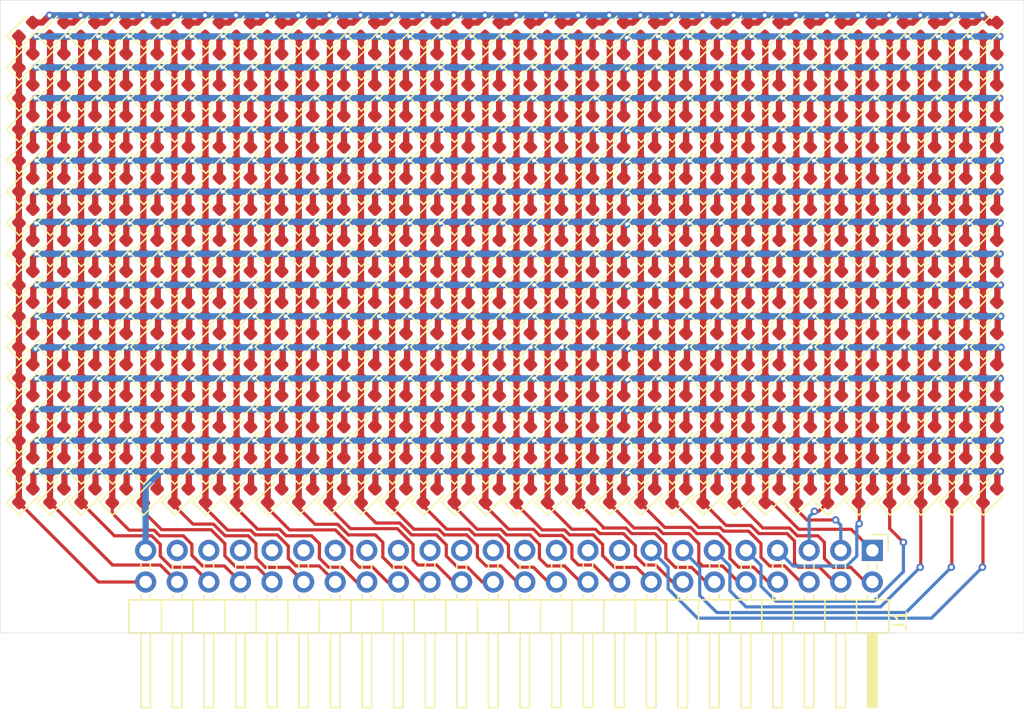
<source format=kicad_pcb>
(kicad_pcb (version 20240108) (generator "pcbnew") (generator_version "8.0")
  (layers (0 "F.Cu" signal) (1 "In1.Cu" signal) (2 "In2.Cu" signal) (31 "B.Cu" signal) (34 "B.Paste" user) (35 "F.Paste" user) (36 "B.SilkS" user "B.Silkscreen") (37 "F.SilkS" user "F.Silkscreen") (38 "B.Mask" user) (39 "F.Mask" user) (44 "Edge.Cuts" user))
  (net 0 "")
  (net 1 "Net-(D1-K)")
  (net 2 "Net-(D1-A)")
  (net 3 "Net-(D114-A)")
  (net 4 "Net-(D100-K)")
  (net 5 "Net-(D115-A)")
  (net 6 "Net-(D101-A)")
  (net 7 "Net-(D102-A)")
  (net 8 "Net-(D103-A)")
  (net 9 "Net-(D104-A)")
  (net 10 "Net-(D105-A)")
  (net 11 "Net-(D10-A)")
  (net 12 "Net-(D107-A)")
  (net 13 "Net-(D108-A)")
  (net 14 "Net-(D109-A)")
  (net 15 "Net-(D110-A)")
  (net 16 "Net-(D111-A)")
  (net 17 "Net-(D112-A)")
  (net 18 "Net-(D17-K)")
  (net 19 "Net-(D33-K)")
  (net 20 "Net-(D100-A)")
  (net 21 "Net-(D449-K)")
  (net 22 "Net-(D433-K)")
  (net 23 "Net-(D417-K)")
  (net 24 "Net-(D113-K)")
  (net 25 "Net-(D129-K)")
  (net 26 "Net-(D145-K)")
  (net 27 "Net-(D161-K)")
  (net 28 "Net-(D177-K)")
  (net 29 "Net-(D193-K)")
  (net 30 "Net-(D209-K)")
  (net 31 "Net-(D225-K)")
  (net 32 "Net-(D241-K)")
  (net 33 "Net-(D49-K)")
  (net 34 "Net-(D65-K)")
  (net 35 "Net-(D81-K)")
  (net 36 "Net-(D257-K)")
  (net 37 "Net-(D273-K)")
  (net 38 "Net-(D289-K)")
  (net 39 "Net-(D305-K)")
  (net 40 "Net-(D321-K)")
  (net 41 "Net-(D337-K)")
  (net 42 "Net-(D353-K)")
  (net 43 "Net-(D369-K)")
  (net 44 "Net-(D385-K)")
  (net 45 "Net-(D401-K)")
  (net 46 "Net-(D465-K)")
  (net 47 "Net-(D481-K)")
  (net 48 "Net-(D497-K)")
  (footprint "LED_SMD:LED_0603_1608Metric" (layer "F.Cu") (at 216.9 104.943153 45)
    (property "Reference" "D345" (hide yes))
    (property "Value" "SML-D12U1WT86" (hide yes))
  )
  (footprint "LED_SMD:LED_0603_1608Metric" (layer "F.Cu") (at 191.9 94.943152 45)
    (property "Reference" "D189" (hide yes))
    (property "Value" "SML-D12U1WT86" (hide yes))
  )
  (footprint "LED_SMD:LED_0603_1608Metric" (layer "F.Cu") (at 184.4 87.443152 45)
    (property "Reference" "D144" (hide yes))
    (property "Value" "SML-D12U1WT86" (hide yes))
  )
  (footprint "LED_SMD:LED_0603_1608Metric" (layer "F.Cu") (at 181.9 92.443152 45)
    (property "Reference" "D126" (hide yes))
    (property "Value" "SML-D12U1WT86" (hide yes))
  )
  (footprint "LED_SMD:LED_0603_1608Metric" (layer "F.Cu") (at 169.4 87.443152 45)
    (property "Reference" "D48" (hide yes))
    (property "Value" "SML-D12U1WT86" (hide yes))
  )
  (footprint "LED_SMD:LED_0603_1608Metric" (layer "F.Cu") (at 169.4 124.943152 45)
    (property "Reference" "D33" (hide yes))
    (property "Value" "SML-D12U1WT86" (hide yes))
  )
  (footprint "LED_SMD:LED_0603_1608Metric" (layer "F.Cu") (at 226.9 99.943153 45)
    (property "Reference" "D411" (hide yes))
    (property "Value" "SML-D12U1WT86" (hide yes))
  )
  (footprint "LED_SMD:LED_0603_1608Metric" (layer "F.Cu") (at 171.899999 122.443153 45)
    (property "Reference" "D50" (hide yes))
    (property "Value" "SML-D12U1WT86" (hide yes))
  )
  (footprint "LED_SMD:LED_0603_1608Metric" (layer "F.Cu") (at 239.399999 104.943152 45)
    (property "Reference" "D489" (hide yes))
    (property "Value" "SML-D12U1WT86" (hide yes))
  )
  (footprint "LED_SMD:LED_0603_1608Metric" (layer "F.Cu") (at 189.4 107.443152 45)
    (property "Reference" "D168" (hide yes))
    (property "Value" "SML-D12U1WT86" (hide yes))
  )
  (footprint "LED_SMD:LED_0603_1608Metric" (layer "F.Cu") (at 206.9 109.943152 45)
    (property "Reference" "D279" (hide yes))
    (property "Value" "SML-D12U1WT86" (hide yes))
  )
  (footprint "LED_SMD:LED_0603_1608Metric" (layer "F.Cu") (at 199.399999 89.943152 45)
    (property "Reference" "D239" (hide yes))
    (property "Value" "SML-D12U1WT86" (hide yes))
  )
  (footprint "LED_SMD:LED_0603_1608Metric" (layer "F.Cu") (at 201.9 104.943152 45)
    (property "Reference" "D249" (hide yes))
    (property "Value" "SML-D12U1WT86" (hide yes))
  )
  (footprint "LED_SMD:LED_0603_1608Metric" (layer "F.Cu") (at 166.9 92.443152 45)
    (property "Reference" "D30" (hide yes))
    (property "Value" "SML-D12U1WT86" (hide yes))
  )
  (footprint "LED_SMD:LED_0603_1608Metric" (layer "F.Cu") (at 176.899999 122.443153 45)
    (property "Reference" "D82" (hide yes))
    (property "Value" "SML-D12U1WT86" (hide yes))
  )
  (footprint "LED_SMD:LED_0603_1608Metric" (layer "F.Cu") (at 174.4 94.943153 45)
    (property "Reference" "D77" (hide yes))
    (property "Value" "SML-D12U1WT86" (hide yes))
  )
  (footprint "LED_SMD:LED_0603_1608Metric" (layer "F.Cu") (at 206.899999 92.443152 45)
    (property "Reference" "D286" (hide yes))
    (property "Value" "SML-D12U1WT86" (hide yes))
  )
  (footprint "LED_SMD:LED_0603_1608Metric" (layer "F.Cu") (at 236.899999 107.443152 45)
    (property "Reference" "D472" (hide yes))
    (property "Value" "SML-D12U1WT86" (hide yes))
  )
  (footprint "LED_SMD:LED_0603_1608Metric" (layer "F.Cu") (at 196.899999 87.443152 45)
    (property "Reference" "D224" (hide yes))
    (property "Value" "SML-D12U1WT86" (hide yes))
  )
  (footprint "LED_SMD:LED_0603_1608Metric" (layer "F.Cu") (at 201.9 109.943152 45)
    (property "Reference" "D247" (hide yes))
    (property "Value" "SML-D12U1WT86" (hide yes))
  )
  (footprint "LED_SMD:LED_0603_1608Metric" (layer "F.Cu") (at 184.4 94.943153 45)
    (property "Reference" "D141" (hide yes))
    (property "Value" "SML-D12U1WT86" (hide yes))
  )
  (footprint "LED_SMD:LED_0603_1608Metric" (layer "F.Cu") (at 191.9 104.943152 45)
    (property "Reference" "D185" (hide yes))
    (property "Value" "SML-D12U1WT86" (hide yes))
  )
  (footprint "LED_SMD:LED_0603_1608Metric" (layer "F.Cu") (at 224.4 92.443152 45)
    (property "Reference" "D398" (hide yes))
    (property "Value" "SML-D12U1WT86" (hide yes))
  )
  (footprint "LED_SMD:LED_0603_1608Metric" (layer "F.Cu") (at 181.9 99.943153 45)
    (property "Reference" "D123" (hide yes))
    (property "Value" "SML-D12U1WT86" (hide yes))
  )
  (footprint "LED_SMD:LED_0603_1608Metric" (layer "F.Cu") (at 241.9 107.443152 45)
    (property "Reference" "D504" (hide yes))
    (property "Value" "SML-D12U1WT86" (hide yes))
  )
  (footprint "LED_SMD:LED_0603_1608Metric" (layer "F.Cu") (at 226.9 104.943153 45)
    (property "Reference" "D409" (hide yes))
    (property "Value" "SML-D12U1WT86" (hide yes))
  )
  (footprint "LED_SMD:LED_0603_1608Metric" (layer "F.Cu") (at 239.4 94.943153 45)
    (property "Reference" "D493" (hide yes))
    (property "Value" "SML-D12U1WT86" (hide yes))
  )
  (footprint "LED_SMD:LED_0603_1608Metric" (layer "F.Cu") (at 191.9 99.943152 45)
    (property "Reference" "D187" (hide yes))
    (property "Value" "SML-D12U1WT86" (hide yes))
  )
  (footprint "LED_SMD:LED_0603_1608Metric" (layer "F.Cu") (at 194.4 122.443153 45)
    (property "Reference" "D194" (hide yes))
    (property "Value" "SML-D12U1WT86" (hide yes))
  )
  (footprint "LED_SMD:LED_0603_1608Metric" (layer "F.Cu") (at 236.899999 124.943153 45)
    (property "Reference" "D465" (hide yes))
    (property "Value" "SML-D12U1WT86" (hide yes))
  )
  (footprint "LED_SMD:LED_0603_1608Metric" (layer "F.Cu") (at 219.4 114.943153 45)
    (property "Reference" "D357" (hide yes))
    (property "Value" "SML-D12U1WT86" (hide yes))
  )
  (footprint "LED_SMD:LED_0603_1608Metric" (layer "F.Cu") (at 201.899999 89.943152 45)
    (property "Reference" "D255" (hide yes))
    (property "Value" "SML-D12U1WT86" (hide yes))
  )
  (footprint "LED_SMD:LED_0603_1608Metric" (layer "F.Cu") (at 229.4 87.443152 45)
    (property "Reference" "D432" (hide yes))
    (property "Value" "SML-D12U1WT86" (hide yes))
  )
  (footprint "LED_SMD:LED_0603_1608Metric" (layer "F.Cu") (at 209.4 112.443152 45)
    (property "Reference" "D294" (hide yes))
    (property "Value" "SML-D12U1WT86" (hide yes))
  )
  (footprint "LED_SMD:LED_0603_1608Metric" (layer "F.Cu") (at 219.4 99.943153 45)
    (property "Reference" "D363" (hide yes))
    (property "Value" "SML-D12U1WT86" (hide yes))
  )
  (footprint "LED_SMD:LED_0603_1608Metric" (layer "F.Cu") (at 189.4 119.943152 45)
    (property "Reference" "D163" (hide yes))
    (property "Value" "SML-D12U1WT86" (hide yes))
  )
  (footprint "LED_SMD:LED_0603_1608Metric" (layer "F.Cu") (at 169.399999 114.943152 45)
    (property "Reference" "D37" (hide yes))
    (property "Value" "SML-D12U1WT86" (hide yes))
  )
  (footprint "LED_SMD:LED_0603_1608Metric" (layer "F.Cu") (at 196.9 122.443153 45)
    (property "Reference" "D210" (hide yes))
    (property "Value" "SML-D12U1WT86" (hide yes))
  )
  (footprint "LED_SMD:LED_0603_1608Metric" (layer "F.Cu") (at 166.9 87.443152 45)
    (property "Reference" "D32" (hide yes))
    (property "Value" "SML-D12U1WT86" (hide yes))
  )
  (footprint "LED_SMD:LED_0603_1608Metric" (layer "F.Cu") (at 191.9 92.443152 45)
    (property "Reference" "D190" (hide yes))
    (property "Value" "SML-D12U1WT86" (hide yes))
  )
  (footprint "LED_SMD:LED_0603_1608Metric" (layer "F.Cu") (at 184.399999 122.443153 45)
    (property "Reference" "D130" (hide yes))
    (property "Value" "SML-D12U1WT86" (hide yes))
  )
  (footprint "LED_SMD:LED_0603_1608Metric" (layer "F.Cu") (at 221.9 99.943153 45)
    (property "Reference" "D379" (hide yes))
    (property "Value" "SML-D12U1WT86" (hide yes))
  )
  (footprint "LED_SMD:LED_0603_1608Metric" (layer "F.Cu") (at 179.399999 107.443152 45)
    (property "Reference" "D104" (hide yes))
    (property "Value" "SML-D12U1WT86" (hide yes))
  )
  (footprint "LED_SMD:LED_0603_1608Metric" (layer "F.Cu") (at 194.4 104.943152 45)
    (property "Reference" "D201" (hide yes))
    (property "Value" "SML-D12U1WT86" (hide yes))
  )
  (footprint "LED_SMD:LED_0603_1608Metric" (layer "F.Cu") (at 224.4 89.943152 45)
    (property "Reference" "D399" (hide yes))
    (property "Value" "SML-D12U1WT86" (hide yes))
  )
  (footprint "LED_SMD:LED_0603_1608Metric" (layer "F.Cu") (at 176.899999 117.443152 45)
    (property "Reference" "D84" (hide yes))
    (property "Value" "SML-D12U1WT86" (hide yes))
  )
  (footprint "LED_SMD:LED_0603_1608Metric" (layer "F.Cu") (at 234.4 99.943153 45)
    (property "Reference" "D459" (hide yes))
    (property "Value" "SML-D12U1WT86" (hide yes))
  )
  (footprint "LED_SMD:LED_0603_1608Metric" (layer "F.Cu") (at 204.4 119.943152 45)
    (property "Reference" "D259" (hide yes))
    (property "Value" "SML-D12U1WT86" (hide yes))
  )
  (footprint "LED_SMD:LED_0603_1608Metric" (layer "F.Cu") (at 219.4 97.443153 45)
    (property "Reference" "D364" (hide yes))
    (property "Value" "SML-D12U1WT86" (hide yes))
  )
  (footprint "LED_SMD:LED_0603_1608Metric" (layer "F.Cu") (at 226.899999 117.443152 45)
    (property "Reference" "D404" (hide yes))
    (property "Value" "SML-D12U1WT86" (hide yes))
  )
  (footprint "LED_SMD:LED_0603_1608Metric" (layer "F.Cu") (at 181.9 94.943153 45)
    (property "Reference" "D125" (hide yes))
    (property "Value" "SML-D12U1WT86" (hide yes))
  )
  (footprint "LED_SMD:LED_0603_1608Metric" (layer "F.Cu") (at 234.399999 109.943152 45)
    (property "Reference" "D455" (hide yes))
    (property "Value" "SML-D12U1WT86" (hide yes))
  )
  (footprint "LED_SMD:LED_0603_1608Metric" (layer "F.Cu") (at 234.4 92.443152 45)
    (property "Reference" "D462" (hide yes))
    (property "Value" "SML-D12U1WT86" (hide yes))
  )
  (footprint "LED_SMD:LED_0603_1608Metric" (layer "F.Cu") (at 241.9 99.943152 45)
    (property "Reference" "D507" (hide yes))
    (property "Value" "SML-D12U1WT86" (hide yes))
  )
  (footprint "LED_SMD:LED_0603_1608Metric" (layer "F.Cu") (at 214.399999 107.443153 45)
    (property "Reference" "D328" (hide yes))
    (property "Value" "SML-D12U1WT86" (hide yes))
  )
  (footprint "LED_SMD:LED_0603_1608Metric" (layer "F.Cu") (at 164.4 102.443153 45)
    (property "Reference" "D10" (hide yes))
    (property "Value" "SML-D12U1WT86" (hide yes))
  )
  (footprint "LED_SMD:LED_0603_1608Metric" (layer "F.Cu") (at 204.399999 89.943152 45)
    (property "Reference" "D271" (hide yes))
    (property "Value" "SML-D12U1WT86" (hide yes))
  )
  (footprint "LED_SMD:LED_0603_1608Metric" (layer "F.Cu") (at 169.4 99.943153 45)
    (property "Reference" "D43" (hide yes))
    (property "Value" "SML-D12U1WT86" (hide yes))
  )
  (footprint "LED_SMD:LED_0603_1608Metric" (layer "F.Cu") (at 214.4 119.943152 45)
    (property "Reference" "D323" (hide yes))
    (property "Value" "SML-D12U1WT86" (hide yes))
  )
  (footprint "LED_SMD:LED_0603_1608Metric" (layer "F.Cu") (at 211.899999 102.443153 45)
    (property "Reference" "D314" (hide yes))
    (property "Value" "SML-D12U1WT86" (hide yes))
  )
  (footprint "LED_SMD:LED_0603_1608Metric" (layer "F.Cu") (at 209.4 119.943152 45)
    (property "Reference" "D291" (hide yes))
    (property "Value" "SML-D12U1WT86" (hide yes))
  )
  (footprint "LED_SMD:LED_0603_1608Metric" (layer "F.Cu") (at 224.4 102.443153 45)
    (property "Reference" "D394" (hide yes))
    (property "Value" "SML-D12U1WT86" (hide yes))
  )
  (footprint "LED_SMD:LED_0603_1608Metric" (layer "F.Cu") (at 241.9 92.443152 45)
    (property "Reference" "D510" (hide yes))
    (property "Value" "SML-D12U1WT86" (hide yes))
  )
  (footprint "LED_SMD:LED_0603_1608Metric" (layer "F.Cu") (at 214.399999 109.943153 45)
    (property "Reference" "D327" (hide yes))
    (property "Value" "SML-D12U1WT86" (hide yes))
  )
  (footprint "LED_SMD:LED_0603_1608Metric" (layer "F.Cu") (at 214.399999 122.443152 45)
    (property "Reference" "D322" (hide yes))
    (property "Value" "SML-D12U1WT86" (hide yes))
  )
  (footprint "LED_SMD:LED_0603_1608Metric" (layer "F.Cu") (at 231.899999 119.943152 45)
    (property "Reference" "D435" (hide yes))
    (property "Value" "SML-D12U1WT86" (hide yes))
  )
  (footprint "LED_SMD:LED_0603_1608Metric" (layer "F.Cu") (at 171.9 104.943153 45)
    (property "Reference" "D57" (hide yes))
    (property "Value" "SML-D12U1WT86" (hide yes))
  )
  (footprint "LED_SMD:LED_0603_1608Metric" (layer "F.Cu") (at 214.399999 94.943153 45)
    (property "Reference" "D333" (hide yes))
    (property "Value" "SML-D12U1WT86" (hide yes))
  )
  (footprint "LED_SMD:LED_0603_1608Metric" (layer "F.Cu") (at 186.9 92.443152 45)
    (property "Reference" "D158" (hide yes))
    (property "Value" "SML-D12U1WT86" (hide yes))
  )
  (footprint "LED_SMD:LED_0603_1608Metric" (layer "F.Cu") (at 241.9 87.443152 45)
    (property "Reference" "D512" (hide yes))
    (property "Value" "SML-D12U1WT86" (hide yes))
  )
  (footprint "LED_SMD:LED_0603_1608Metric" (layer "F.Cu") (at 234.399999 112.443152 45)
    (property "Reference" "D454" (hide yes))
    (property "Value" "SML-D12U1WT86" (hide yes))
  )
  (footprint "LED_SMD:LED_0603_1608Metric" (layer "F.Cu") (at 234.399999 102.443152 45)
    (property "Reference" "D458" (hide yes))
    (property "Value" "SML-D12U1WT86" (hide yes))
  )
  (footprint "LED_SMD:LED_0603_1608Metric" (layer "F.Cu") (at 221.9 102.443153 45)
    (property "Reference" "D378" (hide yes))
    (property "Value" "SML-D12U1WT86" (hide yes))
  )
  (footprint "LED_SMD:LED_0603_1608Metric" (layer "F.Cu") (at 176.9 92.443152 45)
    (property "Reference" "D94" (hide yes))
    (property "Value" "SML-D12U1WT86" (hide yes))
  )
  (footprint "LED_SMD:LED_0603_1608Metric" (layer "F.Cu") (at 206.9 114.943152 45)
    (property "Reference" "D277" (hide yes))
    (property "Value" "SML-D12U1WT86" (hide yes))
  )
  (footprint "LED_SMD:LED_0603_1608Metric" (layer "F.Cu") (at 236.899999 114.943152 45)
    (property "Reference" "D469" (hide yes))
    (property "Value" "SML-D12U1WT86" (hide yes))
  )
  (footprint "LED_SMD:LED_0603_1608Metric" (layer "F.Cu") (at 226.899999 122.443153 45)
    (property "Reference" "D402" (hide yes))
    (property "Value" "SML-D12U1WT86" (hide yes))
  )
  (footprint "LED_SMD:LED_0603_1608Metric" (layer "F.Cu") (at 174.4 92.443152 45)
    (property "Reference" "D78" (hide yes))
    (property "Value" "SML-D12U1WT86" (hide yes))
  )
  (footprint "LED_SMD:LED_0603_1608Metric" (layer "F.Cu") (at 169.4 102.443153 45)
    (property "Reference" "D42" (hide yes))
    (property "Value" "SML-D12U1WT86" (hide yes))
  )
  (footprint "LED_SMD:LED_0603_1608Metric" (layer "F.Cu") (at 166.9 97.443153 45)
    (property "Reference" "D28" (hide yes))
    (property "Value" "SML-D12U1WT86" (hide yes))
  )
  (footprint "LED_SMD:LED_0603_1608Metric" (layer "F.Cu") (at 186.899999 124.943153 45)
    (property "Reference" "D145" (hide yes))
    (property "Value" "SML-D12U1WT86" (hide yes))
  )
  (footprint "LED_SMD:LED_0603_1608Metric" (layer "F.Cu") (at 224.4 87.443152 45)
    (property "Reference" "D400" (hide yes))
    (property "Value" "SML-D12U1WT86" (hide yes))
  )
  (footprint "LED_SMD:LED_0603_1608Metric" (layer "F.Cu") (at 226.899999 119.943152 45)
    (property "Reference" "D403" (hide yes))
    (property "Value" "SML-D12U1WT86" (hide yes))
  )
  (footprint "LED_SMD:LED_0603_1608Metric" (layer "F.Cu") (at 234.399999 122.443153 45)
    (property "Reference" "D450" (hide yes))
    (property "Value" "SML-D12U1WT86" (hide yes))
  )
  (footprint "LED_SMD:LED_0603_1608Metric" (layer "F.Cu") (at 164.4 92.443152 45)
    (property "Reference" "D14" (hide yes))
    (property "Value" "SML-D12U1WT86" (hide yes))
  )
  (footprint "LED_SMD:LED_0603_1608Metric" (layer "F.Cu") (at 219.4 109.943153 45)
    (property "Reference" "D359" (hide yes))
    (property "Value" "SML-D12U1WT86" (hide yes))
  )
  (footprint "LED_SMD:LED_0603_1608Metric" (layer "F.Cu") (at 209.399999 87.443152 45)
    (property "Reference" "D304" (hide yes))
    (property "Value" "SML-D12U1WT86" (hide yes))
  )
  (footprint "LED_SMD:LED_0603_1608Metric" (layer "F.Cu") (at 179.4 92.443152 45)
    (property "Reference" "D110" (hide yes))
    (property "Value" "SML-D12U1WT86" (hide yes))
  )
  (footprint "LED_SMD:LED_0603_1608Metric" (layer "F.Cu") (at 164.4 117.443152 45)
    (property "Reference" "D4" (hide yes))
    (property "Value" "SML-D12U1WT86" (hide yes))
  )
  (footprint "LED_SMD:LED_0603_1608Metric" (layer "F.Cu") (at 186.899999 102.443152 45)
    (property "Reference" "D154" (hide yes))
    (property "Value" "SML-D12U1WT86" (hide yes))
  )
  (footprint "LED_SMD:LED_0603_1608Metric" (layer "F.Cu") (at 196.9 109.943152 45)
    (property "Reference" "D215" (hide yes))
    (property "Value" "SML-D12U1WT86" (hide yes))
  )
  (footprint "LED_SMD:LED_0603_1608Metric" (layer "F.Cu") (at 231.9 99.943153 45)
    (property "Reference" "D443" (hide yes))
    (property "Value" "SML-D12U1WT86" (hide yes))
  )
  (footprint "LED_SMD:LED_0603_1608Metric" (layer "F.Cu") (at 229.4 89.943152 45)
    (property "Reference" "D431" (hide yes))
    (property "Value" "SML-D12U1WT86" (hide yes))
  )
  (footprint "LED_SMD:LED_0603_1608Metric" (layer "F.Cu") (at 196.9 112.443152 45)
    (property "Reference" "D214" (hide yes))
    (property "Value" "SML-D12U1WT86" (hide yes))
  )
  (footprint "LED_SMD:LED_0603_1608Metric" (layer "F.Cu") (at 171.9 99.943153 45)
    (property "Reference" "D59" (hide yes))
    (property "Value" "SML-D12U1WT86" (hide yes))
  )
  (footprint "LED_SMD:LED_0603_1608Metric" (layer "F.Cu") (at 221.9 109.943153 45)
    (property "Reference" "D375" (hide yes))
    (property "Value" "SML-D12U1WT86" (hide yes))
  )
  (footprint "LED_SMD:LED_0603_1608Metric" (layer "F.Cu") (at 189.4 94.943152 45)
    (property "Reference" "D173" (hide yes))
    (property "Value" "SML-D12U1WT86" (hide yes))
  )
  (footprint "LED_SMD:LED_0603_1608Metric" (layer "F.Cu") (at 241.9 122.443153 45)
    (property "Reference" "D498" (hide yes))
    (property "Value" "SML-D12U1WT86" (hide yes))
  )
  (footprint "LED_SMD:LED_0603_1608Metric" (layer "F.Cu") (at 184.399999 117.443152 45)
    (property "Reference" "D132" (hide yes))
    (property "Value" "SML-D12U1WT86" (hide yes))
  )
  (footprint "LED_SMD:LED_0603_1608Metric" (layer "F.Cu") (at 179.4 94.943153 45)
    (property "Reference" "D109" (hide yes))
    (property "Value" "SML-D12U1WT86" (hide yes))
  )
  (footprint "LED_SMD:LED_0603_1608Metric" (layer "F.Cu") (at 174.4 104.943153 45)
    (property "Reference" "D73" (hide yes))
    (property "Value" "SML-D12U1WT86" (hide yes))
  )
  (footprint "LED_SMD:LED_0603_1608Metric" (layer "F.Cu") (at 219.4 119.943152 45)
    (property "Reference" "D355" (hide yes))
    (property "Value" "SML-D12U1WT86" (hide yes))
  )
  (footprint "LED_SMD:LED_0603_1608Metric" (layer "F.Cu") (at 239.399999 119.943152 45)
    (property "Reference" "D483" (hide yes))
    (property "Value" "SML-D12U1WT86" (hide yes))
  )
  (footprint "LED_SMD:LED_0603_1608Metric" (layer "F.Cu") (at 179.399999 124.943153 45)
    (property "Reference" "D97" (hide yes))
    (property "Value" "SML-D12U1WT86" (hide yes))
  )
  (footprint "LED_SMD:LED_0603_1608Metric" (layer "F.Cu") (at 169.4 109.943153 45)
    (property "Reference" "D39" (hide yes))
    (property "Value" "SML-D12U1WT86" (hide yes))
  )
  (footprint "LED_SMD:LED_0603_1608Metric" (layer "F.Cu") (at 181.899999 109.943152 45)
    (property "Reference" "D119" (hide yes))
    (property "Value" "SML-D12U1WT86" (hide yes))
  )
  (footprint "LED_SMD:LED_0603_1608Metric" (layer "F.Cu") (at 236.899999 117.443152 45)
    (property "Reference" "D468" (hide yes))
    (property "Value" "SML-D12U1WT86" (hide yes))
  )
  (footprint "LED_SMD:LED_0603_1608Metric" (layer "F.Cu") (at 171.9 124.943152 45)
    (property "Reference" "D49" (hide yes))
    (property "Value" "SML-D12U1WT86" (hide yes))
  )
  (footprint "LED_SMD:LED_0603_1608Metric" (layer "F.Cu") (at 239.4 89.943152 45)
    (property "Reference" "D495" (hide yes))
    (property "Value" "SML-D12U1WT86" (hide yes))
  )
  (footprint "LED_SMD:LED_0603_1608Metric" (layer "F.Cu") (at 211.9 117.443152 45)
    (property "Reference" "D308" (hide yes))
    (property "Value" "SML-D12U1WT86" (hide yes))
  )
  (footprint "LED_SMD:LED_0603_1608Metric" (layer "F.Cu") (at 191.9 107.443152 45)
    (property "Reference" "D184" (hide yes))
    (property "Value" "SML-D12U1WT86" (hide yes))
  )
  (footprint "LED_SMD:LED_0603_1608Metric" (layer "F.Cu") (at 209.4 114.943152 45)
    (property "Reference" "D293" (hide yes))
    (property "Value" "SML-D12U1WT86" (hide yes))
  )
  (footprint "LED_SMD:LED_0603_1608Metric" (layer "F.Cu") (at 199.4 102.443152 45)
    (property "Reference" "D234" (hide yes))
    (property "Value" "SML-D12U1WT86" (hide yes))
  )
  (footprint "LED_SMD:LED_0603_1608Metric" (layer "F.Cu") (at 171.899999 114.943152 45)
    (property "Reference" "D53" (hide yes))
    (property "Value" "SML-D12U1WT86" (hide yes))
  )
  (footprint "LED_SMD:LED_0603_1608Metric" (layer "F.Cu") (at 204.399999 102.443153 45)
    (property "Reference" "D266" (hide yes))
    (property "Value" "SML-D12U1WT86" (hide yes))
  )
  (footprint "LED_SMD:LED_0603_1608Metric" (layer "F.Cu") (at 199.4 114.943152 45)
    (property "Reference" "D229" (hide yes))
    (property "Value" "SML-D12U1WT86" (hide yes))
  )
  (footprint "LED_SMD:LED_0603_1608Metric" (layer "F.Cu") (at 184.399999 102.443152 45)
    (property "Reference" "D138" (hide yes))
    (property "Value" "SML-D12U1WT86" (hide yes))
  )
  (footprint "LED_SMD:LED_0603_1608Metric" (layer "F.Cu") (at 206.899999 102.443153 45)
    (property "Reference" "D282" (hide yes))
    (property "Value" "SML-D12U1WT86" (hide yes))
  )
  (footprint "LED_SMD:LED_0603_1608Metric" (layer "F.Cu") (at 214.399999 92.443152 45)
    (property "Reference" "D334" (hide yes))
    (property "Value" "SML-D12U1WT86" (hide yes))
  )
  (footprint "LED_SMD:LED_0603_1608Metric" (layer "F.Cu") (at 186.9 94.943153 45)
    (property "Reference" "D157" (hide yes))
    (property "Value" "SML-D12U1WT86" (hide yes))
  )
  (footprint "LED_SMD:LED_0603_1608Metric" (layer "F.Cu") (at 164.4 124.943152 45)
    (property "Reference" "D1" (hide yes))
    (property "Value" "SML-D12U1WT86" (hide yes))
  )
  (footprint "LED_SMD:LED_0603_1608Metric" (layer "F.Cu") (at 201.899999 92.443152 45)
    (property "Reference" "D254" (hide yes))
    (property "Value" "SML-D12U1WT86" (hide yes))
  )
  (footprint "LED_SMD:LED_0603_1608Metric" (layer "F.Cu") (at 166.9 99.943153 45)
    (property "Reference" "D27" (hide yes))
    (property "Value" "SML-D12U1WT86" (hide yes))
  )
  (footprint "LED_SMD:LED_0603_1608Metric" (layer "F.Cu") (at 164.4 107.443153 45)
    (property "Reference" "D8" (hide yes))
    (property "Value" "SML-D12U1WT86" (hide yes))
  )
  (footprint "LED_SMD:LED_0603_1608Metric" (layer "F.Cu") (at 169.399999 117.443152 45)
    (property "Reference" "D36" (hide yes))
    (property "Value" "SML-D12U1WT86" (hide yes))
  )
  (footprint "LED_SMD:LED_0603_1608Metric" (layer "F.Cu") (at 179.399999 114.943152 45)
    (property "Reference" "D101" (hide yes))
    (property "Value" "SML-D12U1WT86" (hide yes))
  )
  (footprint "LED_SMD:LED_0603_1608Metric" (layer "F.Cu") (at 194.4 99.943152 45)
    (property "Reference" "D203" (hide yes))
    (property "Value" "SML-D12U1WT86" (hide yes))
  )
  (footprint "LED_SMD:LED_0603_1608Metric" (layer "F.Cu") (at 176.899999 114.943152 45)
    (property "Reference" "D85" (hide yes))
    (property "Value" "SML-D12U1WT86" (hide yes))
  )
  (footprint "LED_SMD:LED_0603_1608Metric" (layer "F.Cu") (at 206.899999 104.943153 45)
    (property "Reference" "D281" (hide yes))
    (property "Value" "SML-D12U1WT86" (hide yes))
  )
  (footprint "LED_SMD:LED_0603_1608Metric" (layer "F.Cu") (at 236.9 92.443152 45)
    (property "Reference" "D478" (hide yes))
    (property "Value" "SML-D12U1WT86" (hide yes))
  )
  (footprint "LED_SMD:LED_0603_1608Metric" (layer "F.Cu") (at 196.9 124.943153 45)
    (property "Reference" "D209" (hide yes))
    (property "Value" "SML-D12U1WT86" (hide yes))
  )
  (footprint "LED_SMD:LED_0603_1608Metric" (layer "F.Cu") (at 191.9 109.943152 45)
    (property "Reference" "D183" (hide yes))
    (property "Value" "SML-D12U1WT86" (hide yes))
  )
  (footprint "LED_SMD:LED_0603_1608Metric" (layer "F.Cu") (at 216.9 114.943153 45)
    (property "Reference" "D341" (hide yes))
    (property "Value" "SML-D12U1WT86" (hide yes))
  )
  (footprint "LED_SMD:LED_0603_1608Metric" (layer "F.Cu") (at 194.4 102.443152 45)
    (property "Reference" "D202" (hide yes))
    (property "Value" "SML-D12U1WT86" (hide yes))
  )
  (footprint "LED_SMD:LED_0603_1608Metric" (layer "F.Cu") (at 229.4 97.443153 45)
    (property "Reference" "D428" (hide yes))
    (property "Value" "SML-D12U1WT86" (hide yes))
  )
  (footprint "LED_SMD:LED_0603_1608Metric" (layer "F.Cu") (at 229.399999 124.943153 45)
    (property "Reference" "D417" (hide yes))
    (property "Value" "SML-D12U1WT86" (hide yes))
  )
  (footprint "LED_SMD:LED_0603_1608Metric" (layer "F.Cu") (at 241.9 114.943152 45)
    (property "Reference" "D501" (hide yes))
    (property "Value" "SML-D12U1WT86" (hide yes))
  )
  (footprint "LED_SMD:LED_0603_1608Metric" (layer "F.Cu") (at 176.899999 107.443152 45)
    (property "Reference" "D88" (hide yes))
    (property "Value" "SML-D12U1WT86" (hide yes))
  )
  (footprint "LED_SMD:LED_0603_1608Metric" (layer "F.Cu") (at 216.9 122.443152 45)
    (property "Reference" "D338" (hide yes))
    (property "Value" "SML-D12U1WT86" (hide yes))
  )
  (footprint "LED_SMD:LED_0603_1608Metric" (layer "F.Cu") (at 171.899999 117.443152 45)
    (property "Reference" "D52" (hide yes))
    (property "Value" "SML-D12U1WT86" (hide yes))
  )
  (footprint "LED_SMD:LED_0603_1608Metric" (layer "F.Cu") (at 219.4 104.943153 45)
    (property "Reference" "D361" (hide yes))
    (property "Value" "SML-D12U1WT86" (hide yes))
  )
  (footprint "LED_SMD:LED_0603_1608Metric" (layer "F.Cu") (at 219.4 89.943152 45)
    (property "Reference" "D367" (hide yes))
    (property "Value" "SML-D12U1WT86" (hide yes))
  )
  (footprint "LED_SMD:LED_0603_1608Metric" (layer "F.Cu") (at 201.899999 87.443152 45)
    (property "Reference" "D256" (hide yes))
    (property "Value" "SML-D12U1WT86" (hide yes))
  )
  (footprint "LED_SMD:LED_0603_1608Metric" (layer "F.Cu") (at 181.9 89.943152 45)
    (property "Reference" "D127" (hide yes))
    (property "Value" "SML-D12U1WT86" (hide yes))
  )
  (footprint "LED_SMD:LED_0603_1608Metric" (layer "F.Cu") (at 211.9 114.943152 45)
    (property "Reference" "D309" (hide yes))
    (property "Value" "SML-D12U1WT86" (hide yes))
  )
  (footprint "LED_SMD:LED_0603_1608Metric" (layer "F.Cu") (at 211.899999 97.443153 45)
    (property "Reference" "D316" (hide yes))
    (property "Value" "SML-D12U1WT86" (hide yes))
  )
  (footprint "LED_SMD:LED_0603_1608Metric" (layer "F.Cu") (at 216.9 102.443153 45)
    (property "Reference" "D346" (hide yes))
    (property "Value" "SML-D12U1WT86" (hide yes))
  )
  (footprint "LED_SMD:LED_0603_1608Metric" (layer "F.Cu") (at 199.399999 92.443152 45)
    (property "Reference" "D238" (hide yes))
    (property "Value" "SML-D12U1WT86" (hide yes))
  )
  (footprint "LED_SMD:LED_0603_1608Metric" (layer "F.Cu") (at 226.9 89.943152 45)
    (property "Reference" "D415" (hide yes))
    (property "Value" "SML-D12U1WT86" (hide yes))
  )
  (footprint "LED_SMD:LED_0603_1608Metric" (layer "F.Cu") (at 201.9 122.443153 45)
    (property "Reference" "D242" (hide yes))
    (property "Value" "SML-D12U1WT86" (hide yes))
  )
  (footprint "LED_SMD:LED_0603_1608Metric" (layer "F.Cu") (at 226.9 107.443153 45)
    (property "Reference" "D408" (hide yes))
    (property "Value" "SML-D12U1WT86" (hide yes))
  )
  (footprint "LED_SMD:LED_0603_1608Metric" (layer "F.Cu") (at 186.9 89.943152 45)
    (property "Reference" "D159" (hide yes))
    (property "Value" "SML-D12U1WT86" (hide yes))
  )
  (footprint "LED_SMD:LED_0603_1608Metric" (layer "F.Cu") (at 214.399999 87.443152 45)
    (property "Reference" "D336" (hide yes))
    (property "Value" "SML-D12U1WT86" (hide yes))
  )
  (footprint "LED_SMD:LED_0603_1608Metric" (layer "F.Cu") (at 234.399999 117.443152 45)
    (property "Reference" "D452" (hide yes))
    (property "Value" "SML-D12U1WT86" (hide yes))
  )
  (footprint "LED_SMD:LED_0603_1608Metric" (layer "F.Cu") (at 184.399999 107.443152 45)
    (property "Reference" "D136" (hide yes))
    (property "Value" "SML-D12U1WT86" (hide yes))
  )
  (footprint "LED_SMD:LED_0603_1608Metric" (layer "F.Cu") (at 224.4 124.943152 45)
    (property "Reference" "D385" (hide yes))
    (property "Value" "SML-D12U1WT86" (hide yes))
  )
  (footprint "LED_SMD:LED_0603_1608Metric" (layer "F.Cu") (at 231.9 92.443152 45)
    (property "Reference" "D446" (hide yes))
    (property "Value" "SML-D12U1WT86" (hide yes))
  )
  (footprint "LED_SMD:LED_0603_1608Metric" (layer "F.Cu") (at 166.9 89.943152 45)
    (property "Reference" "D31" (hide yes))
    (property "Value" "SML-D12U1WT86" (hide yes))
  )
  (footprint "LED_SMD:LED_0603_1608Metric" (layer "F.Cu") (at 221.9 124.943152 45)
    (property "Reference" "D369" (hide yes))
    (property "Value" "SML-D12U1WT86" (hide yes))
  )
  (footprint "LED_SMD:LED_0603_1608Metric" (layer "F.Cu") (at 169.4 92.443152 45)
    (property "Reference" "D46" (hide yes))
    (property "Value" "SML-D12U1WT86" (hide yes))
  )
  (footprint "LED_SMD:LED_0603_1608Metric" (layer "F.Cu") (at 194.4 119.943152 45)
    (property "Reference" "D195" (hide yes))
    (property "Value" "SML-D12U1WT86" (hide yes))
  )
  (footprint "LED_SMD:LED_0603_1608Metric" (layer "F.Cu") (at 219.4 112.443153 45)
    (property "Reference" "D358" (hide yes))
    (property "Value" "SML-D12U1WT86" (hide yes))
  )
  (footprint "LED_SMD:LED_0603_1608Metric" (layer "F.Cu") (at 179.4 87.443152 45)
    (property "Reference" "D112" (hide yes))
    (property "Value" "SML-D12U1WT86" (hide yes))
  )
  (footprint "LED_SMD:LED_0603_1608Metric" (layer "F.Cu") (at 226.899999 112.443152 45)
    (property "Reference" "D406" (hide yes))
    (property "Value" "SML-D12U1WT86" (hide yes))
  )
  (footprint "LED_SMD:LED_0603_1608Metric" (layer "F.Cu") (at 211.9 122.443153 45)
    (property "Reference" "D306" (hide yes))
    (property "Value" "SML-D12U1WT86" (hide yes))
  )
  (footprint "LED_SMD:LED_0603_1608Metric" (layer "F.Cu") (at 189.4 102.443152 45)
    (property "Reference" "D170" (hide yes))
    (property "Value" "SML-D12U1WT86" (hide yes))
  )
  (footprint "LED_SMD:LED_0603_1608Metric" (layer "F.Cu") (at 181.899999 102.443152 45)
    (property "Reference" "D122" (hide yes))
    (property "Value" "SML-D12U1WT86" (hide yes))
  )
  (footprint "LED_SMD:LED_0603_1608Metric" (layer "F.Cu") (at 191.9 112.443152 45)
    (property "Reference" "D182" (hide yes))
    (property "Value" "SML-D12U1WT86" (hide yes))
  )
  (footprint "LED_SMD:LED_0603_1608Metric" (layer "F.Cu") (at 211.899999 99.943153 45)
    (property "Reference" "D315" (hide yes))
    (property "Value" "SML-D12U1WT86" (hide yes))
  )
  (footprint "LED_SMD:LED_0603_1608Metric" (layer "F.Cu") (at 189.4 112.443152 45)
    (property "Reference" "D166" (hide yes))
    (property "Value" "SML-D12U1WT86" (hide yes))
  )
  (footprint "LED_SMD:LED_0603_1608Metric" (layer "F.Cu") (at 224.4 99.943153 45)
    (property "Reference" "D395" (hide yes))
    (property "Value" "SML-D12U1WT86" (hide yes))
  )
  (footprint "LED_SMD:LED_0603_1608Metric" (layer "F.Cu") (at 181.9 97.443153 45)
    (property "Reference" "D124" (hide yes))
    (property "Value" "SML-D12U1WT86" (hide yes))
  )
  (footprint "LED_SMD:LED_0603_1608Metric" (layer "F.Cu") (at 231.9 94.943153 45)
    (property "Reference" "D445" (hide yes))
    (property "Value" "SML-D12U1WT86" (hide yes))
  )
  (footprint "LED_SMD:LED_0603_1608Metric" (layer "F.Cu") (at 221.9 122.443152 45)
    (property "Reference" "D370" (hide yes))
    (property "Value" "SML-D12U1WT86" (hide yes))
  )
  (footprint "LED_SMD:LED_0603_1608Metric" (layer "F.Cu") (at 189.4 92.443152 45)
    (property "Reference" "D174" (hide yes))
    (property "Value" "SML-D12U1WT86" (hide yes))
  )
  (footprint "LED_SMD:LED_0603_1608Metric" (layer "F.Cu") (at 234.399999 124.943153 45)
    (property "Reference" "D449" (hide yes))
    (property "Value" "SML-D12U1WT86" (hide yes))
  )
  (footprint "LED_SMD:LED_0603_1608Metric" (layer "F.Cu") (at 229.399999 107.443152 45)
    (property "Reference" "D424" (hide yes))
    (property "Value" "SML-D12U1WT86" (hide yes))
  )
  (footprint "LED_SMD:LED_0603_1608Metric" (layer "F.Cu") (at 164.4 112.443153 45)
    (property "Reference" "D6" (hide yes))
    (property "Value" "SML-D12U1WT86" (hide yes))
  )
  (footprint "LED_SMD:LED_0603_1608Metric" (layer "F.Cu") (at 186.899999 97.443152 45)
    (property "Reference" "D156" (hide yes))
    (property "Value" "SML-D12U1WT86" (hide yes))
  )
  (footprint "LED_SMD:LED_0603_1608Metric" (layer "F.Cu") (at 171.9 109.943153 45)
    (property "Reference" "D55" (hide yes))
    (property "Value" "SML-D12U1WT86" (hide yes))
  )
  (footprint "LED_SMD:LED_0603_1608Metric" (layer "F.Cu") (at 184.399999 109.943152 45)
    (property "Reference" "D135" (hide yes))
    (property "Value" "SML-D12U1WT86" (hide yes))
  )
  (footprint "LED_SMD:LED_0603_1608Metric" (layer "F.Cu") (at 204.399999 94.943153 45)
    (property "Reference" "D269" (hide yes))
    (property "Value" "SML-D12U1WT86" (hide yes))
  )
  (footprint "LED_SMD:LED_0603_1608Metric" (layer "F.Cu") (at 184.399999 124.943153 45)
    (property "Reference" "D129" (hide yes))
    (property "Value" "SML-D12U1WT86" (hide yes))
  )
  (footprint "LED_SMD:LED_0603_1608Metric" (layer "F.Cu") (at 196.899999 89.943152 45)
    (property "Reference" "D223" (hide yes))
    (property "Value" "SML-D12U1WT86" (hide yes))
  )
  (footprint "LED_SMD:LED_0603_1608Metric" (layer "F.Cu") (at 206.899999 99.943153 45)
    (property "Reference" "D283" (hide yes))
    (property "Value" "SML-D12U1WT86" (hide yes))
  )
  (footprint "LED_SMD:LED_0603_1608Metric" (layer "F.Cu") (at 239.399999 97.443152 45)
    (property "Reference" "D492" (hide yes))
    (property "Value" "SML-D12U1WT86" (hide yes))
  )
  (footprint "LED_SMD:LED_0603_1608Metric" (layer "F.Cu") (at 201.9 114.943152 45)
    (property "Reference" "D245" (hide yes))
    (property "Value" "SML-D12U1WT86" (hide yes))
  )
  (footprint "LED_SMD:LED_0603_1608Metric" (layer "F.Cu") (at 201.899999 99.943153 45)
    (property "Reference" "D251" (hide yes))
    (property "Value" "SML-D12U1WT86" (hide yes))
  )
  (footprint "LED_SMD:LED_0603_1608Metric" (layer "F.Cu") (at 204.399999 92.443152 45)
    (property "Reference" "D270" (hide yes))
    (property "Value" "SML-D12U1WT86" (hide yes))
  )
  (footprint "LED_SMD:LED_0603_1608Metric" (layer "F.Cu") (at 171.9 102.443153 45)
    (property "Reference" "D58" (hide yes))
    (property "Value" "SML-D12U1WT86" (hide yes))
  )
  (footprint "LED_SMD:LED_0603_1608Metric" (layer "F.Cu") (at 241.9 124.943153 45)
    (property "Reference" "D497" (hide yes))
    (property "Value" "SML-D12U1WT86" (hide yes))
  )
  (footprint "LED_SMD:LED_0603_1608Metric" (layer "F.Cu") (at 191.9 119.943152 45)
    (property "Reference" "D179" (hide yes))
    (property "Value" "SML-D12U1WT86" (hide yes))
  )
  (footprint "LED_SMD:LED_0603_1608Metric" (layer "F.Cu") (at 194.4 87.443153 45)
    (property "Reference" "D208" (hide yes))
    (property "Value" "SML-D12U1WT86" (hide yes))
  )
  (footprint "LED_SMD:LED_0603_1608Metric" (layer "F.Cu") (at 229.399999 119.943152 45)
    (property "Reference" "D419" (hide yes))
    (property "Value" "SML-D12U1WT86" (hide yes))
  )
  (footprint "LED_SMD:LED_0603_1608Metric" (layer "F.Cu") (at 229.4 104.943153 45)
    (property "Reference" "D425" (hide yes))
    (property "Value" "SML-D12U1WT86" (hide yes))
  )
  (footprint "LED_SMD:LED_0603_1608Metric" (layer "F.Cu") (at 236.899999 119.943152 45)
    (property "Reference" "D467" (hide yes))
    (property "Value" "SML-D12U1WT86" (hide yes))
  )
  (footprint "LED_SMD:LED_0603_1608Metric" (layer "F.Cu") (at 164.4 119.943152 45)
    (property "Reference" "D3" (hide yes))
    (property "Value" "SML-D12U1WT86" (hide yes))
  )
  (footprint "LED_SMD:LED_0603_1608Metric" (layer "F.Cu") (at 231.9 89.943152 45)
    (property "Reference" "D447" (hide yes))
    (property "Value" "SML-D12U1WT86" (hide yes))
  )
  (footprint "LED_SMD:LED_0603_1608Metric" (layer "F.Cu") (at 189.4 87.443153 45)
    (property "Reference" "D176" (hide yes))
    (property "Value" "SML-D12U1WT86" (hide yes))
  )
  (footprint "LED_SMD:LED_0603_1608Metric" (layer "F.Cu") (at 184.399999 99.943152 45)
    (property "Reference" "D139" (hide yes))
    (property "Value" "SML-D12U1WT86" (hide yes))
  )
  (footprint "LED_SMD:LED_0603_1608Metric" (layer "F.Cu") (at 224.4 97.443153 45)
    (property "Reference" "D396" (hide yes))
    (property "Value" "SML-D12U1WT86" (hide yes))
  )
  (footprint "LED_SMD:LED_0603_1608Metric" (layer "F.Cu") (at 216.9 109.943153 45)
    (property "Reference" "D343" (hide yes))
    (property "Value" "SML-D12U1WT86" (hide yes))
  )
  (footprint "LED_SMD:LED_0603_1608Metric" (layer "F.Cu") (at 231.899999 114.943152 45)
    (property "Reference" "D437" (hide yes))
    (property "Value" "SML-D12U1WT86" (hide yes))
  )
  (footprint "LED_SMD:LED_0603_1608Metric" (layer "F.Cu") (at 224.399999 112.443152 45)
    (property "Reference" "D390" (hide yes))
    (property "Value" "SML-D12U1WT86" (hide yes))
  )
  (footprint "LED_SMD:LED_0603_1608Metric" (layer "F.Cu") (at 174.4 107.443153 45)
    (property "Reference" "D72" (hide yes))
    (property "Value" "SML-D12U1WT86" (hide yes))
  )
  (footprint "LED_SMD:LED_0603_1608Metric" (layer "F.Cu") (at 204.4 114.943152 45)
    (property "Reference" "D261" (hide yes))
    (property "Value" "SML-D12U1WT86" (hide yes))
  )
  (footprint "LED_SMD:LED_0603_1608Metric" (layer "F.Cu") (at 166.899999 117.443152 45)
    (property "Reference" "D20" (hide yes))
    (property "Value" "SML-D12U1WT86" (hide yes))
  )
  (footprint "LED_SMD:LED_0603_1608Metric" (layer "F.Cu") (at 229.399999 114.943152 45)
    (property "Reference" "D421" (hide yes))
    (property "Value" "SML-D12U1WT86" (hide yes))
  )
  (footprint "LED_SMD:LED_0603_1608Metric" (layer "F.Cu") (at 206.9 122.443153 45)
    (property "Reference" "D274" (hide yes))
    (property "Value" "SML-D12U1WT86" (hide yes))
  )
  (footprint "LED_SMD:LED_0603_1608Metric" (layer "F.Cu") (at 239.399999 114.943152 45)
    (property "Reference" "D485" (hide yes))
    (property "Value" "SML-D12U1WT86" (hide yes))
  )
  (footprint "LED_SMD:LED_0603_1608Metric" (layer "F.Cu") (at 179.399999 104.943152 45)
    (property "Reference" "D105" (hide yes))
    (property "Value" "SML-D12U1WT86" (hide yes))
  )
  (footprint "LED_SMD:LED_0603_1608Metric" (layer "F.Cu") (at 234.399999 107.443152 45)
    (property "Reference" "D456" (hide yes))
    (property "Value" "SML-D12U1WT86" (hide yes))
  )
  (footprint "LED_SMD:LED_0603_1608Metric" (layer "F.Cu") (at 221.9 94.943153 45)
    (property "Reference" "D381" (hide yes))
    (property "Value" "SML-D12U1WT86" (hide yes))
  )
  (footprint "LED_SMD:LED_0603_1608Metric" (layer "F.Cu") (at 236.899999 109.943152 45)
    (property "Reference" "D471" (hide yes))
    (property "Value" "SML-D12U1WT86" (hide yes))
  )
  (footprint "LED_SMD:LED_0603_1608Metric" (layer "F.Cu") (at 231.899999 112.443152 45)
    (property "Reference" "D438" (hide yes))
    (property "Value" "SML-D12U1WT86" (hide yes))
  )
  (footprint "LED_SMD:LED_0603_1608Metric" (layer "F.Cu") (at 221.899999 117.443152 45)
    (property "Reference" "D372" (hide yes))
    (property "Value" "SML-D12U1WT86" (hide yes))
  )
  (footprint "LED_SMD:LED_0603_1608Metric" (layer "F.Cu") (at 181.899999 114.943152 45)
    (property "Reference" "D117" (hide yes))
    (property "Value" "SML-D12U1WT86" (hide yes))
  )
  (footprint "LED_SMD:LED_0603_1608Metric" (layer "F.Cu") (at 164.4 114.943153 45)
    (property "Reference" "D5" (hide yes))
    (property "Value" "SML-D12U1WT86" (hide yes))
  )
  (footprint "LED_SMD:LED_0603_1608Metric" (layer "F.Cu") (at 166.9 122.443152 45)
    (property "Reference" "D18" (hide yes))
    (property "Value" "SML-D12U1WT86" (hide yes))
  )
  (footprint "LED_SMD:LED_0603_1608Metric" (layer "F.Cu") (at 191.9 97.443152 45)
    (property "Reference" "D188" (hide yes))
    (property "Value" "SML-D12U1WT86" (hide yes))
  )
  (footprint "LED_SMD:LED_0603_1608Metric" (layer "F.Cu") (at 179.4 102.443153 45)
    (property "Reference" "D106" (hide yes))
    (property "Value" "SML-D12U1WT86" (hide yes))
  )
  (footprint "LED_SMD:LED_0603_1608Metric" (layer "F.Cu") (at 196.899999 92.443152 45)
    (property "Reference" "D222" (hide yes))
    (property "Value" "SML-D12U1WT86" (hide yes))
  )
  (footprint "LED_SMD:LED_0603_1608Metric" (layer "F.Cu") (at 179.399999 119.943152 45)
    (property "Reference" "D99" (hide yes))
    (property "Value" "SML-D12U1WT86" (hide yes))
  )
  (footprint "LED_SMD:LED_0603_1608Metric" (layer "F.Cu") (at 211.899999 104.943153 45)
    (property "Reference" "D313" (hide yes))
    (property "Value" "SML-D12U1WT86" (hide yes))
  )
  (footprint "LED_SMD:LED_0603_1608Metric" (layer "F.Cu") (at 191.9 124.943153 45)
    (property "Reference" "D177" (hide yes))
    (property "Value" "SML-D12U1WT86" (hide yes))
  )
  (footprint "LED_SMD:LED_0603_1608Metric" (layer "F.Cu") (at 196.9 119.943152 45)
    (property "Reference" "D211" (hide yes))
    (property "Value" "SML-D12U1WT86" (hide yes))
  )
  (footprint "LED_SMD:LED_0603_1608Metric" (layer "F.Cu") (at 166.9 124.943152 45)
    (property "Reference" "D17" (hide yes))
    (property "Value" "SML-D12U1WT86" (hide yes))
  )
  (footprint "LED_SMD:LED_0603_1608Metric" (layer "F.Cu") (at 169.4 107.443153 45)
    (property "Reference" "D40" (hide yes))
    (property "Value" "SML-D12U1WT86" (hide yes))
  )
  (footprint "LED_SMD:LED_0603_1608Metric" (layer "F.Cu") (at 214.399999 104.943153 45)
    (property "Reference" "D329" (hide yes))
    (property "Value" "SML-D12U1WT86" (hide yes))
  )
  (footprint "LED_SMD:LED_0603_1608Metric" (layer "F.Cu") (at 186.899999 114.943152 45)
    (property "Reference" "D149" (hide yes))
    (property "Value" "SML-D12U1WT86" (hide yes))
  )
  (footprint "LED_SMD:LED_0603_1608Metric" (layer "F.Cu") (at 236.9 87.443152 45)
    (property "Reference" "D480" (hide yes))
    (property "Value" "SML-D12U1WT86" (hide yes))
  )
  (footprint "LED_SMD:LED_0603_1608Metric" (layer "F.Cu") (at 199.4 112.443152 45)
    (property "Reference" "D230" (hide yes))
    (property "Value" "SML-D12U1WT86" (hide yes))
  )
  (footprint "LED_SMD:LED_0603_1608Metric" (layer "F.Cu") (at 186.899999 107.443152 45)
    (property "Reference" "D152" (hide yes))
    (property "Value" "SML-D12U1WT86" (hide yes))
  )
  (footprint "LED_SMD:LED_0603_1608Metric" (layer "F.Cu") (at 216.9 117.443152 45)
    (property "Reference" "D340" (hide yes))
    (property "Value" "SML-D12U1WT86" (hide yes))
  )
  (footprint "LED_SMD:LED_0603_1608Metric" (layer "F.Cu") (at 224.399999 114.943152 45)
    (property "Reference" "D389" (hide yes))
    (property "Value" "SML-D12U1WT86" (hide yes))
  )
  (footprint "LED_SMD:LED_0603_1608Metric" (layer "F.Cu") (at 169.4 97.443153 45)
    (property "Reference" "D44" (hide yes))
    (property "Value" "SML-D12U1WT86" (hide yes))
  )
  (footprint "LED_SMD:LED_0603_1608Metric" (layer "F.Cu") (at 189.4 104.943152 45)
    (property "Reference" "D169" (hide yes))
    (property "Value" "SML-D12U1WT86" (hide yes))
  )
  (footprint "LED_SMD:LED_0603_1608Metric" (layer "F.Cu") (at 241.9 89.943152 45)
    (property "Reference" "D511" (hide yes))
    (property "Value" "SML-D12U1WT86" (hide yes))
  )
  (footprint "LED_SMD:LED_0603_1608Metric" (layer "F.Cu") (at 236.9 89.943152 45)
    (property "Reference" "D479" (hide yes))
    (property "Value" "SML-D12U1WT86" (hide yes))
  )
  (footprint "LED_SMD:LED_0603_1608Metric" (layer "F.Cu") (at 239.399999 122.443153 45)
    (property "Reference" "D482" (hide yes))
    (property "Value" "SML-D12U1WT86" (hide yes))
  )
  (footprint "LED_SMD:LED_0603_1608Metric" (layer "F.Cu") (at 164.4 104.943153 45)
    (property "Reference" "D9" (hide yes))
    (property "Value" "SML-D12U1WT86" (hide yes))
  )
  (footprint "LED_SMD:LED_0603_1608Metric" (layer "F.Cu") (at 219.4 92.443152 45)
    (property "Reference" "D366" (hide yes))
    (property "Value" "SML-D12U1WT86" (hide yes))
  )
  (footprint "LED_SMD:LED_0603_1608Metric" (layer "F.Cu") (at 239.399999 107.443152 45)
    (property "Reference" "D488" (hide yes))
    (property "Value" "SML-D12U1WT86" (hide yes))
  )
  (footprint "LED_SMD:LED_0603_1608Metric" (layer "F.Cu") (at 189.4 124.943153 45)
    (property "Reference" "D161" (hide yes))
    (property "Value" "SML-D12U1WT86" (hide yes))
  )
  (footprint "LED_SMD:LED_0603_1608Metric" (layer "F.Cu") (at 206.9 124.943153 45)
    (property "Reference" "D273" (hide yes))
    (property "Value" "SML-D12U1WT86" (hide yes))
  )
  (footprint "LED_SMD:LED_0603_1608Metric" (layer "F.Cu") (at 176.899999 109.943152 45)
    (property "Reference" "D87" (hide yes))
    (property "Value" "SML-D12U1WT86" (hide yes))
  )
  (footprint "LED_SMD:LED_0603_1608Metric" (layer "F.Cu") (at 169.399999 119.943152 45)
    (property "Reference" "D35" (hide yes))
    (property "Value" "SML-D12U1WT86" (hide yes))
  )
  (footprint "LED_SMD:LED_0603_1608Metric" (layer "F.Cu") (at 189.4 99.943152 45)
    (property "Reference" "D171" (hide yes))
    (property "Value" "SML-D12U1WT86" (hide yes))
  )
  (footprint "LED_SMD:LED_0603_1608Metric" (layer "F.Cu") (at 174.399999 122.443153 45)
    (property "Reference" "D66" (hide yes))
    (property "Value" "SML-D12U1WT86" (hide yes))
  )
  (footprint "LED_SMD:LED_0603_1608Metric" (layer "F.Cu") (at 199.4 107.443152 45)
    (property "Reference" "D232" (hide yes))
    (property "Value" "SML-D12U1WT86" (hide yes))
  )
  (footprint "LED_SMD:LED_0603_1608Metric" (layer "F.Cu") (at 241.9 117.443152 45)
    (property "Reference" "D500" (hide yes))
    (property "Value" "SML-D12U1WT86" (hide yes))
  )
  (footprint "LED_SMD:LED_0603_1608Metric" (layer "F.Cu") (at 204.399999 87.443152 45)
    (property "Reference" "D272" (hide yes))
    (property "Value" "SML-D12U1WT86" (hide yes))
  )
  (footprint "LED_SMD:LED_0603_1608Metric" (layer "F.Cu") (at 216.9 107.443153 45)
    (property "Reference" "D344" (hide yes))
    (property "Value" "SML-D12U1WT86" (hide yes))
  )
  (footprint "LED_SMD:LED_0603_1608Metric" (layer "F.Cu") (at 231.9 102.443153 45)
    (property "Reference" "D442" (hide yes))
    (property "Value" "SML-D12U1WT86" (hide yes))
  )
  (footprint "LED_SMD:LED_0603_1608Metric" (layer "F.Cu") (at 219.4 124.943152 45)
    (property "Reference" "D353" (hide yes))
    (property "Value" "SML-D12U1WT86" (hide yes))
  )
  (footprint "LED_SMD:LED_0603_1608Metric" (layer "F.Cu") (at 226.9 92.443152 45)
    (property "Reference" "D414" (hide yes))
    (property "Value" "SML-D12U1WT86" (hide yes))
  )
  (footprint "LED_SMD:LED_0603_1608Metric" (layer "F.Cu") (at 199.4 124.943153 45)
    (property "Reference" "D225" (hide yes))
    (property "Value" "SML-D12U1WT86" (hide yes))
  )
  (footprint "LED_SMD:LED_0603_1608Metric" (layer "F.Cu") (at 171.9 87.443152 45)
    (property "Reference" "D64" (hide yes))
    (property "Value" "SML-D12U1WT86" (hide yes))
  )
  (footprint "LED_SMD:LED_0603_1608Metric" (layer "F.Cu") (at 166.9 107.443153 45)
    (property "Reference" "D24" (hide yes))
    (property "Value" "SML-D12U1WT86" (hide yes))
  )
  (footprint "LED_SMD:LED_0603_1608Metric" (layer "F.Cu") (at 206.899999 94.943153 45)
    (property "Reference" "D285" (hide yes))
    (property "Value" "SML-D12U1WT86" (hide yes))
  )
  (footprint "LED_SMD:LED_0603_1608Metric" (layer "F.Cu") (at 174.399999 112.443152 45)
    (property "Reference" "D70" (hide yes))
    (property "Value" "SML-D12U1WT86" (hide yes))
  )
  (footprint "LED_SMD:LED_0603_1608Metric" (layer "F.Cu") (at 166.9 102.443153 45)
    (property "Reference" "D26" (hide yes))
    (property "Value" "SML-D12U1WT86" (hide yes))
  )
  (footprint "LED_SMD:LED_0603_1608Metric" (layer "F.Cu") (at 179.4 97.443153 45)
    (property "Reference" "D108" (hide yes))
    (property "Value" "SML-D12U1WT86" (hide yes))
  )
  (footprint "LED_SMD:LED_0603_1608Metric" (layer "F.Cu") (at 176.9 104.943153 45)
    (property "Reference" "D89" (hide yes))
    (property "Value" "SML-D12U1WT86" (hide yes))
  )
  (footprint "LED_SMD:LED_0603_1608Metric" (layer "F.Cu") (at 181.899999 124.943153 45)
    (property "Reference" "D113" (hide yes))
    (property "Value" "SML-D12U1WT86" (hide yes))
  )
  (footprint "LED_SMD:LED_0603_1608Metric" (layer "F.Cu") (at 209.4 124.943153 45)
    (property "Reference" "D289" (hide yes))
    (property "Value" "SML-D12U1WT86" (hide yes))
  )
  (footprint "LED_SMD:LED_0603_1608Metric" (layer "F.Cu") (at 196.9 107.443152 45)
    (property "Reference" "D216" (hide yes))
    (property "Value" "SML-D12U1WT86" (hide yes))
  )
  (footprint "LED_SMD:LED_0603_1608Metric" (layer "F.Cu") (at 196.9 104.943152 45)
    (property "Reference" "D217" (hide yes))
    (property "Value" "SML-D12U1WT86" (hide yes))
  )
  (footprint "LED_SMD:LED_0603_1608Metric" (layer "F.Cu") (at 234.4 94.943153 45)
    (property "Reference" "D461" (hide yes))
    (property "Value" "SML-D12U1WT86" (hide yes))
  )
  (footprint "LED_SMD:LED_0603_1608Metric" (layer "F.Cu") (at 171.9 89.943152 45)
    (property "Reference" "D63" (hide yes))
    (property "Value" "SML-D12U1WT86" (hide yes))
  )
  (footprint "LED_SMD:LED_0603_1608Metric" (layer "F.Cu") (at 181.899999 112.443152 45)
    (property "Reference" "D118" (hide yes))
    (property "Value" "SML-D12U1WT86" (hide yes))
  )
  (footprint "LED_SMD:LED_0603_1608Metric" (layer "F.Cu") (at 241.9 94.943152 45)
    (property "Reference" "D509" (hide yes))
    (property "Value" "SML-D12U1WT86" (hide yes))
  )
  (footprint "LED_SMD:LED_0603_1608Metric" (layer "F.Cu") (at 181.899999 119.943152 45)
    (property "Reference" "D115" (hide yes))
    (property "Value" "SML-D12U1WT86" (hide yes))
  )
  (footprint "LED_SMD:LED_0603_1608Metric" (layer "F.Cu") (at 211.899999 107.443153 45)
    (property "Reference" "D312" (hide yes))
    (property "Value" "SML-D12U1WT86" (hide yes))
  )
  (footprint "LED_SMD:LED_0603_1608Metric" (layer "F.Cu") (at 236.899999 122.443153 45)
    (property "Reference" "D466" (hide yes))
    (property "Value" "SML-D12U1WT86" (hide yes))
  )
  (footprint "LED_SMD:LED_0603_1608Metric" (layer "F.Cu") (at 234.399999 114.943152 45)
    (property "Reference" "D453" (hide yes))
    (property "Value" "SML-D12U1WT86" (hide yes))
  )
  (footprint "LED_SMD:LED_0603_1608Metric" (layer "F.Cu") (at 214.399999 112.443153 45)
    (property "Reference" "D326" (hide yes))
    (property "Value" "SML-D12U1WT86" (hide yes))
  )
  (footprint "LED_SMD:LED_0603_1608Metric" (layer "F.Cu") (at 186.899999 122.443153 45)
    (property "Reference" "D146" (hide yes))
    (property "Value" "SML-D12U1WT86" (hide yes))
  )
  (footprint "LED_SMD:LED_0603_1608Metric" (layer "F.Cu") (at 239.399999 112.443152 45)
    (property "Reference" "D486" (hide yes))
    (property "Value" "SML-D12U1WT86" (hide yes))
  )
  (footprint "LED_SMD:LED_0603_1608Metric" (layer "F.Cu") (at 181.899999 122.443153 45)
    (property "Reference" "D114" (hide yes))
    (property "Value" "SML-D12U1WT86" (hide yes))
  )
  (footprint "LED_SMD:LED_0603_1608Metric" (layer "F.Cu") (at 216.9 89.943152 45)
    (property "Reference" "D351" (hide yes))
    (property "Value" "SML-D12U1WT86" (hide yes))
  )
  (footprint "LED_SMD:LED_0603_1608Metric" (layer "F.Cu") (at 209.4 122.443153 45)
    (property "Reference" "D290" (hide yes))
    (property "Value" "SML-D12U1WT86" (hide yes))
  )
  (footprint "LED_SMD:LED_0603_1608Metric" (layer "F.Cu") (at 209.399999 99.943153 45)
    (property "Reference" "D299" (hide yes))
    (property "Value" "SML-D12U1WT86" (hide yes))
  )
  (footprint "LED_SMD:LED_0603_1608Metric" (layer "F.Cu") (at 186.899999 117.443152 45)
    (property "Reference" "D148" (hide yes))
    (property "Value" "SML-D12U1WT86" (hide yes))
  )
  (footprint "LED_SMD:LED_0603_1608Metric" (layer "F.Cu") (at 224.4 94.943153 45)
    (property "Reference" "D397" (hide yes))
    (property "Value" "SML-D12U1WT86" (hide yes))
  )
  (footprint "LED_SMD:LED_0603_1608Metric" (layer "F.Cu") (at 206.9 112.443152 45)
    (property "Reference" "D278" (hide yes))
    (property "Value" "SML-D12U1WT86" (hide yes))
  )
  (footprint "LED_SMD:LED_0603_1608Metric" (layer "F.Cu") (at 219.4 102.443153 45)
    (property "Reference" "D362" (hide yes))
    (property "Value" "SML-D12U1WT86" (hide yes))
  )
  (footprint "LED_SMD:LED_0603_1608Metric" (layer "F.Cu") (at 204.4 109.943152 45)
    (property "Reference" "D263" (hide yes))
    (property "Value" "SML-D12U1WT86" (hide yes))
  )
  (footprint "LED_SMD:LED_0603_1608Metric" (layer "F.Cu") (at 216.9 119.943152 45)
    (property "Reference" "D339" (hide yes))
    (property "Value" "SML-D12U1WT86" (hide yes))
  )
  (footprint "LED_SMD:LED_0603_1608Metric" (layer "F.Cu") (at 181.899999 104.943152 45)
    (property "Reference" "D121" (hide yes))
    (property "Value" "SML-D12U1WT86" (hide yes))
  )
  (footprint "LED_SMD:LED_0603_1608Metric" (layer "F.Cu") (at 176.899999 119.943152 45)
    (property "Reference" "D83" (hide yes))
    (property "Value" "SML-D12U1WT86" (hide yes))
  )
  (footprint "LED_SMD:LED_0603_1608Metric" (layer "F.Cu") (at 241.9 109.943152 45)
    (property "Reference" "D503" (hide yes))
    (property "Value" "SML-D12U1WT86" (hide yes))
  )
  (footprint "LED_SMD:LED_0603_1608Metric" (layer "F.Cu") (at 179.399999 112.443152 45)
    (property "Reference" "D102" (hide yes))
    (property "Value" "SML-D12U1WT86" (hide yes))
  )
  (footprint "LED_SMD:LED_0603_1608Metric" (layer "F.Cu") (at 229.4 102.443153 45)
    (property "Reference" "D426" (hide yes))
    (property "Value" "SML-D12U1WT86" (hide yes))
  )
  (footprint "LED_SMD:LED_0603_1608Metric" (layer "F.Cu") (at 189.4 117.443152 45)
    (property "Reference" "D164" (hide yes))
    (property "Value" "SML-D12U1WT86" (hide yes))
  )
  (footprint "LED_SMD:LED_0603_1608Metric" (layer "F.Cu") (at 226.9 102.443153 45)
    (property "Reference" "D410" (hide yes))
    (property "Value" "SML-D12U1WT86" (hide yes))
  )
  (footprint "LED_SMD:LED_0603_1608Metric" (layer "F.Cu") (at 204.4 124.943153 45)
    (property "Reference" "D257" (hide yes))
    (property "Value" "SML-D12U1WT86" (hide yes))
  )
  (footprint "LED_SMD:LED_0603_1608Metric" (layer "F.Cu") (at 184.399999 114.943152 45)
    (property "Reference" "D133" (hide yes))
    (property "Value" "SML-D12U1WT86" (hide yes))
  )
  (footprint "LED_SMD:LED_0603_1608Metric" (layer "F.Cu") (at 196.9 102.443152 45)
    (property "Reference" "D218" (hide yes))
    (property "Value" "SML-D12U1WT86" (hide yes))
  )
  (footprint "LED_SMD:LED_0603_1608Metric" (layer "F.Cu") (at 186.9 87.443152 45)
    (property "Reference" "D160" (hide yes))
    (property "Value" "SML-D12U1WT86" (hide yes))
  )
  (footprint "LED_SMD:LED_0603_1608Metric" (layer "F.Cu") (at 219.399999 117.443152 45)
    (property "Reference" "D356" (hide yes))
    (property "Value" "SML-D12U1WT86" (hide yes))
  )
  (footprint "LED_SMD:LED_0603_1608Metric" (layer "F.Cu") (at 231.899999 107.443152 45)
    (property "Reference" "D440" (hide yes))
    (property "Value" "SML-D12U1WT86" (hide yes))
  )
  (footprint "LED_SMD:LED_0603_1608Metric" (layer "F.Cu") (at 206.9 119.943152 45)
    (property "Reference" "D275" (hide yes))
    (property "Value" "SML-D12U1WT86" (hide yes))
  )
  (footprint "LED_SMD:LED_0603_1608Metric" (layer "F.Cu") (at 201.9 124.943153 45)
    (property "Reference" "D241" (hide yes))
    (property "Value" "SML-D12U1WT86" (hide yes))
  )
  (footprint "LED_SMD:LED_0603_1608Metric" (layer "F.Cu") (at 216.9 99.943153 45)
    (property "Reference" "D347" (hide yes))
    (property "Value" "SML-D12U1WT86" (hide yes))
  )
  (footprint "LED_SMD:LED_0603_1608Metric" (layer "F.Cu") (at 209.4 109.943152 45)
    (property "Reference" "D295" (hide yes))
    (property "Value" "SML-D12U1WT86" (hide yes))
  )
  (footprint "LED_SMD:LED_0603_1608Metric" (layer "F.Cu") (at 204.4 104.943152 45)
    (property "Reference" "D265" (hide yes))
    (property "Value" "SML-D12U1WT86" (hide yes))
  )
  (footprint "LED_SMD:LED_0603_1608Metric" (layer "F.Cu") (at 216.9 94.943153 45)
    (property "Reference" "D349" (hide yes))
    (property "Value" "SML-D12U1WT86" (hide yes))
  )
  (footprint "LED_SMD:LED_0603_1608Metric" (layer "F.Cu") (at 219.4 94.943153 45)
    (property "Reference" "D365" (hide yes))
    (property "Value" "SML-D12U1WT86" (hide yes))
  )
  (footprint "LED_SMD:LED_0603_1608Metric" (layer "F.Cu") (at 216.9 112.443153 45)
    (property "Reference" "D342" (hide yes))
    (property "Value" "SML-D12U1WT86" (hide yes))
  )
  (footprint "LED_SMD:LED_0603_1608Metric" (layer "F.Cu") (at 214.4 114.943152 45)
    (property "Reference" "D325" (hide yes))
    (property "Value" "SML-D12U1WT86" (hide yes))
  )
  (footprint "LED_SMD:LED_0603_1608Metric" (layer "F.Cu") (at 176.9 94.943153 45)
    (property "Reference" "D93" (hide yes))
    (property "Value" "SML-D12U1WT86" (hide yes))
  )
  (footprint "LED_SMD:LED_0603_1608Metric" (layer "F.Cu") (at 166.9 119.943152 45)
    (property "Reference" "D19" (hide yes))
    (property "Value" "SML-D12U1WT86" (hide yes))
  )
  (footprint "LED_SMD:LED_0603_1608Metric" (layer "F.Cu") (at 224.4 104.943153 45)
    (property "Reference" "D393" (hide yes))
    (property "Value" "SML-D12U1WT86" (hide yes))
  )
  (footprint "LED_SMD:LED_0603_1608Metric" (layer "F.Cu") (at 174.4 97.443153 45)
    (property "Reference" "D76" (hide yes))
    (property "Value" "SML-D12U1WT86" (hide yes))
  )
  (footprint "LED_SMD:LED_0603_1608Metric" (layer "F.Cu") (at 199.4 104.943152 45)
    (property "Reference" "D233" (hide yes))
    (property "Value" "SML-D12U1WT86" (hide yes))
  )
  (footprint "LED_SMD:LED_0603_1608Metric" (layer "F.Cu") (at 194.4 94.943152 45)
    (property "Reference" "D205" (hide yes))
    (property "Value" "SML-D12U1WT86" (hide yes))
  )
  (footprint "LED_SMD:LED_0603_1608Metric" (layer "F.Cu") (at 239.399999 99.943152 45)
    (property "Reference" "D491" (hide yes))
    (property "Value" "SML-D12U1WT86" (hide yes))
  )
  (footprint "LED_SMD:LED_0603_1608Metric" (layer "F.Cu") (at 204.4 122.443153 45)
    (property "Reference" "D258" (hide yes))
    (property "Value" "SML-D12U1WT86" (hide yes))
  )
  (footprint "LED_SMD:LED_0603_1608Metric" (layer "F.Cu") (at 166.9 104.943153 45)
    (property "Reference" "D25" (hide yes))
    (property "Value" "SML-D12U1WT86" (hide yes))
  )
  (footprint "LED_SMD:LED_0603_1608Metric" (layer "F.Cu") (at 176.9 89.943152 45)
    (property "Reference" "D95" (hide yes))
    (property "Value" "SML-D12U1WT86" (hide yes))
  )
  (footprint "LED_SMD:LED_0603_1608Metric" (layer "F.Cu") (at 169.4 122.443152 45)
    (property "Reference" "D34" (hide yes))
    (property "Value" "SML-D12U1WT86" (hide yes))
  )
  (footprint "LED_SMD:LED_0603_1608Metric" (layer "F.Cu") (at 209.399999 92.443152 45)
    (property "Reference" "D302" (hide yes))
    (property "Value" "SML-D12U1WT86" (hide yes))
  )
  (footprint "LED_SMD:LED_0603_1608Metric" (layer "F.Cu") (at 204.4 112.443152 45)
    (property "Reference" "D262" (hide yes))
    (property "Value" "SML-D12U1WT86" (hide yes))
  )
  (footprint "LED_SMD:LED_0603_1608Metric" (layer "F.Cu") (at 216.9 124.943152 45)
    (property "Reference" "D337" (hide yes))
    (property "Value" "SML-D12U1WT86" (hide yes))
  )
  (footprint "LED_SMD:LED_0603_1608Metric" (layer "F.Cu") (at 169.4 112.443153 45)
    (property "Reference" "D38" (hide yes))
    (property "Value" "SML-D12U1WT86" (hide yes))
  )
  (footprint "LED_SMD:LED_0603_1608Metric" (layer "F.Cu") (at 191.9 114.943152 45)
    (property "Reference" "D181" (hide yes))
    (property "Value" "SML-D12U1WT86" (hide yes))
  )
  (footprint "LED_SMD:LED_0603_1608Metric" (layer "F.Cu") (at 226.9 97.443153 45)
    (property "Reference" "D412" (hide yes))
    (property "Value" "SML-D12U1WT86" (hide yes))
  )
  (footprint "LED_SMD:LED_0603_1608Metric" (layer "F.Cu") (at 226.9 94.943153 45)
    (property "Reference" "D413" (hide yes))
    (property "Value" "SML-D12U1WT86" (hide yes))
  )
  (footprint "LED_SMD:LED_0603_1608Metric" (layer "F.Cu") (at 206.899999 89.943152 45)
    (property "Reference" "D287" (hide yes))
    (property "Value" "SML-D12U1WT86" (hide yes))
  )
  (footprint "LED_SMD:LED_0603_1608Metric" (layer "F.Cu") (at 241.9 119.943152 45)
    (property "Reference" "D499" (hide yes))
    (property "Value" "SML-D12U1WT86" (hide yes))
  )
  (footprint "LED_SMD:LED_0603_1608Metric" (layer "F.Cu") (at 186.899999 104.943152 45)
    (property "Reference" "D153" (hide yes))
    (property "Value" "SML-D12U1WT86" (hide yes))
  )
  (footprint "LED_SMD:LED_0603_1608Metric" (layer "F.Cu") (at 199.4 122.443153 45)
    (property "Reference" "D226" (hide yes))
    (property "Value" "SML-D12U1WT86" (hide yes))
  )
  (footprint "LED_SMD:LED_0603_1608Metric" (layer "F.Cu") (at 206.899999 87.443152 45)
    (property "Reference" "D288" (hide yes))
    (property "Value" "SML-D12U1WT86" (hide yes))
  )
  (footprint "LED_SMD:LED_0603_1608Metric" (layer "F.Cu") (at 206.899999 97.443153 45)
    (property "Reference" "D284" (hide yes))
    (property "Value" "SML-D12U1WT86" (hide yes))
  )
  (footprint "LED_SMD:LED_0603_1608Metric" (layer "F.Cu") (at 199.4 109.943152 45)
    (property "Reference" "D231" (hide yes))
    (property "Value" "SML-D12U1WT86" (hide yes))
  )
  (footprint "LED_SMD:LED_0603_1608Metric" (layer "F.Cu") (at 201.9 119.943152 45)
    (property "Reference" "D243" (hide yes))
    (property "Value" "SML-D12U1WT86" (hide yes))
  )
  (footprint "LED_SMD:LED_0603_1608Metric" (layer "F.Cu") (at 166.9 114.943153 45)
    (property "Reference" "D21" (hide yes))
    (property "Value" "SML-D12U1WT86" (hide yes))
  )
  (footprint "LED_SMD:LED_0603_1608Metric" (layer "F.Cu") (at 184.399999 119.943152 45)
    (property "Reference" "D131" (hide yes))
    (property "Value" "SML-D12U1WT86" (hide yes))
  )
  (footprint "LED_SMD:LED_0603_1608Metric" (layer "F.Cu") (at 194.4 124.943153 45)
    (property "Reference" "D193" (hide yes))
    (property "Value" "SML-D12U1WT86" (hide yes))
  )
  (footprint "LED_SMD:LED_0603_1608Metric" (layer "F.Cu") (at 221.899999 114.943152 45)
    (property "Reference" "D373" (hide yes))
    (property "Value" "SML-D12U1WT86" (hide yes))
  )
  (footprint "LED_SMD:LED_0603_1608Metric" (layer "F.Cu") (at 221.9 97.443153 45)
    (property "Reference" "D380" (hide yes))
    (property "Value" "SML-D12U1WT86" (hide yes))
  )
  (footprint "LED_SMD:LED_0603_1608Metric" (layer "F.Cu") (at 171.9 94.943153 45)
    (property "Reference" "D61" (hide yes))
    (property "Value" "SML-D12U1WT86" (hide yes))
  )
  (footprint "LED_SMD:LED_0603_1608Metric" (layer "F.Cu") (at 239.4 87.443152 45)
    (property "Reference" "D496" (hide yes))
    (property "Value" "SML-D12U1WT86" (hide yes))
  )
  (footprint "LED_SMD:LED_0603_1608Metric" (layer "F.Cu") (at 239.4 92.443152 45)
    (property "Reference" "D494" (hide yes))
    (property "Value" "SML-D12U1WT86" (hide yes))
  )
  (footprint "LED_SMD:LED_0603_1608Metric" (layer "F.Cu") (at 174.4 87.443152 45)
    (property "Reference" "D80" (hide yes))
    (property "Value" "SML-D12U1WT86" (hide yes))
  )
  (footprint "LED_SMD:LED_0603_1608Metric" (layer "F.Cu") (at 164.4 89.943152 45)
    (property "Reference" "D15" (hide yes))
    (property "Value" "SML-D12U1WT86" (hide yes))
  )
  (footprint "LED_SMD:LED_0603_1608Metric" (layer "F.Cu") (at 189.4 89.943152 45)
    (property "Reference" "D175" (hide yes))
    (property "Value" "SML-D12U1WT86" (hide yes))
  )
  (footprint "LED_SMD:LED_0603_1608Metric" (layer "F.Cu") (at 194.399999 92.443152 45)
    (property "Reference" "D206" (hide yes))
    (property "Value" "SML-D12U1WT86" (hide yes))
  )
  (footprint "LED_SMD:LED_0603_1608Metric" (layer "F.Cu") (at 221.9 107.443153 45)
    (property "Reference" "D376" (hide yes))
    (property "Value" "SML-D12U1WT86" (hide yes))
  )
  (footprint "LED_SMD:LED_0603_1608Metric" (layer "F.Cu") (at 194.4 114.943152 45)
    (property "Reference" "D197" (hide yes))
    (property "Value" "SML-D12U1WT86" (hide yes))
  )
  (footprint "LED_SMD:LED_0603_1608Metric" (layer "F.Cu") (at 191.9 89.943153 45)
    (property "Reference" "D191" (hide yes))
    (property "Value" "SML-D12U1WT86" (hide yes))
  )
  (footprint "LED_SMD:LED_0603_1608Metric" (layer "F.Cu") (at 204.4 107.443152 45)
    (property "Reference" "D264" (hide yes))
    (property "Value" "SML-D12U1WT86" (hide yes))
  )
  (footprint "LED_SMD:LED_0603_1608Metric" (layer "F.Cu") (at 234.399999 119.943152 45)
    (property "Reference" "D451" (hide yes))
    (property "Value" "SML-D12U1WT86" (hide yes))
  )
  (footprint "LED_SMD:LED_0603_1608Metric" (layer "F.Cu") (at 186.899999 109.943152 45)
    (property "Reference" "D151" (hide yes))
    (property "Value" "SML-D12U1WT86" (hide yes))
  )
  (footprint "LED_SMD:LED_0603_1608Metric" (layer "F.Cu") (at 236.9 94.943153 45)
    (property "Reference" "D477" (hide yes))
    (property "Value" "SML-D12U1WT86" (hide yes))
  )
  (footprint "LED_SMD:LED_0603_1608Metric" (layer "F.Cu") (at 236.899999 99.943152 45)
    (property "Reference" "D475" (hide yes))
    (property "Value" "SML-D12U1WT86" (hide yes))
  )
  (footprint "LED_SMD:LED_0603_1608Metric" (layer "F.Cu") (at 201.9 112.443152 45)
    (property "Reference" "D246" (hide yes))
    (property "Value" "SML-D12U1WT86" (hide yes))
  )
  (footprint "LED_SMD:LED_0603_1608Metric" (layer "F.Cu") (at 201.899999 94.943153 45)
    (property "Reference" "D253" (hide yes))
    (property "Value" "SML-D12U1WT86" (hide yes))
  )
  (footprint "LED_SMD:LED_0603_1608Metric" (layer "F.Cu") (at 194.4 117.443152 45)
    (property "Reference" "D196" (hide yes))
    (property "Value" "SML-D12U1WT86" (hide yes))
  )
  (footprint "LED_SMD:LED_0603_1608Metric" (layer "F.Cu") (at 179.399999 117.443152 45)
    (property "Reference" "D100" (hide yes))
    (property "Value" "SML-D12U1WT86" (hide yes))
  )
  (footprint "LED_SMD:LED_0603_1608Metric" (layer "F.Cu") (at 239.399999 117.443152 45)
    (property "Reference" "D484" (hide yes))
    (property "Value" "SML-D12U1WT86" (hide yes))
  )
  (footprint "LED_SMD:LED_0603_1608Metric" (layer "F.Cu") (at 199.4 117.443152 45)
    (property "Reference" "D228" (hide yes))
    (property "Value" "SML-D12U1WT86" (hide yes))
  )
  (footprint "LED_SMD:LED_0603_1608Metric" (layer "F.Cu") (at 221.9 87.443152 45)
    (property "Reference" "D384" (hide yes))
    (property "Value" "SML-D12U1WT86" (hide yes))
  )
  (footprint "LED_SMD:LED_0603_1608Metric" (layer "F.Cu") (at 241.9 97.443152 45)
    (property "Reference" "D508" (hide yes))
    (property "Value" "SML-D12U1WT86" (hide yes))
  )
  (footprint "LED_SMD:LED_0603_1608Metric" (layer "F.Cu") (at 239.399999 109.943152 45)
    (property "Reference" "D487" (hide yes))
    (property "Value" "SML-D12U1WT86" (hide yes))
  )
  (footprint "LED_SMD:LED_0603_1608Metric" (layer "F.Cu") (at 174.399999 109.943152 45)
    (property "Reference" "D71" (hide yes))
    (property "Value" "SML-D12U1WT86" (hide yes))
  )
  (footprint "LED_SMD:LED_0603_1608Metric" (layer "F.Cu") (at 229.399999 117.443152 45)
    (property "Reference" "D420" (hide yes))
    (property "Value" "SML-D12U1WT86" (hide yes))
  )
  (footprint "LED_SMD:LED_0603_1608Metric" (layer "F.Cu") (at 194.4 109.943152 45)
    (property "Reference" "D199" (hide yes))
    (property "Value" "SML-D12U1WT86" (hide yes))
  )
  (footprint "LED_SMD:LED_0603_1608Metric" (layer "F.Cu") (at 169.4 89.943152 45)
    (property "Reference" "D47" (hide yes))
    (property "Value" "SML-D12U1WT86" (hide yes))
  )
  (footprint "LED_SMD:LED_0603_1608Metric" (layer "F.Cu") (at 231.899999 122.443153 45)
    (property "Reference" "D434" (hide yes))
    (property "Value" "SML-D12U1WT86" (hide yes))
  )
  (footprint "LED_SMD:LED_0603_1608Metric" (layer "F.Cu") (at 174.399999 119.943152 45)
    (property "Reference" "D67" (hide yes))
    (property "Value" "SML-D12U1WT86" (hide yes))
  )
  (footprint "LED_SMD:LED_0603_1608Metric" (layer "F.Cu") (at 214.399999 97.443153 45)
    (property "Reference" "D332" (hide yes))
    (property "Value" "SML-D12U1WT86" (hide yes))
  )
  (footprint "LED_SMD:LED_0603_1608Metric" (layer "F.Cu") (at 221.9 112.443153 45)
    (property "Reference" "D374" (hide yes))
    (property "Value" "SML-D12U1WT86" (hide yes))
  )
  (footprint "LED_SMD:LED_0603_1608Metric" (layer "F.Cu") (at 224.399999 122.443153 45)
    (property "Reference" "D386" (hide yes))
    (property "Value" "SML-D12U1WT86" (hide yes))
  )
  (footprint "LED_SMD:LED_0603_1608Metric" (layer "F.Cu") (at 196.899999 94.943153 45)
    (property "Reference" "D221" (hide yes))
    (property "Value" "SML-D12U1WT86" (hide yes))
  )
  (footprint "LED_SMD:LED_0603_1608Metric" (layer "F.Cu") (at 231.899999 124.943153 45)
    (property "Reference" "D433" (hide yes))
    (property "Value" "SML-D12U1WT86" (hide yes))
  )
  (footprint "LED_SMD:LED_0603_1608Metric" (layer "F.Cu") (at 211.899999 124.943152 45)
    (property "Reference" "D305" (hide yes))
    (property "Value" "SML-D12U1WT86" (hide yes))
  )
  (footprint "LED_SMD:LED_0603_1608Metric" (layer "F.Cu") (at 199.4 119.943152 45)
    (property "Reference" "D227" (hide yes))
    (property "Value" "SML-D12U1WT86" (hide yes))
  )
  (footprint "Connector_PinHeader_2.54mm:PinHeader_2x24_P2.54mm_Horizontal" (layer "F.Cu") (at 232.45 129.35 -90)
    (property "Reference" "J1")
    (property "Value" "Conn_02x24_Odd_Even")
  )
  (footprint "LED_SMD:LED_0603_1608Metric" (layer "F.Cu") (at 224.4 107.443153 45)
    (property "Reference" "D392" (hide yes))
    (property "Value" "SML-D12U1WT86" (hide yes))
  )
  (footprint "LED_SMD:LED_0603_1608Metric" (layer "F.Cu") (at 184.399999 112.443152 45)
    (property "Reference" "D134" (hide yes))
    (property "Value" "SML-D12U1WT86" (hide yes))
  )
  (footprint "LED_SMD:LED_0603_1608Metric" (layer "F.Cu") (at 181.899999 117.443152 45)
    (property "Reference" "D116" (hide yes))
    (property "Value" "SML-D12U1WT86" (hide yes))
  )
  (footprint "LED_SMD:LED_0603_1608Metric" (layer "F.Cu") (at 206.9 117.443152 45)
    (property "Reference" "D276" (hide yes))
    (property "Value" "SML-D12U1WT86" (hide yes))
  )
  (footprint "LED_SMD:LED_0603_1608Metric" (layer "F.Cu") (at 194.4 107.443152 45)
    (property "Reference" "D200" (hide yes))
    (property "Value" "SML-D12U1WT86" (hide yes))
  )
  (footprint "LED_SMD:LED_0603_1608Metric" (layer "F.Cu") (at 184.4 92.443152 45)
    (property "Reference" "D142" (hide yes))
    (property "Value" "SML-D12U1WT86" (hide yes))
  )
  (footprint "LED_SMD:LED_0603_1608Metric" (layer "F.Cu") (at 236.9 97.443153 45)
    (property "Reference" "D476" (hide yes))
    (property "Value" "SML-D12U1WT86" (hide yes))
  )
  (footprint "LED_SMD:LED_0603_1608Metric" (layer "F.Cu") (at 221.899999 119.943152 45)
    (property "Reference" "D371" (hide yes))
    (property "Value" "SML-D12U1WT86" (hide yes))
  )
  (footprint "LED_SMD:LED_0603_1608Metric" (layer "F.Cu") (at 171.9 107.443153 45)
    (property "Reference" "D56" (hide yes))
    (property "Value" "SML-D12U1WT86" (hide yes))
  )
  (footprint "LED_SMD:LED_0603_1608Metric" (layer "F.Cu") (at 189.4 97.443152 45)
    (property "Reference" "D172" (hide yes))
    (property "Value" "SML-D12U1WT86" (hide yes))
  )
  (footprint "LED_SMD:LED_0603_1608Metric" (layer "F.Cu") (at 226.9 87.443152 45)
    (property "Reference" "D416" (hide yes))
    (property "Value" "SML-D12U1WT86" (hide yes))
  )
  (footprint "LED_SMD:LED_0603_1608Metric" (layer "F.Cu") (at 179.399999 122.443153 45)
    (property "Reference" "D98" (hide yes))
    (property "Value" "SML-D12U1WT86" (hide yes))
  )
  (footprint "LED_SMD:LED_0603_1608Metric" (layer "F.Cu") (at 226.899999 124.943153 45)
    (property "Reference" "D401" (hide yes))
    (property "Value" "SML-D12U1WT86" (hide yes))
  )
  (footprint "LED_SMD:LED_0603_1608Metric" (layer "F.Cu") (at 189.4 122.443153 45)
    (property "Reference" "D162" (hide yes))
    (property "Value" "SML-D12U1WT86" (hide yes))
  )
  (footprint "LED_SMD:LED_0603_1608Metric" (layer "F.Cu") (at 214.399999 102.443153 45)
    (property "Reference" "D330" (hide yes))
    (property "Value" "SML-D12U1WT86" (hide yes))
  )
  (footprint "LED_SMD:LED_0603_1608Metric" (layer "F.Cu") (at 164.4 94.943153 45)
    (property "Reference" "D13" (hide yes))
    (property "Value" "SML-D12U1WT86" (hide yes))
  )
  (footprint "LED_SMD:LED_0603_1608Metric" (layer "F.Cu") (at 204.399999 99.943153 45)
    (property "Reference" "D267" (hide yes))
    (property "Value" "SML-D12U1WT86" (hide yes))
  )
  (footprint "LED_SMD:LED_0603_1608Metric" (layer "F.Cu") (at 186.899999 112.443152 45)
    (property "Reference" "D150" (hide yes))
    (property "Value" "SML-D12U1WT86" (hide yes))
  )
  (footprint "LED_SMD:LED_0603_1608Metric" (layer "F.Cu") (at 184.399999 104.943152 45)
    (property "Reference" "D137" (hide yes))
    (property "Value" "SML-D12U1WT86" (hide yes))
  )
  (footprint "LED_SMD:LED_0603_1608Metric" (layer "F.Cu") (at 166.9 94.943153 45)
    (property "Reference" "D29" (hide yes))
    (property "Value" "SML-D12U1WT86" (hide yes))
  )
  (footprint "LED_SMD:LED_0603_1608Metric" (layer "F.Cu") (at 234.399999 104.943152 45)
    (property "Reference" "D457" (hide yes))
    (property "Value" "SML-D12U1WT86" (hide yes))
  )
  (footprint "LED_SMD:LED_0603_1608Metric" (layer "F.Cu") (at 164.4 97.443153 45)
    (property "Reference" "D12" (hide yes))
    (property "Value" "SML-D12U1WT86" (hide yes))
  )
  (footprint "LED_SMD:LED_0603_1608Metric" (layer "F.Cu") (at 229.399999 112.443152 45)
    (property "Reference" "D422" (hide yes))
    (property "Value" "SML-D12U1WT86" (hide yes))
  )
  (footprint "LED_SMD:LED_0603_1608Metric" (layer "F.Cu") (at 174.399999 117.443152 45)
    (property "Reference" "D68" (hide yes))
    (property "Value" "SML-D12U1WT86" (hide yes))
  )
  (footprint "LED_SMD:LED_0603_1608Metric" (layer "F.Cu") (at 216.9 87.443152 45)
    (property "Reference" "D352" (hide yes))
    (property "Value" "SML-D12U1WT86" (hide yes))
  )
  (footprint "LED_SMD:LED_0603_1608Metric" (layer "F.Cu") (at 179.4 99.943153 45)
    (property "Reference" "D107" (hide yes))
    (property "Value" "SML-D12U1WT86" (hide yes))
  )
  (footprint "LED_SMD:LED_0603_1608Metric" (layer "F.Cu") (at 219.4 107.443153 45)
    (property "Reference" "D360" (hide yes))
    (property "Value" "SML-D12U1WT86" (hide yes))
  )
  (footprint "LED_SMD:LED_0603_1608Metric" (layer "F.Cu") (at 221.9 92.443152 45)
    (property "Reference" "D382" (hide yes))
    (property "Value" "SML-D12U1WT86" (hide yes))
  )
  (footprint "LED_SMD:LED_0603_1608Metric" (layer "F.Cu") (at 226.899999 114.943152 45)
    (property "Reference" "D405" (hide yes))
    (property "Value" "SML-D12U1WT86" (hide yes))
  )
  (footprint "LED_SMD:LED_0603_1608Metric" (layer "F.Cu") (at 209.399999 104.943153 45)
    (property "Reference" "D297" (hide yes))
    (property "Value" "SML-D12U1WT86" (hide yes))
  )
  (footprint "LED_SMD:LED_0603_1608Metric" (layer "F.Cu") (at 211.9 112.443152 45)
    (property "Reference" "D310" (hide yes))
    (property "Value" "SML-D12U1WT86" (hide yes))
  )
  (footprint "LED_SMD:LED_0603_1608Metric" (layer "F.Cu") (at 234.4 89.943152 45)
    (property "Reference" "D463" (hide yes))
    (property "Value" "SML-D12U1WT86" (hide yes))
  )
  (footprint "LED_SMD:LED_0603_1608Metric" (layer "F.Cu") (at 164.4 87.443152 45)
    (property "Reference" "D16" (hide yes))
    (property "Value" "SML-D12U1WT86" (hide yes))
  )
  (footprint "LED_SMD:LED_0603_1608Metric" (layer "F.Cu") (at 176.9 97.443153 45)
    (property "Reference" "D92" (hide yes))
    (property "Value" "SML-D12U1WT86" (hide yes))
  )
  (footprint "LED_SMD:LED_0603_1608Metric" (layer "F.Cu") (at 229.4 92.443152 45)
    (property "Reference" "D430" (hide yes))
    (property "Value" "SML-D12U1WT86" (hide yes))
  )
  (footprint "LED_SMD:LED_0603_1608Metric" (layer "F.Cu") (at 229.399999 109.943152 45)
    (property "Reference" "D423" (hide yes))
    (property "Value" "SML-D12U1WT86" (hide yes))
  )
  (footprint "LED_SMD:LED_0603_1608Metric" (layer "F.Cu") (at 176.9 102.443153 45)
    (property "Reference" "D90" (hide yes))
    (property "Value" "SML-D12U1WT86" (hide yes))
  )
  (footprint "LED_SMD:LED_0603_1608Metric" (layer "F.Cu") (at 186.899999 99.943152 45)
    (property "Reference" "D155" (hide yes))
    (property "Value" "SML-D12U1WT86" (hide yes))
  )
  (footprint "LED_SMD:LED_0603_1608Metric" (layer "F.Cu") (at 204.399999 97.443153 45)
    (property "Reference" "D268" (hide yes))
    (property "Value" "SML-D12U1WT86" (hide yes))
  )
  (footprint "LED_SMD:LED_0603_1608Metric" (layer "F.Cu") (at 174.399999 124.943153 45)
    (property "Reference" "D65" (hide yes))
    (property "Value" "SML-D12U1WT86" (hide yes))
  )
  (footprint "LED_SMD:LED_0603_1608Metric" (layer "F.Cu") (at 239.399999 124.943153 45)
    (property "Reference" "D481" (hide yes))
    (property "Value" "SML-D12U1WT86" (hide yes))
  )
  (footprint "LED_SMD:LED_0603_1608Metric" (layer "F.Cu") (at 209.399999 94.943153 45)
    (property "Reference" "D301" (hide yes))
    (property "Value" "SML-D12U1WT86" (hide yes))
  )
  (footprint "LED_SMD:LED_0603_1608Metric" (layer "F.Cu") (at 199.399999 87.443152 45)
    (property "Reference" "D240" (hide yes))
    (property "Value" "SML-D12U1WT86" (hide yes))
  )
  (footprint "LED_SMD:LED_0603_1608Metric" (layer "F.Cu") (at 171.899999 119.943152 45)
    (property "Reference" "D51" (hide yes))
    (property "Value" "SML-D12U1WT86" (hide yes))
  )
  (footprint "LED_SMD:LED_0603_1608Metric" (layer "F.Cu") (at 176.9 99.943153 45)
    (property "Reference" "D91" (hide yes))
    (property "Value" "SML-D12U1WT86" (hide yes))
  )
  (footprint "LED_SMD:LED_0603_1608Metric" (layer "F.Cu") (at 224.399999 119.943152 45)
    (property "Reference" "D387" (hide yes))
    (property "Value" "SML-D12U1WT86" (hide yes))
  )
  (footprint "LED_SMD:LED_0603_1608Metric" (layer "F.Cu") (at 184.4 89.943152 45)
    (property "Reference" "D143" (hide yes))
    (property "Value" "SML-D12U1WT86" (hide yes))
  )
  (footprint "LED_SMD:LED_0603_1608Metric" (layer "F.Cu") (at 191.9 122.443153 45)
    (property "Reference" "D178" (hide yes))
    (property "Value" "SML-D12U1WT86" (hide yes))
  )
  (footprint "LED_SMD:LED_0603_1608Metric" (layer "F.Cu") (at 231.899999 104.943152 45)
    (property "Reference" "D441" (hide yes))
    (property "Value" "SML-D12U1WT86" (hide yes))
  )
  (footprint "LED_SMD:LED_0603_1608Metric" (layer "F.Cu") (at 231.899999 109.943152 45)
    (property "Reference" "D439" (hide yes))
    (property "Value" "SML-D12U1WT86" (hide yes))
  )
  (footprint "LED_SMD:LED_0603_1608Metric" (layer "F.Cu") (at 229.4 99.943153 45)
    (property "Reference" "D427" (hide yes))
    (property "Value" "SML-D12U1WT86" (hide yes))
  )
  (footprint "LED_SMD:LED_0603_1608Metric" (layer "F.Cu") (at 236.899999 104.943152 45)
    (property "Reference" "D473" (hide yes))
    (property "Value" "SML-D12U1WT86" (hide yes))
  )
  (footprint "LED_SMD:LED_0603_1608Metric" (layer "F.Cu") (at 209.399999 102.443153 45)
    (property "Reference" "D298" (hide yes))
    (property "Value" "SML-D12U1WT86" (hide yes))
  )
  (footprint "LED_SMD:LED_0603_1608Metric" (layer "F.Cu") (at 201.9 117.443152 45)
    (property "Reference" "D244" (hide yes))
    (property "Value" "SML-D12U1WT86" (hide yes))
  )
  (footprint "LED_SMD:LED_0603_1608Metric" (layer "F.Cu") (at 166.9 112.443153 45)
    (property "Reference" "D22" (hide yes))
    (property "Value" "SML-D12U1WT86" (hide yes))
  )
  (footprint "LED_SMD:LED_0603_1608Metric" (layer "F.Cu") (at 236.899999 102.443152 45)
    (property "Reference" "D474" (hide yes))
    (property "Value" "SML-D12U1WT86" (hide yes))
  )
  (footprint "LED_SMD:LED_0603_1608Metric" (layer "F.Cu") (at 171.9 97.443153 45)
    (property "Reference" "D60" (hide yes))
    (property "Value" "SML-D12U1WT86" (hide yes))
  )
  (footprint "LED_SMD:LED_0603_1608Metric" (layer "F.Cu") (at 236.899999 112.443152 45)
    (property "Reference" "D470" (hide yes))
    (property "Value" "SML-D12U1WT86" (hide yes))
  )
  (footprint "LED_SMD:LED_0603_1608Metric" (layer "F.Cu") (at 214.4 117.443152 45)
    (property "Reference" "D324" (hide yes))
    (property "Value" "SML-D12U1WT86" (hide yes))
  )
  (footprint "LED_SMD:LED_0603_1608Metric" (layer "F.Cu") (at 201.9 107.443152 45)
    (property "Reference" "D248" (hide yes))
    (property "Value" "SML-D12U1WT86" (hide yes))
  )
  (footprint "LED_SMD:LED_0603_1608Metric" (layer "F.Cu") (at 224.399999 117.443152 45)
    (property "Reference" "D388" (hide yes))
    (property "Value" "SML-D12U1WT86" (hide yes))
  )
  (footprint "LED_SMD:LED_0603_1608Metric" (layer "F.Cu") (at 169.4 94.943153 45)
    (property "Reference" "D45" (hide yes))
    (property "Value" "SML-D12U1WT86" (hide yes))
  )
  (footprint "LED_SMD:LED_0603_1608Metric" (layer "F.Cu") (at 179.399999 109.943152 45)
    (property "Reference" "D103" (hide yes))
    (property "Value" "SML-D12U1WT86" (hide yes))
  )
  (footprint "LED_SMD:LED_0603_1608Metric" (layer "F.Cu") (at 169.4 104.943153 45)
    (property "Reference" "D41" (hide yes))
    (property "Value" "SML-D12U1WT86" (hide yes))
  )
  (footprint "LED_SMD:LED_0603_1608Metric" (layer "F.Cu") (at 181.9 87.443152 45)
    (property "Reference" "D128" (hide yes))
    (property "Value" "SML-D12U1WT86" (hide yes))
  )
  (footprint "LED_SMD:LED_0603_1608Metric" (layer "F.Cu") (at 164.4 122.443152 45)
    (property "Reference" "D2" (hide yes))
    (property "Value" "SML-D12U1WT86" (hide yes))
  )
  (footprint "LED_SMD:LED_0603_1608Metric" (layer "F.Cu") (at 171.9 92.443152 45)
    (property "Reference" "D62" (hide yes))
    (property "Value" "SML-D12U1WT86" (hide yes))
  )
  (footprint "LED_SMD:LED_0603_1608Metric" (layer "F.Cu") (at 179.4 89.943152 45)
    (property "Reference" "D111" (hide yes))
    (property "Value" "SML-D12U1WT86" (hide yes))
  )
  (footprint "LED_SMD:LED_0603_1608Metric" (layer "F.Cu") (at 241.9 104.943152 45)
    (property "Reference" "D505" (hide yes))
    (property "Value" "SML-D12U1WT86" (hide yes))
  )
  (footprint "LED_SMD:LED_0603_1608Metric" (layer "F.Cu") (at 191.9 102.443152 45)
    (property "Reference" "D186" (hide yes))
    (property "Value" "SML-D12U1WT86" (hide yes))
  )
  (footprint "LED_SMD:LED_0603_1608Metric" (layer "F.Cu") (at 211.899999 92.443152 45)
    (property "Reference" "D318" (hide yes))
    (property "Value" "SML-D12U1WT86" (hide yes))
  )
  (footprint "LED_SMD:LED_0603_1608Metric" (layer "F.Cu") (at 204.4 117.443152 45)
    (property "Reference" "D260" (hide yes))
    (property "Value" "SML-D12U1WT86" (hide yes))
  )
  (footprint "LED_SMD:LED_0603_1608Metric" (layer "F.Cu") (at 209.399999 89.943152 45)
    (property "Reference" "D303" (hide yes))
    (property "Value" "SML-D12U1WT86" (hide yes))
  )
  (footprint "LED_SMD:LED_0603_1608Metric" (layer "F.Cu") (at 164.4 99.943153 45)
    (property "Reference" "D11" (hide yes))
    (property "Value" "SML-D12U1WT86" (hide yes))
  )
  (footprint "LED_SMD:LED_0603_1608Metric" (layer "F.Cu") (at 216.9 92.443152 45)
    (property "Reference" "D350" (hide yes))
    (property "Value" "SML-D12U1WT86" (hide yes))
  )
  (footprint "LED_SMD:LED_0603_1608Metric" (layer "F.Cu") (at 216.9 97.443153 45)
    (property "Reference" "D348" (hide yes))
    (property "Value" "SML-D12U1WT86" (hide yes))
  )
  (footprint "LED_SMD:LED_0603_1608Metric" (layer "F.Cu") (at 211.899999 109.943153 45)
    (property "Reference" "D311" (hide yes))
    (property "Value" "SML-D12U1WT86" (hide yes))
  )
  (footprint "LED_SMD:LED_0603_1608Metric" (layer "F.Cu") (at 221.9 104.943153 45)
    (property "Reference" "D377" (hide yes))
    (property "Value" "SML-D12U1WT86" (hide yes))
  )
  (footprint "LED_SMD:LED_0603_1608Metric" (layer "F.Cu") (at 196.9 99.943152 45)
    (property "Reference" "D219" (hide yes))
    (property "Value" "SML-D12U1WT86" (hide yes))
  )
  (footprint "LED_SMD:LED_0603_1608Metric" (layer "F.Cu") (at 206.9 107.443152 45)
    (property "Reference" "D280" (hide yes))
    (property "Value" "SML-D12U1WT86" (hide yes))
  )
  (footprint "LED_SMD:LED_0603_1608Metric" (layer "F.Cu") (at 221.9 89.943152 45)
    (property "Reference" "D383" (hide yes))
    (property "Value" "SML-D12U1WT86" (hide yes))
  )
  (footprint "LED_SMD:LED_0603_1608Metric" (layer "F.Cu") (at 164.4 109.943153 45)
    (property "Reference" "D7" (hide yes))
    (property "Value" "SML-D12U1WT86" (hide yes))
  )
  (footprint "LED_SMD:LED_0603_1608Metric" (layer "F.Cu") (at 211.9 119.943152 45)
    (property "Reference" "D307" (hide yes))
    (property "Value" "SML-D12U1WT86" (hide yes))
  )
  (footprint "LED_SMD:LED_0603_1608Metric" (layer "F.Cu") (at 194.4 112.443152 45)
    (property "Reference" "D198" (hide yes))
    (property "Value" "SML-D12U1WT86" (hide yes))
  )
  (footprint "LED_SMD:LED_0603_1608Metric" (layer "F.Cu") (at 241.9 102.443152 45)
    (property "Reference" "D506" (hide yes))
    (property "Value" "SML-D12U1WT86" (hide yes))
  )
  (footprint "LED_SMD:LED_0603_1608Metric" (layer "F.Cu") (at 214.399999 99.943153 45)
    (property "Reference" "D331" (hide yes))
    (property "Value" "SML-D12U1WT86" (hide yes))
  )
  (footprint "LED_SMD:LED_0603_1608Metric" (layer "F.Cu") (at 176.899999 112.443152 45)
    (property "Reference" "D86" (hide yes))
    (property "Value" "SML-D12U1WT86" (hide yes))
  )
  (footprint "LED_SMD:LED_0603_1608Metric" (layer "F.Cu") (at 201.899999 97.443153 45)
    (property "Reference" "D252" (hide yes))
    (property "Value" "SML-D12U1WT86" (hide yes))
  )
  (footprint "LED_SMD:LED_0603_1608Metric" (layer "F.Cu") (at 166.9 109.943153 45)
    (property "Reference" "D23" (hide yes))
    (property "Value" "SML-D12U1WT86" (hide yes))
  )
  (footprint "LED_SMD:LED_0603_1608Metric" (layer "F.Cu") (at 199.399999 94.943153 45)
    (property "Reference" "D237" (hide yes))
    (property "Value" "SML-D12U1WT86" (hide yes))
  )
  (footprint "LED_SMD:LED_0603_1608Metric" (layer "F.Cu") (at 196.9 117.443152 45)
    (property "Reference" "D212" (hide yes))
    (property "Value" "SML-D12U1WT86" (hide yes))
  )
  (footprint "LED_SMD:LED_0603_1608Metric" (layer "F.Cu") (at 186.899999 119.943152 45)
    (property "Reference" "D147" (hide yes))
    (property "Value" "SML-D12U1WT86" (hide yes))
  )
  (footprint "LED_SMD:LED_0603_1608Metric" (layer "F.Cu") (at 176.9 87.443152 45)
    (property "Reference" "D96" (hide yes))
    (property "Value" "SML-D12U1WT86" (hide yes))
  )
  (footprint "LED_SMD:LED_0603_1608Metric" (layer "F.Cu") (at 181.899999 107.443152 45)
    (property "Reference" "D120" (hide yes))
    (property "Value" "SML-D12U1WT86" (hide yes))
  )
  (footprint "LED_SMD:LED_0603_1608Metric" (layer "F.Cu") (at 241.9 112.443152 45)
    (property "Reference" "D502" (hide yes))
    (property "Value" "SML-D12U1WT86" (hide yes))
  )
  (footprint "LED_SMD:LED_0603_1608Metric" (layer "F.Cu") (at 174.4 102.443153 45)
    (property "Reference" "D74" (hide yes))
    (property "Value" "SML-D12U1WT86" (hide yes))
  )
  (footprint "LED_SMD:LED_0603_1608Metric" (layer "F.Cu") (at 174.4 99.943153 45)
    (property "Reference" "D75" (hide yes))
    (property "Value" "SML-D12U1WT86" (hide yes))
  )
  (footprint "LED_SMD:LED_0603_1608Metric" (layer "F.Cu") (at 219.4 87.443152 45)
    (property "Reference" "D368" (hide yes))
    (property "Value" "SML-D12U1WT86" (hide yes))
  )
  (footprint "LED_SMD:LED_0603_1608Metric" (layer "F.Cu") (at 171.899999 112.443152 45)
    (property "Reference" "D54" (hide yes))
    (property "Value" "SML-D12U1WT86" (hide yes))
  )
  (footprint "LED_SMD:LED_0603_1608Metric" (layer "F.Cu") (at 234.4 87.443152 45)
    (property "Reference" "D464" (hide yes))
    (property "Value" "SML-D12U1WT86" (hide yes))
  )
  (footprint "LED_SMD:LED_0603_1608Metric" (layer "F.Cu") (at 174.4 89.943152 45)
    (property "Reference" "D79" (hide yes))
    (property "Value" "SML-D12U1WT86" (hide yes))
  )
  (footprint "LED_SMD:LED_0603_1608Metric" (layer "F.Cu") (at 174.399999 114.943152 45)
    (property "Reference" "D69" (hide yes))
    (property "Value" "SML-D12U1WT86" (hide yes))
  )
  (footprint "LED_SMD:LED_0603_1608Metric" (layer "F.Cu") (at 199.399999 97.443153 45)
    (property "Reference" "D236" (hide yes))
    (property "Value" "SML-D12U1WT86" (hide yes))
  )
  (footprint "LED_SMD:LED_0603_1608Metric" (layer "F.Cu") (at 231.9 87.443152 45)
    (property "Reference" "D448" (hide yes))
    (property "Value" "SML-D12U1WT86" (hide yes))
  )
  (footprint "LED_SMD:LED_0603_1608Metric" (layer "F.Cu") (at 226.899999 109.943152 45)
    (property "Reference" "D407" (hide yes))
    (property "Value" "SML-D12U1WT86" (hide yes))
  )
  (footprint "LED_SMD:LED_0603_1608Metric" (layer "F.Cu") (at 209.399999 97.443153 45)
    (property "Reference" "D300" (hide yes))
    (property "Value" "SML-D12U1WT86" (hide yes))
  )
  (footprint "LED_SMD:LED_0603_1608Metric" (layer "F.Cu") (at 191.9 117.443152 45)
    (property "Reference" "D180" (hide yes))
    (property "Value" "SML-D12U1WT86" (hide yes))
  )
  (footprint "LED_SMD:LED_0603_1608Metric" (layer "F.Cu") (at 189.4 114.943152 45)
    (property "Reference" "D165" (hide yes))
    (property "Value" "SML-D12U1WT86" (hide yes))
  )
  (footprint "LED_SMD:LED_0603_1608Metric" (layer "F.Cu") (at 211.899999 87.443152 45)
    (property "Reference" "D320" (hide yes))
    (property "Value" "SML-D12U1WT86" (hide yes))
  )
  (footprint "LED_SMD:LED_0603_1608Metric" (layer "F.Cu") (at 214.399999 89.943152 45)
    (property "Reference" "D335" (hide yes))
    (property "Value" "SML-D12U1WT86" (hide yes))
  )
  (footprint "LED_SMD:LED_0603_1608Metric" (layer "F.Cu") (at 194.4 97.443152 45)
    (property "Reference" "D204" (hide yes))
    (property "Value" "SML-D12U1WT86" (hide yes))
  )
  (footprint "LED_SMD:LED_0603_1608Metric" (layer "F.Cu") (at 211.899999 89.943152 45)
    (property "Reference" "D319" (hide yes))
    (property "Value" "SML-D12U1WT86" (hide yes))
  )
  (footprint "LED_SMD:LED_0603_1608Metric" (layer "F.Cu") (at 196.9 97.443152 45)
    (property "Reference" "D220" (hide yes))
    (property "Value" "SML-D12U1WT86" (hide yes))
  )
  (footprint "LED_SMD:LED_0603_1608Metric" (layer "F.Cu") (at 219.4 122.443152 45)
    (property "Reference" "D354" (hide yes))
    (property "Value" "SML-D12U1WT86" (hide yes))
  )
  (footprint "LED_SMD:LED_0603_1608Metric" (layer "F.Cu") (at 224.4 109.943153 45)
    (property "Reference" "D391" (hide yes))
    (property "Value" "SML-D12U1WT86" (hide yes))
  )
  (footprint "LED_SMD:LED_0603_1608Metric" (layer "F.Cu") (at 239.399999 102.443152 45)
    (property "Reference" "D490" (hide yes))
    (property "Value" "SML-D12U1WT86" (hide yes))
  )
  (footprint "LED_SMD:LED_0603_1608Metric" (layer "F.Cu") (at 189.4 109.943152 45)
    (property "Reference" "D167" (hide yes))
    (property "Value" "SML-D12U1WT86" (hide yes))
  )
  (footprint "LED_SMD:LED_0603_1608Metric" (layer "F.Cu") (at 196.9 114.943152 45)
    (property "Reference" "D213" (hide yes))
    (property "Value" "SML-D12U1WT86" (hide yes))
  )
  (footprint "LED_SMD:LED_0603_1608Metric" (layer "F.Cu") (at 184.4 97.443153 45)
    (property "Reference" "D140" (hide yes))
    (property "Value" "SML-D12U1WT86" (hide yes))
  )
  (footprint "LED_SMD:LED_0603_1608Metric" (layer "F.Cu") (at 209.399999 107.443153 45)
    (property "Reference" "D296" (hide yes))
    (property "Value" "SML-D12U1WT86" (hide yes))
  )
  (footprint "LED_SMD:LED_0603_1608Metric" (layer "F.Cu") (at 199.4 99.943152 45)
    (property "Reference" "D235" (hide yes))
    (property "Value" "SML-D12U1WT86" (hide yes))
  )
  (footprint "LED_SMD:LED_0603_1608Metric" (layer "F.Cu") (at 214.399999 124.943152 45)
    (property "Reference" "D321" (hide yes))
    (property "Value" "SML-D12U1WT86" (hide yes))
  )
  (footprint "LED_SMD:LED_0603_1608Metric" (layer "F.Cu") (at 229.4 94.943153 45)
    (property "Reference" "D429" (hide yes))
    (property "Value" "SML-D12U1WT86" (hide yes))
  )
  (footprint "LED_SMD:LED_0603_1608Metric" (layer "F.Cu") (at 201.9 102.443152 45)
    (property "Reference" "D250" (hide yes))
    (property "Value" "SML-D12U1WT86" (hide yes))
  )
  (footprint "LED_SMD:LED_0603_1608Metric" (layer "F.Cu") (at 211.899999 94.943153 45)
    (property "Reference" "D317" (hide yes))
    (property "Value" "SML-D12U1WT86" (hide yes))
  )
  (footprint "LED_SMD:LED_0603_1608Metric" (layer "F.Cu") (at 176.899999 124.943153 45)
    (property "Reference" "D81" (hide yes))
    (property "Value" "SML-D12U1WT86" (hide yes))
  )
  (footprint "LED_SMD:LED_0603_1608Metric" (layer "F.Cu") (at 231.9 97.443153 45)
    (property "Reference" "D444" (hide yes))
    (property "Value" "SML-D12U1WT86" (hide yes))
  )
  (footprint "LED_SMD:LED_0603_1608Metric" (layer "F.Cu") (at 194.399999 89.943152 45)
    (property "Reference" "D207" (hide yes))
    (property "Value" "SML-D12U1WT86" (hide yes))
  )
  (footprint "LED_SMD:LED_0603_1608Metric" (layer "F.Cu") (at 231.899999 117.443152 45)
    (property "Reference" "D436" (hide yes))
    (property "Value" "SML-D12U1WT86" (hide yes))
  )
  (footprint "LED_SMD:LED_0603_1608Metric" (layer "F.Cu") (at 234.4 97.443153 45)
    (property "Reference" "D460" (hide yes))
    (property "Value" "SML-D12U1WT86" (hide yes))
  )
  (footprint "LED_SMD:LED_0603_1608Metric" (layer "F.Cu") (at 229.399999 122.443153 45)
    (property "Reference" "D418" (hide yes))
    (property "Value" "SML-D12U1WT86" (hide yes))
  )
  (footprint "LED_SMD:LED_0603_1608Metric" (layer "F.Cu") (at 191.9 87.443153 45)
    (property "Reference" "D192" (hide yes))
    (property "Value" "SML-D12U1WT86" (hide yes))
  )
  (footprint "LED_SMD:LED_0603_1608Metric" (layer "F.Cu") (at 209.4 117.443152 45)
    (property "Reference" "D292" (hide yes))
    (property "Value" "SML-D12U1WT86" (hide yes))
  )
  (gr_rect (start 162.34 85.09) (end 244.64 135.99) (stroke (width 0.0381)) (fill none) (layer "Edge.Cuts"))
  (segment (start 163.843153 87.999999) (end 163.843153 125.499999) (width 0.5) (layer "F.Cu") (net 1))
  (segment (start 170.233154 131.89) (end 163.843153 125.499999) (width 0.254) (layer "F.Cu") (net 1))
  (segment (start 174.03 131.89) (end 170.233154 131.89) (width 0.254) (layer "F.Cu") (net 1))
  (segment (start 182.5 123.231848) (end 182.743153 122.988695) (width 0.508) (layer "F.Cu") (net 2))
  (segment (start 222.5 124.375) (end 222.5 123.231848) (width 0.508) (layer "F.Cu") (net 2))
  (segment (start 232.5 124.375) (end 232.5 123.231848) (width 0.508) (layer "F.Cu") (net 2))
  (segment (start 225 123.231848) (end 225.243153 122.988695) (width 0.508) (layer "F.Cu") (net 2))
  (segment (start 187.5 123.231848) (end 187.743153 122.988695) (width 0.508) (layer "F.Cu") (net 2))
  (segment (start 170 123.231848) (end 170.243153 122.988695) (width 0.508) (layer "F.Cu") (net 2))
  (segment (start 207.5 124.375) (end 207.5 123.231848) (width 0.508) (layer "F.Cu") (net 2))
  (segment (start 212.5 124.475) (end 212.5 123.331848) (width 0.508) (layer "F.Cu") (net 2))
  (segment (start 227.5 124.375) (end 227.5 123.231848) (width 0.508) (layer "F.Cu") (net 2))
  (segment (start 220 124.375) (end 220 123.231848) (width 0.508) (layer "F.Cu") (net 2))
  (segment (start 205 123.231848) (end 205.243153 122.988695) (width 0.508) (layer "F.Cu") (net 2))
  (segment (start 172.5 123.231848) (end 172.743153 122.988695) (width 0.508) (layer "F.Cu") (net 2))
  (segment (start 165 124.375) (end 165 123.231848) (width 0.508) (layer "F.Cu") (net 2))
  (segment (start 217.5 124.375) (end 217.5 123.231848) (width 0.508) (layer "F.Cu") (net 2))
  (segment (start 240 123.231848) (end 240.243153 122.988695) (width 0.508) (layer "F.Cu") (net 2))
  (segment (start 222.5 123.231848) (end 222.743153 122.988695) (width 0.508) (layer "F.Cu") (net 2))
  (segment (start 230 124.375) (end 230 123.231848) (width 0.508) (layer "F.Cu") (net 2))
  (segment (start 175 123.231848) (end 175.243153 122.988695) (width 0.508) (layer "F.Cu") (net 2))
  (segment (start 175 124.375) (end 175 123.231848) (width 0.508) (layer "F.Cu") (net 2))
  (segment (start 235 123.231848) (end 235.243153 122.988695) (width 0.508) (layer "F.Cu") (net 2))
  (segment (start 192.5 123.231848) (end 192.743153 122.988695) (width 0.508) (layer "F.Cu") (net 2))
  (segment (start 200 123.231848) (end 200.243153 122.988695) (width 0.508) (layer "F.Cu") (net 2))
  (segment (start 192.5 124.375) (end 192.5 123.231848) (width 0.508) (layer "F.Cu") (net 2))
  (segment (start 240 124.375) (end 240 123.231848) (width 0.508) (layer "F.Cu") (net 2))
  (segment (start 195 124.375) (end 195 123.231848) (width 0.508) (layer "F.Cu") (net 2))
  (segment (start 177.5 123.231848) (end 177.743153 122.988695) (width 0.508) (layer "F.Cu") (net 2))
  (segment (start 210 124.375) (end 210 123.231848) (width 0.508) (layer "F.Cu") (net 2))
  (segment (start 185 123.231848) (end 185.243153 122.988695) (width 0.508) (layer "F.Cu") (net 2))
  (segment (start 187.5 124.375) (end 187.5 123.231848) (width 0.508) (layer "F.Cu") (net 2))
  (segment (start 235 124.375) (end 235 123.231848) (width 0.508) (layer "F.Cu") (net 2))
  (segment (start 207.5 123.231848) (end 207.743153 122.988695) (width 0.508) (layer "F.Cu") (net 2))
  (segment (start 232.5 123.231848) (end 232.743153 122.988695) (width 0.508) (layer "F.Cu") (net 2))
  (segment (start 177.5 124.375) (end 177.5 123.231848) (width 0.508) (layer "F.Cu") (net 2))
  (segment (start 202.5 123.231848) (end 202.743153 122.988695) (width 0.508) (layer "F.Cu") (net 2))
  (segment (start 180 124.375) (end 180 123.231848) (width 0.508) (layer "F.Cu") (net 2))
  (segment (start 165 123.231848) (end 165.243153 122.988695) (width 0.508) (layer "F.Cu") (net 2))
  (segment (start 237.5 123.231848) (end 237.743153 122.988695) (width 0.508) (layer "F.Cu") (net 2))
  (segment (start 190 123.231848) (end 190.243153 122.988695) (width 0.508) (layer "F.Cu") (net 2))
  (segment (start 185 124.375) (end 185 123.231848) (width 0.508) (layer "F.Cu") (net 2))
  (segment (start 197.5 123.231848) (end 197.743153 122.988695) (width 0.508) (layer "F.Cu") (net 2))
  (segment (start 215 123.231848) (end 215.243153 122.988695) (width 0.508) (layer "F.Cu") (net 2))
  (segment (start 195 123.231848) (end 195.243153 122.988695) (width 0.508) (layer "F.Cu") (net 2))
  (segment (start 167.5 124.375) (end 167.5 123.231848) (width 0.508) (layer "F.Cu") (net 2))
  (segment (start 205 124.375) (end 205 123.231848) (width 0.508) (layer "F.Cu") (net 2))
  (segment (start 167.5 123.231848) (end 167.743153 122.988695) (width 0.508) (layer "F.Cu") (net 2))
  (segment (start 210 123.231848) (end 210.243153 122.988695) (width 0.508) (layer "F.Cu") (net 2))
  (segment (start 190 124.375) (end 190 123.231848) (width 0.508) (layer "F.Cu") (net 2))
  (segment (start 212.5 123.331848) (end 212.743153 123.088695) (width 0.508) (layer "F.Cu") (net 2))
  (segment (start 227.5 123.231848) (end 227.743153 122.988695) (width 0.508) (layer "F.Cu") (net 2))
  (segment (start 200 124.375) (end 200 123.231848) (width 0.508) (layer "F.Cu") (net 2))
  (segment (start 225 124.375) (end 225 123.231848) (width 0.508) (layer "F.Cu") (net 2))
  (segment (start 197.5 124.375) (end 197.5 123.231848) (width 0.508) (layer "F.Cu") (net 2))
  (segment (start 215 124.375) (end 215 123.231848) (width 0.508) (layer "F.Cu") (net 2))
  (segment (start 170 124.375) (end 170 123.231848) (width 0.508) (layer "F.Cu") (net 2))
  (segment (start 172.5 124.375) (end 172.5 123.231848) (width 0.508) (layer "F.Cu") (net 2))
  (segment (start 242.5 123.231848) (end 242.743153 122.988695) (width 0.508) (layer "F.Cu") (net 2))
  (segment (start 182.5 124.375) (end 182.5 123.231848) (width 0.508) (layer "F.Cu") (net 2))
  (segment (start 202.5 124.375) (end 202.5 123.231848) (width 0.508) (layer "F.Cu") (net 2))
  (segment (start 237.5 124.375) (end 237.5 123.231848) (width 0.508) (layer "F.Cu") (net 2))
  (segment (start 217.5 123.231848) (end 217.743153 122.988695) (width 0.508) (layer "F.Cu") (net 2))
  (segment (start 230 123.231848) (end 230.243153 122.988695) (width 0.508) (layer "F.Cu") (net 2))
  (segment (start 180 123.231848) (end 180.243153 122.988695) (width 0.508) (layer "F.Cu") (net 2))
  (segment (start 220 123.231848) (end 220.243153 122.988695) (width 0.508) (layer "F.Cu") (net 2))
  (segment (start 242.5 124.375) (end 242.5 123.231848) (width 0.508) (layer "F.Cu") (net 2))
  (via (at 207.743153 122.988695) (size 0.6) (drill 0.3) (layers "F.Cu" "B.Cu") (net 2))
  (via (at 167.743153 122.988695) (size 0.6) (drill 0.3) (layers "F.Cu" "B.Cu") (net 2))
  (via (at 187.743153 122.988695) (size 0.6) (drill 0.3) (layers "F.Cu" "B.Cu") (net 2))
  (via (at 212.743153 123.088695) (size 0.6) (drill 0.3) (layers "F.Cu" "B.Cu") (net 2))
  (via (at 215.243153 122.988695) (size 0.6) (drill 0.3) (layers "F.Cu" "B.Cu") (net 2))
  (via (at 232.743153 122.988695) (size 0.6) (drill 0.3) (layers "F.Cu" "B.Cu") (net 2))
  (via (at 192.743153 122.988695) (size 0.6) (drill 0.3) (layers "F.Cu" "B.Cu") (net 2))
  (via (at 227.743153 122.988695) (size 0.6) (drill 0.3) (layers "F.Cu" "B.Cu") (net 2))
  (via (at 172.743153 122.988695) (size 0.6) (drill 0.3) (layers "F.Cu" "B.Cu") (net 2))
  (via (at 197.743153 122.988695) (size 0.6) (drill 0.3) (layers "F.Cu" "B.Cu") (net 2))
  (via (at 230.243153 122.988695) (size 0.6) (drill 0.3) (layers "F.Cu" "B.Cu") (net 2))
  (via (at 195.243153 122.988695) (size 0.6) (drill 0.3) (layers "F.Cu" "B.Cu") (net 2))
  (via (at 225.243153 122.988695) (size 0.6) (drill 0.3) (layers "F.Cu" "B.Cu") (net 2))
  (via (at 190.243153 122.988695) (size 0.6) (drill 0.3) (layers "F.Cu" "B.Cu") (net 2))
  (via (at 185.243153 122.988695) (size 0.6) (drill 0.3) (layers "F.Cu" "B.Cu") (net 2))
  (via (at 235.243153 122.988695) (size 0.6) (drill 0.3) (layers "F.Cu" "B.Cu") (net 2))
  (via (at 242.743153 122.988695) (size 0.6) (drill 0.3) (layers "F.Cu" "B.Cu") (net 2))
  (via (at 170.243153 122.988695) (size 0.6) (drill 0.3) (layers "F.Cu" "B.Cu") (net 2))
  (via (at 200.243153 122.988695) (size 0.6) (drill 0.3) (layers "F.Cu" "B.Cu") (net 2))
  (via (at 210.243153 122.988695) (size 0.6) (drill 0.3) (layers "F.Cu" "B.Cu") (net 2))
  (via (at 237.743153 122.988695) (size 0.6) (drill 0.3) (layers "F.Cu" "B.Cu") (net 2))
  (via (at 222.743153 122.988695) (size 0.6) (drill 0.3) (layers "F.Cu" "B.Cu") (net 2))
  (via (at 177.743153 122.988695) (size 0.6) (drill 0.3) (layers "F.Cu" "B.Cu") (net 2))
  (via (at 175.243153 122.988695) (size 0.6) (drill 0.3) (layers "F.Cu" "B.Cu") (net 2))
  (via (at 217.743153 122.988695) (size 0.6) (drill 0.3) (layers "F.Cu" "B.Cu") (net 2))
  (via (at 202.743153 122.988695) (size 0.6) (drill 0.3) (layers "F.Cu" "B.Cu") (net 2))
  (via (at 205.243153 122.988695) (size 0.6) (drill 0.3) (layers "F.Cu" "B.Cu") (net 2))
  (via (at 165.243153 122.988695) (size 0.6) (drill 0.3) (layers "F.Cu" "B.Cu") (net 2))
  (via (at 182.743153 122.988695) (size 0.6) (drill 0.3) (layers "F.Cu" "B.Cu") (net 2))
  (via (at 220.243153 122.988695) (size 0.6) (drill 0.3) (layers "F.Cu" "B.Cu") (net 2))
  (via (at 180.243153 122.988695) (size 0.6) (drill 0.3) (layers "F.Cu" "B.Cu") (net 2))
  (via (at 240.243153 122.988695) (size 0.6) (drill 0.3) (layers "F.Cu" "B.Cu") (net 2))
  (segment (start 174.03 129.35) (end 174.03 124.201848) (width 0.508) (layer "B.Cu") (net 2))
  (segment (start 174.03 124.201848) (end 175.243153 122.988695) (width 0.508) (layer "B.Cu") (net 2))
  (segment (start 165.243153 122.988695) (end 242.743153 122.988695) (width 0.508) (layer "B.Cu") (net 2))
  (segment (start 175 120.756848) (end 175.243153 120.513695) (width 0.508) (layer "F.Cu") (net 3))
  (segment (start 182.5 120.756848) (end 182.743153 120.513695) (width 0.508) (layer "F.Cu") (net 3))
  (segment (start 215 120.756848) (end 215.243153 120.513695) (width 0.508) (layer "F.Cu") (net 3))
  (segment (start 185 121.9) (end 185 120.756848) (width 0.508) (layer "F.Cu") (net 3))
  (segment (start 187.5 120.756848) (end 187.743153 120.513695) (width 0.508) (layer "F.Cu") (net 3))
  (segment (start 212.5 122) (end 212.5 120.856848) (width 0.508) (layer "F.Cu") (net 3))
  (segment (start 182.5 121.9) (end 182.5 120.756848) (width 0.508) (layer "F.Cu") (net 3))
  (segment (start 200 120.756848) (end 200.243153 120.513695) (width 0.508) (layer "F.Cu") (net 3))
  (segment (start 177.5 121.9) (end 177.5 120.756848) (width 0.508) (layer "F.Cu") (net 3))
  (segment (start 205 120.756848) (end 205.243153 120.513695) (width 0.508) (layer "F.Cu") (net 3))
  (segment (start 217.5 120.756848) (end 217.743153 120.513695) (width 0.508) (layer "F.Cu") (net 3))
  (segment (start 210 120.756848) (end 210.243153 120.513695) (width 0.508) (layer "F.Cu") (net 3))
  (segment (start 195 121.9) (end 195 120.756848) (width 0.508) (layer "F.Cu") (net 3))
  (segment (start 220 120.756848) (end 220.243153 120.513695) (width 0.508) (layer "F.Cu") (net 3))
  (segment (start 225 120.756848) (end 225.243153 120.513695) (width 0.508) (layer "F.Cu") (net 3))
  (segment (start 240 120.756848) (end 240.243153 120.513695) (width 0.508) (layer "F.Cu") (net 3))
  (segment (start 197.5 120.756848) (end 197.743153 120.513695) (width 0.508) (layer "F.Cu") (net 3))
  (segment (start 222.5 121.9) (end 222.5 120.756848) (width 0.508) (layer "F.Cu") (net 3))
  (segment (start 205 121.9) (end 205 120.756848) (width 0.508) (layer "F.Cu") (net 3))
  (segment (start 167.5 120.756848) (end 167.743153 120.513695) (width 0.508) (layer "F.Cu") (net 3))
  (segment (start 192.5 121.9) (end 192.5 120.756848) (width 0.508) (layer "F.Cu") (net 3))
  (segment (start 197.5 121.9) (end 197.5 120.756848) (width 0.508) (layer "F.Cu") (net 3))
  (segment (start 225 121.9) (end 225 120.756848) (width 0.508) (layer "F.Cu") (net 3))
  (segment (start 165 120.756848) (end 165.243153 120.513695) (width 0.508) (layer "F.Cu") (net 3))
  (segment (start 207.5 120.756848) (end 207.743153 120.513695) (width 0.508) (layer "F.Cu") (net 3))
  (segment (start 192.5 120.756848) (end 192.743153 120.513695) (width 0.508) (layer "F.Cu") (net 3))
  (segment (start 202.5 121.9) (end 202.5 120.756848) (width 0.508) (layer "F.Cu") (net 3))
  (segment (start 220 121.9) (end 220 120.756848) (width 0.508) (layer "F.Cu") (net 3))
  (segment (start 172.5 120.756848) (end 172.743153 120.513695) (width 0.508) (layer "F.Cu") (net 3))
  (segment (start 215 121.9) (end 215 120.756848) (width 0.508) (layer "F.Cu") (net 3))
  (segment (start 190 120.756848) (end 190.243153 120.513695) (width 0.508) (layer "F.Cu") (net 3))
  (segment (start 180 121.9) (end 180 120.756848) (width 0.508) (layer "F.Cu") (net 3))
  (segment (start 230 121.9) (end 230 120.756848) (width 0.508) (layer "F.Cu") (net 3))
  (segment (start 232.5 120.756848) (end 232.743153 120.513695) (width 0.508) (layer "F.Cu") (net 3))
  (segment (start 230 120.756848) (end 230.243153 120.513695) (width 0.508) (layer "F.Cu") (net 3))
  (segment (start 167.5 121.9) (end 167.5 120.756848) (width 0.508) (layer "F.Cu") (net 3))
  (segment (start 227.5 120.756848) (end 227.743153 120.513695) (width 0.508) (layer "F.Cu") (net 3))
  (segment (start 177.5 120.756848) (end 177.743153 120.513695) (width 0.508) (layer "F.Cu") (net 3))
  (segment (start 202.5 120.756848) (end 202.743153 120.513695) (width 0.508) (layer "F.Cu") (net 3))
  (segment (start 242.5 121.9) (end 242.5 120.756848) (width 0.508) (layer "F.Cu") (net 3))
  (segment (start 185 120.756848) (end 185.243153 120.513695) (width 0.508) (layer "F.Cu") (net 3))
  (segment (start 200 121.9) (end 200 120.756848) (width 0.508) (layer "F.Cu") (net 3))
  (segment (start 235 121.9) (end 235 120.756848) (width 0.508) (layer "F.Cu") (net 3))
  (segment (start 170 120.756848) (end 170.243153 120.513695) (width 0.508) (layer "F.Cu") (net 3))
  (segment (start 180 120.756848) (end 180.243153 120.513695) (width 0.508) (layer "F.Cu") (net 3))
  (segment (start 232.5 121.9) (end 232.5 120.756848) (width 0.508) (layer "F.Cu") (net 3))
  (segment (start 237.5 120.756848) (end 237.743153 120.513695) (width 0.508) (layer "F.Cu") (net 3))
  (segment (start 240 121.9) (end 240 120.756848) (width 0.508) (layer "F.Cu") (net 3))
  (segment (start 175 121.9) (end 175 120.756848) (width 0.508) (layer "F.Cu") (net 3))
  (segment (start 237.5 121.9) (end 237.5 120.756848) (width 0.508) (layer "F.Cu") (net 3))
  (segment (start 207.5 121.9) (end 207.5 120.756848) (width 0.508) (layer "F.Cu") (net 3))
  (segment (start 227.5 121.9) (end 227.5 120.756848) (width 0.508) (layer "F.Cu") (net 3))
  (segment (start 195 120.756848) (end 195.243153 120.513695) (width 0.508) (layer "F.Cu") (net 3))
  (segment (start 172.5 121.9) (end 172.5 120.756848) (width 0.508) (layer "F.Cu") (net 3))
  (segment (start 190 121.9) (end 190 120.756848) (width 0.508) (layer "F.Cu") (net 3))
  (segment (start 222.5 120.756848) (end 222.743153 120.513695) (width 0.508) (layer "F.Cu") (net 3))
  (segment (start 235 120.756848) (end 235.243153 120.513695) (width 0.508) (layer "F.Cu") (net 3))
  (segment (start 187.5 121.9) (end 187.5 120.756848) (width 0.508) (layer "F.Cu") (net 3))
  (segment (start 210 121.9) (end 210 120.756848) (width 0.508) (layer "F.Cu") (net 3))
  (segment (start 212.5 120.856848) (end 212.743153 120.613695) (width 0.508) (layer "F.Cu") (net 3))
  (segment (start 165 121.9) (end 165 120.756848) (width 0.508) (layer "F.Cu") (net 3))
  (segment (start 170 121.9) (end 170 120.756848) (width 0.508) (layer "F.Cu") (net 3))
  (segment (start 242.5 120.756848) (end 242.743153 120.513695) (width 0.508) (layer "F.Cu") (net 3))
  (segment (start 217.5 121.9) (end 217.5 120.756848) (width 0.508) (layer "F.Cu") (net 3))
  (via (at 167.743153 120.513695) (size 0.6) (drill 0.3) (layers "F.Cu" "B.Cu") (net 3))
  (via (at 217.743153 120.513695) (size 0.6) (drill 0.3) (layers "F.Cu" "B.Cu") (net 3))
  (via (at 215.243153 120.513695) (size 0.6) (drill 0.3) (layers "F.Cu" "B.Cu") (net 3))
  (via (at 200.243153 120.513695) (size 0.6) (drill 0.3) (layers "F.Cu" "B.Cu") (net 3))
  (via (at 172.743153 120.513695) (size 0.6) (drill 0.3) (layers "F.Cu" "B.Cu") (net 3))
  (via (at 202.743153 120.513695) (size 0.6) (drill 0.3) (layers "F.Cu" "B.Cu") (net 3))
  (via (at 170.243153 120.513695) (size 0.6) (drill 0.3) (layers "F.Cu" "B.Cu") (net 3))
  (via (at 177.743153 120.513695) (size 0.6) (drill 0.3) (layers "F.Cu" "B.Cu") (net 3))
  (via (at 192.743153 120.513695) (size 0.6) (drill 0.3) (layers "F.Cu" "B.Cu") (net 3))
  (via (at 165.243153 120.513695) (size 0.6) (drill 0.3) (layers "F.Cu" "B.Cu") (net 3))
  (via (at 182.743153 120.513695) (size 0.6) (drill 0.3) (layers "F.Cu" "B.Cu") (net 3))
  (via (at 220.243153 120.513695) (size 0.6) (drill 0.3) (layers "F.Cu" "B.Cu") (net 3))
  (via (at 185.243153 120.513695) (size 0.6) (drill 0.3) (layers "F.Cu" "B.Cu") (net 3))
  (via (at 210.243153 120.513695) (size 0.6) (drill 0.3) (layers "F.Cu" "B.Cu") (net 3))
  (via (at 190.243153 120.513695) (size 0.6) (drill 0.3) (layers "F.Cu" "B.Cu") (net 3))
  (via (at 180.243153 120.513695) (size 0.6) (drill 0.3) (layers "F.Cu" "B.Cu") (net 3))
  (via (at 227.743153 120.513695) (size 0.6) (drill 0.3) (layers "F.Cu" "B.Cu") (net 3))
  (via (at 197.743153 120.513695) (size 0.6) (drill 0.3) (layers "F.Cu" "B.Cu") (net 3))
  (via (at 175.243153 120.513695) (size 0.6) (drill 0.3) (layers "F.Cu" "B.Cu") (net 3))
  (via (at 237.743153 120.513695) (size 0.6) (drill 0.3) (layers "F.Cu" "B.Cu") (net 3))
  (via (at 187.743153 120.513695) (size 0.6) (drill 0.3) (layers "F.Cu" "B.Cu") (net 3))
  (via (at 242.743153 120.513695) (size 0.6) (drill 0.3) (layers "F.Cu" "B.Cu") (net 3))
  (via (at 205.243153 120.513695) (size 0.6) (drill 0.3) (layers "F.Cu" "B.Cu") (net 3))
  (via (at 195.243153 120.513695) (size 0.6) (drill 0.3) (layers "F.Cu" "B.Cu") (net 3))
  (via (at 222.743153 120.513695) (size 0.6) (drill 0.3) (layers "F.Cu" "B.Cu") (net 3))
  (via (at 207.743153 120.513695) (size 0.6) (drill 0.3) (layers "F.Cu" "B.Cu") (net 3))
  (via (at 212.743153 120.613695) (size 0.6) (drill 0.3) (layers "F.Cu" "B.Cu") (net 3))
  (via (at 232.743153 120.513695) (size 0.6) (drill 0.3) (layers "F.Cu" "B.Cu") (net 3))
  (via (at 235.243153 120.513695) (size 0.6) (drill 0.3) (layers "F.Cu" "B.Cu") (net 3))
  (via (at 225.243153 120.513695) (size 0.6) (drill 0.3) (layers "F.Cu" "B.Cu") (net 3))
  (via (at 230.243153 120.513695) (size 0.6) (drill 0.3) (layers "F.Cu" "B.Cu") (net 3))
  (via (at 240.243153 120.513695) (size 0.6) (drill 0.3) (layers "F.Cu" "B.Cu") (net 3))
  (segment (start 242.743153 120.513695) (end 165.243153 120.513695) (width 0.508) (layer "B.Cu") (net 3))
  (segment (start 185.5 130) (end 185.5 128.99547) (width 0.254) (layer "F.Cu") (net 4))
  (segment (start 184.60453 128.1) (end 182.842052 128.1) (width 0.254) (layer "F.Cu") (net 4))
  (segment (start 178.843152 125.943152) (end 178.843152 125.5) (width 0.254) (layer "F.Cu") (net 4))
  (segment (start 189.27 131.89) (end 187.98 130.6) (width 0.254) (layer "F.Cu") (net 4))
  (segment (start 178.843153 87.999999) (end 178.843153 106.808146) (width 0.5) (layer "F.Cu") (net 4))
  (segment (start 182.821026 128.078974) (end 182.821026 128.078973) (width 0.254) (layer "F.Cu") (net 4))
  (segment (start 187.98 130.6) (end 186.1 130.6) (width 0.254) (layer "F.Cu") (net 4))
  (segment (start 180.619 127.719) (end 178.843152 125.943152) (width 0.254) (layer "F.Cu") (net 4))
  (segment (start 182.821026 128.078973) (end 182.461053 127.719) (width 0.254) (layer "F.Cu") (net 4))
  (segment (start 182.842052 128.1) (end 182.821026 128.078974) (width 0.254) (layer "F.Cu") (net 4))
  (segment (start 182.461053 127.719) (end 180.619 127.719) (width 0.254) (layer "F.Cu") (net 4))
  (segment (start 178.843153 106.808146) (end 178.843152 106.808147) (width 0.5) (layer "F.Cu") (net 4))
  (segment (start 185.5 128.99547) (end 184.60453 128.1) (width 0.254) (layer "F.Cu") (net 4))
  (segment (start 186.1 130.6) (end 185.5 130) (width 0.254) (layer "F.Cu") (net 4))
  (segment (start 178.843152 106.808147) (end 178.843152 125.5) (width 0.5) (layer "F.Cu") (net 4))
  (segment (start 180 119.375) (end 180 118.231848) (width 0.508) (layer "F.Cu") (net 5))
  (segment (start 167.5 118.231848) (end 167.743153 117.988695) (width 0.508) (layer "F.Cu") (net 5))
  (segment (start 227.5 118.231848) (end 227.743153 117.988695) (width 0.508) (layer "F.Cu") (net 5))
  (segment (start 220 119.375) (end 220 118.231848) (width 0.508) (layer "F.Cu") (net 5))
  (segment (start 217.5 118.231848) (end 217.743153 117.988695) (width 0.508) (layer "F.Cu") (net 5))
  (segment (start 182.5 119.375) (end 182.5 118.231848) (width 0.508) (layer "F.Cu") (net 5))
  (segment (start 185 118.231848) (end 185.243153 117.988695) (width 0.508) (layer "F.Cu") (net 5))
  (segment (start 225 119.375) (end 225 118.231848) (width 0.508) (layer "F.Cu") (net 5))
  (segment (start 182.5 118.231848) (end 182.743153 117.988695) (width 0.508) (layer "F.Cu") (net 5))
  (segment (start 180 118.231848) (end 180.243153 117.988695) (width 0.508) (layer "F.Cu") (net 5))
  (segment (start 240 119.375) (end 240 118.231848) (width 0.508) (layer "F.Cu") (net 5))
  (segment (start 210 118.231848) (end 210.243153 117.988695) (width 0.508) (layer "F.Cu") (net 5))
  (segment (start 237.5 118.231848) (end 237.743153 117.988695) (width 0.508) (layer "F.Cu") (net 5))
  (segment (start 235 118.231848) (end 235.243153 117.988695) (width 0.508) (layer "F.Cu") (net 5))
  (segment (start 202.5 118.231848) (end 202.743153 117.988695) (width 0.508) (layer "F.Cu") (net 5))
  (segment (start 210 119.375) (end 210 118.231848) (width 0.508) (layer "F.Cu") (net 5))
  (segment (start 212.5 119.475) (end 212.5 118.331848) (width 0.508) (layer "F.Cu") (net 5))
  (segment (start 205 119.375) (end 205 118.231848) (width 0.508) (layer "F.Cu") (net 5))
  (segment (start 230 118.231848) (end 230.243153 117.988695) (width 0.508) (layer "F.Cu") (net 5))
  (segment (start 225 118.231848) (end 225.243153 117.988695) (width 0.508) (layer "F.Cu") (net 5))
  (segment (start 232.5 118.231848) (end 232.743153 117.988695) (width 0.508) (layer "F.Cu") (net 5))
  (segment (start 195 118.231848) (end 195.243153 117.988695) (width 0.508) (layer "F.Cu") (net 5))
  (segment (start 235 119.375) (end 235 118.231848) (width 0.508) (layer "F.Cu") (net 5))
  (segment (start 212.5 118.331848) (end 212.743153 118.088695) (width 0.508) (layer "F.Cu") (net 5))
  (segment (start 170 118.231848) (end 170.243153 117.988695) (width 0.508) (layer "F.Cu") (net 5))
  (segment (start 232.5 119.375) (end 232.5 118.231848) (width 0.508) (layer "F.Cu") (net 5))
  (segment (start 217.5 119.375) (end 217.5 118.231848) (width 0.508) (layer "F.Cu") (net 5))
  (segment (start 215 118.231848) (end 215.243153 117.988695) (width 0.508) (layer "F.Cu") (net 5))
  (segment (start 207.5 118.231848) (end 207.743153 117.988695) (width 0.508) (layer "F.Cu") (net 5))
  (segment (start 187.5 118.231848) (end 187.743153 117.988695) (width 0.508) (layer "F.Cu") (net 5))
  (segment (start 170 119.375) (end 170 118.231848) (width 0.508) (layer "F.Cu") (net 5))
  (segment (start 215 119.375) (end 215 118.231848) (width 0.508) (layer "F.Cu") (net 5))
  (segment (start 192.5 118.231848) (end 192.743153 117.988695) (width 0.508) (layer "F.Cu") (net 5))
  (segment (start 175 118.231848) (end 175.243153 117.988695) (width 0.508) (layer "F.Cu") (net 5))
  (segment (start 185 119.375) (end 185 118.231848) (width 0.508) (layer "F.Cu") (net 5))
  (segment (start 192.5 119.375) (end 192.5 118.231848) (width 0.508) (layer "F.Cu") (net 5))
  (segment (start 172.5 118.231848) (end 172.743153 117.988695) (width 0.508) (layer "F.Cu") (net 5))
  (segment (start 165 119.375) (end 165 118.231848) (width 0.508) (layer "F.Cu") (net 5))
  (segment (start 220 118.231848) (end 220.243153 117.988695) (width 0.508) (layer "F.Cu") (net 5))
  (segment (start 177.5 118.231848) (end 177.743153 117.988695) (width 0.508) (layer "F.Cu") (net 5))
  (segment (start 205 118.231848) (end 205.243153 117.988695) (width 0.508) (layer "F.Cu") (net 5))
  (segment (start 227.5 119.375) (end 227.5 118.231848) (width 0.508) (layer "F.Cu") (net 5))
  (segment (start 167.5 119.375) (end 167.5 118.231848) (width 0.508) (layer "F.Cu") (net 5))
  (segment (start 175 119.375) (end 175 118.231848) (width 0.508) (layer "F.Cu") (net 5))
  (segment (start 190 119.375) (end 190 118.231848) (width 0.508) (layer "F.Cu") (net 5))
  (segment (start 172.5 119.375) (end 172.5 118.231848) (width 0.508) (layer "F.Cu") (net 5))
  (segment (start 202.5 119.375) (end 202.5 118.231848) (width 0.508) (layer "F.Cu") (net 5))
  (segment (start 242.5 118.231848) (end 242.743153 117.988695) (width 0.508) (layer "F.Cu") (net 5))
  (segment (start 237.5 119.375) (end 237.5 118.231848) (width 0.508) (layer "F.Cu") (net 5))
  (segment (start 187.5 119.375) (end 187.5 118.231848) (width 0.508) (layer "F.Cu") (net 5))
  (segment (start 195 119.375) (end 195 118.231848) (width 0.508) (layer "F.Cu") (net 5))
  (segment (start 165 118.231848) (end 165.243153 117.988695) (width 0.508) (layer "F.Cu") (net 5))
  (segment (start 197.5 118.231848) (end 197.743153 117.988695) (width 0.508) (layer "F.Cu") (net 5))
  (segment (start 240 118.231848) (end 240.243153 117.988695) (width 0.508) (layer "F.Cu") (net 5))
  (segment (start 230 119.375) (end 230 118.231848) (width 0.508) (layer "F.Cu") (net 5))
  (segment (start 222.5 118.231848) (end 222.743153 117.988695) (width 0.508) (layer "F.Cu") (net 5))
  (segment (start 190 118.231848) (end 190.243153 117.988695) (width 0.508) (layer "F.Cu") (net 5))
  (segment (start 177.5 119.375) (end 177.5 118.231848) (width 0.508) (layer "F.Cu") (net 5))
  (segment (start 207.5 119.375) (end 207.5 118.231848) (width 0.508) (layer "F.Cu") (net 5))
  (segment (start 200 118.231848) (end 200.243153 117.988695) (width 0.508) (layer "F.Cu") (net 5))
  (segment (start 242.5 119.375) (end 242.5 118.231848) (width 0.508) (layer "F.Cu") (net 5))
  (segment (start 200 119.375) (end 200 118.231848) (width 0.508) (layer "F.Cu") (net 5))
  (segment (start 222.5 119.375) (end 222.5 118.231848) (width 0.508) (layer "F.Cu") (net 5))
  (segment (start 197.5 119.375) (end 197.5 118.231848) (width 0.508) (layer "F.Cu") (net 5))
  (via (at 207.743153 117.988695) (size 0.6) (drill 0.3) (layers "F.Cu" "B.Cu") (net 5))
  (via (at 210.243153 117.988695) (size 0.6) (drill 0.3) (layers "F.Cu" "B.Cu") (net 5))
  (via (at 185.243153 117.988695) (size 0.6) (drill 0.3) (layers "F.Cu" "B.Cu") (net 5))
  (via (at 230.243153 117.988695) (size 0.6) (drill 0.3) (layers "F.Cu" "B.Cu") (net 5))
  (via (at 227.743153 117.988695) (size 0.6) (drill 0.3) (layers "F.Cu" "B.Cu") (net 5))
  (via (at 190.243153 117.988695) (size 0.6) (drill 0.3) (layers "F.Cu" "B.Cu") (net 5))
  (via (at 202.743153 117.988695) (size 0.6) (drill 0.3) (layers "F.Cu" "B.Cu") (net 5))
  (via (at 220.243153 117.988695) (size 0.6) (drill 0.3) (layers "F.Cu" "B.Cu") (net 5))
  (via (at 177.743153 117.988695) (size 0.6) (drill 0.3) (layers "F.Cu" "B.Cu") (net 5))
  (via (at 192.743153 117.988695) (size 0.6) (drill 0.3) (layers "F.Cu" "B.Cu") (net 5))
  (via (at 165.243153 117.988695) (size 0.6) (drill 0.3) (layers "F.Cu" "B.Cu") (net 5))
  (via (at 187.743153 117.988695) (size 0.6) (drill 0.3) (layers "F.Cu" "B.Cu") (net 5))
  (via (at 237.743153 117.988695) (size 0.6) (drill 0.3) (layers "F.Cu" "B.Cu") (net 5))
  (via (at 242.743153 117.988695) (size 0.6) (drill 0.3) (layers "F.Cu" "B.Cu") (net 5))
  (via (at 197.743153 117.988695) (size 0.6) (drill 0.3) (layers "F.Cu" "B.Cu") (net 5))
  (via (at 225.243153 117.988695) (size 0.6) (drill 0.3) (layers "F.Cu" "B.Cu") (net 5))
  (via (at 200.243153 117.988695) (size 0.6) (drill 0.3) (layers "F.Cu" "B.Cu") (net 5))
  (via (at 170.243153 117.988695) (size 0.6) (drill 0.3) (layers "F.Cu" "B.Cu") (net 5))
  (via (at 232.743153 117.988695) (size 0.6) (drill 0.3) (layers "F.Cu" "B.Cu") (net 5))
  (via (at 182.743153 117.988695) (size 0.6) (drill 0.3) (layers "F.Cu" "B.Cu") (net 5))
  (via (at 212.743153 118.088695) (size 0.6) (drill 0.3) (layers "F.Cu" "B.Cu") (net 5))
  (via (at 195.243153 117.988695) (size 0.6) (drill 0.3) (layers "F.Cu" "B.Cu") (net 5))
  (via (at 175.243153 117.988695) (size 0.6) (drill 0.3) (layers "F.Cu" "B.Cu") (net 5))
  (via (at 215.243153 117.988695) (size 0.6) (drill 0.3) (layers "F.Cu" "B.Cu") (net 5))
  (via (at 172.743153 117.988695) (size 0.6) (drill 0.3) (layers "F.Cu" "B.Cu") (net 5))
  (via (at 217.743153 117.988695) (size 0.6) (drill 0.3) (layers "F.Cu" "B.Cu") (net 5))
  (via (at 167.743153 117.988695) (size 0.6) (drill 0.3) (layers "F.Cu" "B.Cu") (net 5))
  (via (at 180.243153 117.988695) (size 0.6) (drill 0.3) (layers "F.Cu" "B.Cu") (net 5))
  (via (at 235.243153 117.988695) (size 0.6) (drill 0.3) (layers "F.Cu" "B.Cu") (net 5))
  (via (at 222.743153 117.988695) (size 0.6) (drill 0.3) (layers "F.Cu" "B.Cu") (net 5))
  (via (at 240.243153 117.988695) (size 0.6) (drill 0.3) (layers "F.Cu" "B.Cu") (net 5))
  (via (at 205.243153 117.988695) (size 0.6) (drill 0.3) (layers "F.Cu" "B.Cu") (net 5))
  (segment (start 165.243153 117.988695) (end 242.743153 117.988695) (width 0.508) (layer "B.Cu") (net 5))
  (segment (start 220 113.013695) (end 220.05 113.063695) (width 0.508) (layer "F.Cu") (net 6))
  (segment (start 180 113.013695) (end 180.05 113.063695) (width 0.508) (layer "F.Cu") (net 6))
  (segment (start 212.55 114.5) (end 212.55 113.356848) (width 0.508) (layer "F.Cu") (net 6))
  (segment (start 207.5 113.013695) (end 207.55 113.063695) (width 0.508) (layer "F.Cu") (net 6))
  (segment (start 205 113.013695) (end 205.05 113.063695) (width 0.508) (layer "F.Cu") (net 6))
  (segment (start 230.05 113.063695) (end 230.05 114.4) (width 0.508) (layer "F.Cu") (net 6))
  (segment (start 227.5 113.013695) (end 227.55 113.063695) (width 0.508) (layer "F.Cu") (net 6))
  (segment (start 167.55 113.063695) (end 167.55 114.4) (width 0.508) (layer "F.Cu") (net 6))
  (segment (start 222.5 113.013695) (end 222.55 113.063695) (width 0.508) (layer "F.Cu") (net 6))
  (segment (start 177.55 113.063695) (end 177.55 114.4) (width 0.508) (layer "F.Cu") (net 6))
  (segment (start 235.05 113.013695) (end 235.05 114.4) (width 0.508) (layer "F.Cu") (net 6))
  (segment (start 187.55 113.063695) (end 187.55 114.4) (width 0.508) (layer "F.Cu") (net 6))
  (segment (start 165.178424 113.128424) (end 165.05 113.256848) (width 0.508) (layer "F.Cu") (net 6))
  (segment (start 197.5 113.013695) (end 197.55 113.063695) (width 0.508) (layer "F.Cu") (net 6))
  (segment (start 182.55 113.063695) (end 182.55 114.4) (width 0.508) (layer "F.Cu") (net 6))
  (segment (start 197.55 113.063695) (end 197.55 114.4) (width 0.508) (layer "F.Cu") (net 6))
  (segment (start 215 113.013695) (end 215.05 113.063695) (width 0.508) (layer "F.Cu") (net 6))
  (segment (start 210.05 113.063695) (end 210.05 114.4) (width 0.508) (layer "F.Cu") (net 6))
  (segment (start 185 113.013695) (end 185.05 113.063695) (width 0.508) (layer "F.Cu") (net 6))
  (segment (start 232.55 113.063695) (end 232.55 114.4) (width 0.508) (layer "F.Cu") (net 6))
  (segment (start 240 113.013695) (end 240.05 113.063695) (width 0.508) (layer "F.Cu") (net 6))
  (segment (start 195 113.013695) (end 195.05 113.063695) (width 0.508) (layer "F.Cu") (net 6))
  (segment (start 237.55 113.063695) (end 237.55 114.4) (width 0.508) (layer "F.Cu") (net 6))
  (segment (start 205.05 113.063695) (end 205.05 114.4) (width 0.508) (layer "F.Cu") (net 6))
  (segment (start 207.55 113.063695) (end 207.55 114.4) (width 0.508) (layer "F.Cu") (net 6))
  (segment (start 177.5 113.013695) (end 177.55 113.063695) (width 0.508) (layer "F.Cu") (net 6))
  (segment (start 237.5 113.013695) (end 237.55 113.063695) (width 0.508) (layer "F.Cu") (net 6))
  (segment (start 175.05 113.063695) (end 175.05 114.4) (width 0.508) (layer "F.Cu") (net 6))
  (segment (start 212.55 113.356848) (end 212.793153 113.113695) (width 0.508) (layer "F.Cu") (net 6))
  (segment (start 225 113.013695) (end 225.05 113.063695) (width 0.508) (layer "F.Cu") (net 6))
  (segment (start 220.05 113.063695) (end 220.05 114.4) (width 0.508) (layer "F.Cu") (net 6))
  (segment (start 167.5 113.013695) (end 167.55 113.063695) (width 0.508) (layer "F.Cu") (net 6))
  (segment (start 170.05 113.063695) (end 170.05 114.4) (width 0.508) (layer "F.Cu") (net 6))
  (segment (start 172.5 113.013695) (end 172.55 113.063695) (width 0.508) (layer "F.Cu") (net 6))
  (segment (start 192.5 113.013695) (end 192.55 113.063695) (width 0.508) (layer "F.Cu") (net 6))
  (segment (start 165.05 113.256848) (end 165.05 114.4) (width 0.508) (layer "F.Cu") (net 6))
  (segment (start 190.05 113.063695) (end 190.05 114.4) (width 0.508) (layer "F.Cu") (net 6))
  (segment (start 215.05 113.063695) (end 215.05 114.4) (width 0.508) (layer "F.Cu") (net 6))
  (segment (start 217.5 113.013695) (end 217.55 113.063695) (width 0.508) (layer "F.Cu") (net 6))
  (segment (start 210 113.013695) (end 210.05 113.063695) (width 0.508) (layer "F.Cu") (net 6))
  (segment (start 242.55 114.4) (end 242.55 113.256848) (width 0.508) (layer "F.Cu") (net 6))
  (segment (start 202.55 113.063695) (end 202.55 114.4) (width 0.508) (layer "F.Cu") (net 6))
  (segment (start 187.5 113.013695) (end 187.55 113.063695) (width 0.508) (layer "F.Cu") (net 6))
  (segment (start 222.55 113.063695) (end 222.55 114.4) (width 0.508) (layer "F.Cu") (net 6))
  (segment (start 192.55 113.063695) (end 192.55 114.4) (width 0.508) (layer "F.Cu") (net 6))
  (segment (start 172.55 113.063695) (end 172.55 114.4) (width 0.508) (layer "F.Cu") (net 6))
  (segment (start 242.55 113.256848) (end 242.793153 113.013695) (width 0.508) (layer "F.Cu") (net 6))
  (segment (start 190 113.013695) (end 190.05 113.063695) (width 0.508) (layer "F.Cu") (net 6))
  (segment (start 195.05 113.063695) (end 195.05 114.4) (width 0.508) (layer "F.Cu") (net 6))
  (segment (start 240.05 113.063695) (end 240.05 114.4) (width 0.508) (layer "F.Cu") (net 6))
  (segment (start 230 113.013695) (end 230.05 113.063695) (width 0.508) (layer "F.Cu") (net 6))
  (segment (start 202.5 113.013695) (end 202.55 113.063695) (width 0.508) (layer "F.Cu") (net 6))
  (segment (start 225.05 113.063695) (end 225.05 114.4) (width 0.508) (layer "F.Cu") (net 6))
  (segment (start 200.05 113.063695) (end 200.05 114.4) (width 0.508) (layer "F.Cu") (net 6))
  (segment (start 175 113.013695) (end 175.05 113.063695) (width 0.508) (layer "F.Cu") (net 6))
  (segment (start 227.55 113.063695) (end 227.55 114.4) (width 0.508) (layer "F.Cu") (net 6))
  (segment (start 182.5 113.013695) (end 182.55 113.063695) (width 0.508) (layer "F.Cu") (net 6))
  (segment (start 232.5 113.013695) (end 232.55 113.063695) (width 0.508) (layer "F.Cu") (net 6))
  (segment (start 217.55 113.063695) (end 217.55 114.4) (width 0.508) (layer "F.Cu") (net 6))
  (segment (start 185.05 113.063695) (end 185.05 114.4) (width 0.508) (layer "F.Cu") (net 6))
  (segment (start 170 113.013695) (end 170.05 113.063695) (width 0.508) (layer "F.Cu") (net 6))
  (segment (start 180.05 113.063695) (end 180.05 114.4) (width 0.508) (layer "F.Cu") (net 6))
  (segment (start 200 113.013695) (end 200.05 113.063695) (width 0.508) (layer "F.Cu") (net 6))
  (via (at 172.5 113.013695) (size 0.6) (drill 0.3) (layers "F.Cu" "B.Cu") (net 6))
  (via (at 187.5 113.013695) (size 0.6) (drill 0.3) (layers "F.Cu" "B.Cu") (net 6))
  (via (at 230 113.013695) (size 0.6) (drill 0.3) (layers "F.Cu" "B.Cu") (net 6))
  (via (at 210 113.013695) (size 0.6) (drill 0.3) (layers "F.Cu" "B.Cu") (net 6))
  (via (at 185 113.013695) (size 0.6) (drill 0.3) (layers "F.Cu" "B.Cu") (net 6))
  (via (at 227.5 113.013695) (size 0.6) (drill 0.3) (layers "F.Cu" "B.Cu") (net 6))
  (via (at 205 113.013695) (size 0.6) (drill 0.3) (layers "F.Cu" "B.Cu") (net 6))
  (via (at 170 113.013695) (size 0.6) (drill 0.3) (layers "F.Cu" "B.Cu") (net 6))
  (via (at 222.5 113.013695) (size 0.6) (drill 0.3) (layers "F.Cu" "B.Cu") (net 6))
  (via (at 200 113.013695) (size 0.6) (drill 0.3) (layers "F.Cu" "B.Cu") (net 6))
  (via (at 225 113.013695) (size 0.6) (drill 0.3) (layers "F.Cu" "B.Cu") (net 6))
  (via (at 197.5 113.013695) (size 0.6) (drill 0.3) (layers "F.Cu" "B.Cu") (net 6))
  (via (at 165.178424 113.128424) (size 0.6) (drill 0.3) (layers "F.Cu" "B.Cu") (net 6))
  (via (at 220 113.013695) (size 0.6) (drill 0.3) (layers "F.Cu" "B.Cu") (net 6))
  (via (at 190 113.013695) (size 0.6) (drill 0.3) (layers "F.Cu" "B.Cu") (net 6))
  (via (at 177.5 113.013695) (size 0.6) (drill 0.3) (layers "F.Cu" "B.Cu") (net 6))
  (via (at 242.793153 113.013695) (size 0.6) (drill 0.3) (layers "F.Cu" "B.Cu") (net 6))
  (via (at 232.5 113.013695) (size 0.6) (drill 0.3) (layers "F.Cu" "B.Cu") (net 6))
  (via (at 175 113.013695) (size 0.6) (drill 0.3) (layers "F.Cu" "B.Cu") (net 6))
  (via (at 235.05 113.013695) (size 0.6) (drill 0.3) (layers "F.Cu" "B.Cu") (net 6))
  (via (at 182.5 113.013695) (size 0.6) (drill 0.3) (layers "F.Cu" "B.Cu") (net 6))
  (via (at 195 113.013695) (size 0.6) (drill 0.3) (layers "F.Cu" "B.Cu") (net 6))
  (via (at 192.5 113.013695) (size 0.6) (drill 0.3) (layers "F.Cu" "B.Cu") (net 6))
  (via (at 212.793153 113.113695) (size 0.6) (drill 0.3) (layers "F.Cu" "B.Cu") (net 6))
  (via (at 167.5 113.013695) (size 0.6) (drill 0.3) (layers "F.Cu" "B.Cu") (net 6))
  (via (at 240 113.013695) (size 0.6) (drill 0.3) (layers "F.Cu" "B.Cu") (net 6))
  (via (at 207.5 113.013695) (size 0.6) (drill 0.3) (layers "F.Cu" "B.Cu") (net 6))
  (via (at 237.5 113.013695) (size 0.6) (drill 0.3) (layers "F.Cu" "B.Cu") (net 6))
  (via (at 180 113.013695) (size 0.6) (drill 0.3) (layers "F.Cu" "B.Cu") (net 6))
  (via (at 215 113.013695) (size 0.6) (drill 0.3) (layers "F.Cu" "B.Cu") (net 6))
  (via (at 217.5 113.013695) (size 0.6) (drill 0.3) (layers "F.Cu" "B.Cu") (net 6))
  (via (at 202.5 113.013695) (size 0.6) (drill 0.3) (layers "F.Cu" "B.Cu") (net 6))
  (segment (start 165.293153 113.013695) (end 242.793153 113.013695) (width 0.508) (layer "B.Cu") (net 6))
  (segment (start 165.178424 113.128424) (end 165.293153 113.013695) (width 0.508) (layer "B.Cu") (net 6))
  (segment (start 205.025 110.756848) (end 205.268153 110.513695) (width 0.508) (layer "F.Cu") (net 7))
  (segment (start 165.025 111.9) (end 165.025 110.756848) (width 0.508) (layer "F.Cu") (net 7))
  (segment (start 242.525 111.9) (end 242.525 110.756848) (width 0.508) (layer "F.Cu") (net 7))
  (segment (start 210.025 110.756848) (end 210.268153 110.513695) (width 0.508) (layer "F.Cu") (net 7))
  (segment (start 232.525 111.9) (end 232.525 110.756848) (width 0.508) (layer "F.Cu") (net 7))
  (segment (start 182.525 110.756848) (end 182.768153 110.513695) (width 0.508) (layer "F.Cu") (net 7))
  (segment (start 237.525 111.9) (end 237.525 110.756848) (width 0.508) (layer "F.Cu") (net 7))
  (segment (start 225.025 110.756848) (end 225.268153 110.513695) (width 0.508) (layer "F.Cu") (net 7))
  (segment (start 210.025 111.9) (end 210.025 110.756848) (width 0.508) (layer "F.Cu") (net 7))
  (segment (start 232.525 110.756848) (end 232.768153 110.513695) (width 0.508) (layer "F.Cu") (net 7))
  (segment (start 192.525 110.756848) (end 192.768153 110.513695) (width 0.508) (layer "F.Cu") (net 7))
  (segment (start 192.525 111.9) (end 192.525 110.756848) (width 0.508) (layer "F.Cu") (net 7))
  (segment (start 200.025 110.756848) (end 200.268153 110.513695) (width 0.508) (layer "F.Cu") (net 7))
  (segment (start 202.525 110.756848) (end 202.768153 110.513695) (width 0.508) (layer "F.Cu") (net 7))
  (segment (start 220.025 110.756848) (end 220.268153 110.513695) (width 0.508) (layer "F.Cu") (net 7))
  (segment (start 187.525 110.756848) (end 187.768153 110.513695) (width 0.508) (layer "F.Cu") (net 7))
  (segment (start 190.025 110.756848) (end 190.268153 110.513695) (width 0.508) (layer "F.Cu") (net 7))
  (segment (start 180.025 111.9) (end 180.025 110.756848) (width 0.508) (layer "F.Cu") (net 7))
  (segment (start 212.525 110.856848) (end 212.768153 110.613695) (width 0.508) (layer "F.Cu") (net 7))
  (segment (start 217.525 111.9) (end 217.525 110.756848) (width 0.508) (layer "F.Cu") (net 7))
  (segment (start 175.025 110.756848) (end 175.268153 110.513695) (width 0.508) (layer "F.Cu") (net 7))
  (segment (start 165.025 110.756848) (end 165.268153 110.513695) (width 0.508) (layer "F.Cu") (net 7))
  (segment (start 200.025 111.9) (end 200.025 110.756848) (width 0.508) (layer "F.Cu") (net 7))
  (segment (start 220.025 111.9) (end 220.025 110.756848) (width 0.508) (layer "F.Cu") (net 7))
  (segment (start 175.025 111.9) (end 175.025 110.756848) (width 0.508) (layer "F.Cu") (net 7))
  (segment (start 195.025 111.9) (end 195.025 110.756848) (width 0.508) (layer "F.Cu") (net 7))
  (segment (start 222.525 111.9) (end 222.525 110.756848) (width 0.508) (layer "F.Cu") (net 7))
  (segment (start 237.525 110.756848) (end 237.768153 110.513695) (width 0.508) (layer "F.Cu") (net 7))
  (segment (start 240.025 110.756848) (end 240.268153 110.513695) (width 0.508) (layer "F.Cu") (net 7))
  (segment (start 217.525 110.756848) (end 217.768153 110.513695) (width 0.508) (layer "F.Cu") (net 7))
  (segment (start 222.525 110.756848) (end 222.768153 110.513695) (width 0.508) (layer "F.Cu") (net 7))
  (segment (start 167.525 111.9) (end 167.525 110.756848) (width 0.508) (layer "F.Cu") (net 7))
  (segment (start 242.525 110.756848) (end 242.768153 110.513695) (width 0.508) (layer "F.Cu") (net 7))
  (segment (start 235.025 110.756848) (end 235.268153 110.513695) (width 0.508) (layer "F.Cu") (net 7))
  (segment (start 225.025 111.9) (end 225.025 110.756848) (width 0.508) (layer "F.Cu") (net 7))
  (segment (start 187.525 111.9) (end 187.525 110.756848) (width 0.508) (layer "F.Cu") (net 7))
  (segment (start 207.525 111.9) (end 207.525 110.756848) (width 0.508) (layer "F.Cu") (net 7))
  (segment (start 197.525 111.9) (end 197.525 110.756848) (width 0.508) (layer "F.Cu") (net 7))
  (segment (start 185.025 111.9) (end 185.025 110.756848) (width 0.508) (layer "F.Cu") (net 7))
  (segment (start 202.525 111.9) (end 202.525 110.756848) (width 0.508) (layer "F.Cu") (net 7))
  (segment (start 195.025 110.756848) (end 195.268153 110.513695) (width 0.508) (layer "F.Cu") (net 7))
  (segment (start 185.025 110.756848) (end 185.268153 110.513695) (width 0.508) (layer "F.Cu") (net 7))
  (segment (start 182.525 111.9) (end 182.525 110.756848) (width 0.508) (layer "F.Cu") (net 7))
  (segment (start 215.025 110.756848) (end 215.268153 110.513695) (width 0.508) (layer "F.Cu") (net 7))
  (segment (start 227.525 110.756848) (end 227.768153 110.513695) (width 0.508) (layer "F.Cu") (net 7))
  (segment (start 227.525 111.9) (end 227.525 110.756848) (width 0.508) (layer "F.Cu") (net 7))
  (segment (start 177.525 110.756848) (end 177.768153 110.513695) (width 0.508) (layer "F.Cu") (net 7))
  (segment (start 212.525 112) (end 212.525 110.856848) (width 0.508) (layer "F.Cu") (net 7))
  (segment (start 235.025 111.9) (end 235.025 110.756848) (width 0.508) (layer "F.Cu") (net 7))
  (segment (start 240.025 111.9) (end 240.025 110.756848) (width 0.508) (layer "F.Cu") (net 7))
  (segment (start 170.025 111.9) (end 170.025 110.756848) (width 0.508) (layer "F.Cu") (net 7))
  (segment (start 180.025 110.756848) (end 180.268153 110.513695) (width 0.508) (layer "F.Cu") (net 7))
  (segment (start 230.025 110.756848) (end 230.268153 110.513695) (width 0.508) (layer "F.Cu") (net 7))
  (segment (start 215.025 111.9) (end 215.025 110.756848) (width 0.508) (layer "F.Cu") (net 7))
  (segment (start 172.525 111.9) (end 172.525 110.756848) (width 0.508) (layer "F.Cu") (net 7))
  (segment (start 207.525 110.756848) (end 207.768153 110.513695) (width 0.508) (layer "F.Cu") (net 7))
  (segment (start 230.025 111.9) (end 230.025 110.756848) (width 0.508) (layer "F.Cu") (net 7))
  (segment (start 197.525 110.756848) (end 197.768153 110.513695) (width 0.508) (layer "F.Cu") (net 7))
  (segment (start 172.525 110.756848) (end 172.768153 110.513695) (width 0.508) (layer "F.Cu") (net 7))
  (segment (start 167.525 110.756848) (end 167.768153 110.513695) (width 0.508) (layer "F.Cu") (net 7))
  (segment (start 170.025 110.756848) (end 170.268153 110.513695) (width 0.508) (layer "F.Cu") (net 7))
  (segment (start 205.025 111.9) (end 205.025 110.756848) (width 0.508) (layer "F.Cu") (net 7))
  (segment (start 177.525 111.9) (end 177.525 110.756848) (width 0.508) (layer "F.Cu") (net 7))
  (segment (start 190.025 111.9) (end 190.025 110.756848) (width 0.508) (layer "F.Cu") (net 7))
  (via (at 217.768153 110.513695) (size 0.6) (drill 0.3) (layers "F.Cu" "B.Cu") (net 7))
  (via (at 195.268153 110.513695) (size 0.6) (drill 0.3) (layers "F.Cu" "B.Cu") (net 7))
  (via (at 172.768153 110.513695) (size 0.6) (drill 0.3) (layers "F.Cu" "B.Cu") (net 7))
  (via (at 202.768153 110.513695) (size 0.6) (drill 0.3) (layers "F.Cu" "B.Cu") (net 7))
  (via (at 180.268153 110.513695) (size 0.6) (drill 0.3) (layers "F.Cu" "B.Cu") (net 7))
  (via (at 205.268153 110.513695) (size 0.6) (drill 0.3) (layers "F.Cu" "B.Cu") (net 7))
  (via (at 207.768153 110.513695) (size 0.6) (drill 0.3) (layers "F.Cu" "B.Cu") (net 7))
  (via (at 192.768153 110.513695) (size 0.6) (drill 0.3) (layers "F.Cu" "B.Cu") (net 7))
  (via (at 235.268153 110.513695) (size 0.6) (drill 0.3) (layers "F.Cu" "B.Cu") (net 7))
  (via (at 230.268153 110.513695) (size 0.6) (drill 0.3) (layers "F.Cu" "B.Cu") (net 7))
  (via (at 197.768153 110.513695) (size 0.6) (drill 0.3) (layers "F.Cu" "B.Cu") (net 7))
  (via (at 190.268153 110.513695) (size 0.6) (drill 0.3) (layers "F.Cu" "B.Cu") (net 7))
  (via (at 165.268153 110.513695) (size 0.6) (drill 0.3) (layers "F.Cu" "B.Cu") (net 7))
  (via (at 227.768153 110.513695) (size 0.6) (drill 0.3) (layers "F.Cu" "B.Cu") (net 7))
  (via (at 212.768153 110.613695) (size 0.6) (drill 0.3) (layers "F.Cu" "B.Cu") (net 7))
  (via (at 182.768153 110.513695) (size 0.6) (drill 0.3) (layers "F.Cu" "B.Cu") (net 7))
  (via (at 237.768153 110.513695) (size 0.6) (drill 0.3) (layers "F.Cu" "B.Cu") (net 7))
  (via (at 200.268153 110.513695) (size 0.6) (drill 0.3) (layers "F.Cu" "B.Cu") (net 7))
  (via (at 170.268153 110.513695) (size 0.6) (drill 0.3) (layers "F.Cu" "B.Cu") (net 7))
  (via (at 185.268153 110.513695) (size 0.6) (drill 0.3) (layers "F.Cu" "B.Cu") (net 7))
  (via (at 232.768153 110.513695) (size 0.6) (drill 0.3) (layers "F.Cu" "B.Cu") (net 7))
  (via (at 222.768153 110.513695) (size 0.6) (drill 0.3) (layers "F.Cu" "B.Cu") (net 7))
  (via (at 210.268153 110.513695) (size 0.6) (drill 0.3) (layers "F.Cu" "B.Cu") (net 7))
  (via (at 167.768153 110.513695) (size 0.6) (drill 0.3) (layers "F.Cu" "B.Cu") (net 7))
  (via (at 215.268153 110.513695) (size 0.6) (drill 0.3) (layers "F.Cu" "B.Cu") (net 7))
  (via (at 187.768153 110.513695) (size 0.6) (drill 0.3) (layers "F.Cu" "B.Cu") (net 7))
  (via (at 220.268153 110.513695) (size 0.6) (drill 0.3) (layers "F.Cu" "B.Cu") (net 7))
  (via (at 242.768153 110.513695) (size 0.6) (drill 0.3) (layers "F.Cu" "B.Cu") (net 7))
  (via (at 177.768153 110.513695) (size 0.6) (drill 0.3) (layers "F.Cu" "B.Cu") (net 7))
  (via (at 225.268153 110.513695) (size 0.6) (drill 0.3) (layers "F.Cu" "B.Cu") (net 7))
  (via (at 175.268153 110.513695) (size 0.6) (drill 0.3) (layers "F.Cu" "B.Cu") (net 7))
  (via (at 240.268153 110.513695) (size 0.6) (drill 0.3) (layers "F.Cu" "B.Cu") (net 7))
  (segment (start 242.768153 110.513695) (end 165.268153 110.513695) (width 0.508) (layer "B.Cu") (net 7))
  (segment (start 217.5 109.375) (end 217.5 108.231848) (width 0.508) (layer "F.Cu") (net 8))
  (segment (start 190 109.375) (end 190 108.231848) (width 0.508) (layer "F.Cu") (net 8))
  (segment (start 212.5 108.331848) (end 212.743153 108.088695) (width 0.508) (layer "F.Cu") (net 8))
  (segment (start 170 108.231848) (end 170.243153 107.988695) (width 0.508) (layer "F.Cu") (net 8))
  (segment (start 172.5 109.375) (end 172.5 108.231848) (width 0.508) (layer "F.Cu") (net 8))
  (segment (start 175 109.375) (end 175 108.231848) (width 0.508) (layer "F.Cu") (net 8))
  (segment (start 237.5 108.231848) (end 237.743153 107.988695) (width 0.508) (layer "F.Cu") (net 8))
  (segment (start 170 109.375) (end 170 108.231848) (width 0.508) (layer "F.Cu") (net 8))
  (segment (start 202.5 108.231848) (end 202.743153 107.988695) (width 0.508) (layer "F.Cu") (net 8))
  (segment (start 195 108.231848) (end 195.243153 107.988695) (width 0.508) (layer "F.Cu") (net 8))
  (segment (start 222.5 109.375) (end 222.5 108.231848) (width 0.508) (layer "F.Cu") (net 8))
  (segment (start 227.5 109.375) (end 227.5 108.231848) (width 0.508) (layer "F.Cu") (net 8))
  (segment (start 200 109.375) (end 200 108.231848) (width 0.508) (layer "F.Cu") (net 8))
  (segment (start 230 108.231848) (end 230.243153 107.988695) (width 0.508) (layer "F.Cu") (net 8))
  (segment (start 167.5 109.375) (end 167.5 108.231848) (width 0.508) (layer "F.Cu") (net 8))
  (segment (start 242.5 109.375) (end 242.5 108.231848) (width 0.508) (layer "F.Cu") (net 8))
  (segment (start 182.5 109.375) (end 182.5 108.231848) (width 0.508) (layer "F.Cu") (net 8))
  (segment (start 207.5 108.231848) (end 207.743153 107.988695) (width 0.508) (layer "F.Cu") (net 8))
  (segment (start 202.5 109.375) (end 202.5 108.231848) (width 0.508) (layer "F.Cu") (net 8))
  (segment (start 232.5 109.375) (end 232.5 108.231848) (width 0.508) (layer "F.Cu") (net 8))
  (segment (start 227.5 108.231848) (end 227.743153 107.988695) (width 0.508) (layer "F.Cu") (net 8))
  (segment (start 187.5 109.375) (end 187.5 108.231848) (width 0.508) (layer "F.Cu") (net 8))
  (segment (start 235 108.231848) (end 235.243153 107.988695) (width 0.508) (layer "F.Cu") (net 8))
  (segment (start 205 108.231848) (end 205.243153 107.988695) (width 0.508) (layer "F.Cu") (net 8))
  (segment (start 180 108.231848) (end 180.243153 107.988695) (width 0.508) (layer "F.Cu") (net 8))
  (segment (start 165 108.231848) (end 165.243153 107.988695) (width 0.508) (layer "F.Cu") (net 8))
  (segment (start 185 108.231848) (end 185.243153 107.988695) (width 0.508) (layer "F.Cu") (net 8))
  (segment (start 215 108.231848) (end 215.243153 107.988695) (width 0.508) (layer "F.Cu") (net 8))
  (segment (start 177.5 108.231848) (end 177.743153 107.988695) (width 0.508) (layer "F.Cu") (net 8))
  (segment (start 230 109.375) (end 230 108.231848) (width 0.508) (layer "F.Cu") (net 8))
  (segment (start 217.5 108.231848) (end 217.743153 107.988695) (width 0.508) (layer "F.Cu") (net 8))
  (segment (start 235 109.375) (end 235 108.231848) (width 0.508) (layer "F.Cu") (net 8))
  (segment (start 190 108.231848) (end 190.243153 107.988695) (width 0.508) (layer "F.Cu") (net 8))
  (segment (start 210 108.231848) (end 210.243153 107.988695) (width 0.508) (layer "F.Cu") (net 8))
  (segment (start 195 109.375) (end 195 108.231848) (width 0.508) (layer "F.Cu") (net 8))
  (segment (start 212.5 109.475) (end 212.5 108.331848) (width 0.508) (layer "F.Cu") (net 8))
  (segment (start 197.5 108.231848) (end 197.743153 107.988695) (width 0.508) (layer "F.Cu") (net 8))
  (segment (start 177.5 109.375) (end 177.5 108.231848) (width 0.508) (layer "F.Cu") (net 8))
  (segment (start 210 109.375) (end 210 108.231848) (width 0.508) (layer "F.Cu") (net 8))
  (segment (start 220 109.375) (end 220 108.231848) (width 0.508) (layer "F.Cu") (net 8))
  (segment (start 225 108.231848) (end 225.243153 107.988695) (width 0.508) (layer "F.Cu") (net 8))
  (segment (start 172.5 108.231848) (end 172.743153 107.988695) (width 0.508) (layer "F.Cu") (net 8))
  (segment (start 242.5 108.231848) (end 242.743153 107.988695) (width 0.508) (layer "F.Cu") (net 8))
  (segment (start 205 109.375) (end 205 108.231848) (width 0.508) (layer "F.Cu") (net 8))
  (segment (start 240 108.231848) (end 240.243153 107.988695) (width 0.508) (layer "F.Cu") (net 8))
  (segment (start 187.5 108.231848) (end 187.743153 107.988695) (width 0.508) (layer "F.Cu") (net 8))
  (segment (start 192.5 108.231848) (end 192.743153 107.988695) (width 0.508) (layer "F.Cu") (net 8))
  (segment (start 197.5 109.375) (end 197.5 108.231848) (width 0.508) (layer "F.Cu") (net 8))
  (segment (start 222.5 108.231848) (end 222.743153 107.988695) (width 0.508) (layer "F.Cu") (net 8))
  (segment (start 225 109.375) (end 225 108.231848) (width 0.508) (layer "F.Cu") (net 8))
  (segment (start 175 108.231848) (end 175.243153 107.988695) (width 0.508) (layer "F.Cu") (net 8))
  (segment (start 167.5 108.231848) (end 167.743153 107.988695) (width 0.508) (layer "F.Cu") (net 8))
  (segment (start 232.5 108.231848) (end 232.743153 107.988695) (width 0.508) (layer "F.Cu") (net 8))
  (segment (start 185 109.375) (end 185 108.231848) (width 0.508) (layer "F.Cu") (net 8))
  (segment (start 220 108.231848) (end 220.243153 107.988695) (width 0.508) (layer "F.Cu") (net 8))
  (segment (start 207.5 109.375) (end 207.5 108.231848) (width 0.508) (layer "F.Cu") (net 8))
  (segment (start 182.5 108.231848) (end 182.743153 107.988695) (width 0.508) (layer "F.Cu") (net 8))
  (segment (start 192.5 109.375) (end 192.5 108.231848) (width 0.508) (layer "F.Cu") (net 8))
  (segment (start 165 109.375) (end 165 108.231848) (width 0.508) (layer "F.Cu") (net 8))
  (segment (start 237.5 109.375) (end 237.5 108.231848) (width 0.508) (layer "F.Cu") (net 8))
  (segment (start 200 108.231848) (end 200.243153 107.988695) (width 0.508) (layer "F.Cu") (net 8))
  (segment (start 215 109.375) (end 215 108.231848) (width 0.508) (layer "F.Cu") (net 8))
  (segment (start 180 109.375) (end 180 108.231848) (width 0.508) (layer "F.Cu") (net 8))
  (segment (start 240 109.375) (end 240 108.231848) (width 0.508) (layer "F.Cu") (net 8))
  (via (at 227.743153 107.988695) (size 0.6) (drill 0.3) (layers "F.Cu" "B.Cu") (net 8))
  (via (at 165.243153 107.988695) (size 0.6) (drill 0.3) (layers "F.Cu" "B.Cu") (net 8))
  (via (at 205.243153 107.988695) (size 0.6) (drill 0.3) (layers "F.Cu" "B.Cu") (net 8))
  (via (at 197.743153 107.988695) (size 0.6) (drill 0.3) (layers "F.Cu" "B.Cu") (net 8))
  (via (at 242.743153 107.988695) (size 0.6) (drill 0.3) (layers "F.Cu" "B.Cu") (net 8))
  (via (at 215.243153 107.988695) (size 0.6) (drill 0.3) (layers "F.Cu" "B.Cu") (net 8))
  (via (at 200.243153 107.988695) (size 0.6) (drill 0.3) (layers "F.Cu" "B.Cu") (net 8))
  (via (at 232.743153 107.988695) (size 0.6) (drill 0.3) (layers "F.Cu" "B.Cu") (net 8))
  (via (at 187.743153 107.988695) (size 0.6) (drill 0.3) (layers "F.Cu" "B.Cu") (net 8))
  (via (at 177.743153 107.988695) (size 0.6) (drill 0.3) (layers "F.Cu" "B.Cu") (net 8))
  (via (at 217.743153 107.988695) (size 0.6) (drill 0.3) (layers "F.Cu" "B.Cu") (net 8))
  (via (at 195.243153 107.988695) (size 0.6) (drill 0.3) (layers "F.Cu" "B.Cu") (net 8))
  (via (at 212.743153 108.088695) (size 0.6) (drill 0.3) (layers "F.Cu" "B.Cu") (net 8))
  (via (at 210.243153 107.988695) (size 0.6) (drill 0.3) (layers "F.Cu" "B.Cu") (net 8))
  (via (at 222.743153 107.988695) (size 0.6) (drill 0.3) (layers "F.Cu" "B.Cu") (net 8))
  (via (at 167.743153 107.988695) (size 0.6) (drill 0.3) (layers "F.Cu" "B.Cu") (net 8))
  (via (at 192.743153 107.988695) (size 0.6) (drill 0.3) (layers "F.Cu" "B.Cu") (net 8))
  (via (at 240.243153 107.988695) (size 0.6) (drill 0.3) (layers "F.Cu" "B.Cu") (net 8))
  (via (at 185.243153 107.988695) (size 0.6) (drill 0.3) (layers "F.Cu" "B.Cu") (net 8))
  (via (at 237.743153 107.988695) (size 0.6) (drill 0.3) (layers "F.Cu" "B.Cu") (net 8))
  (via (at 225.243153 107.988695) (size 0.6) (drill 0.3) (layers "F.Cu" "B.Cu") (net 8))
  (via (at 170.243153 107.988695) (size 0.6) (drill 0.3) (layers "F.Cu" "B.Cu") (net 8))
  (via (at 235.243153 107.988695) (size 0.6) (drill 0.3) (layers "F.Cu" "B.Cu") (net 8))
  (via (at 190.243153 107.988695) (size 0.6) (drill 0.3) (layers "F.Cu" "B.Cu") (net 8))
  (via (at 220.243153 107.988695) (size 0.6) (drill 0.3) (layers "F.Cu" "B.Cu") (net 8))
  (via (at 182.743153 107.988695) (size 0.6) (drill 0.3) (layers "F.Cu" "B.Cu") (net 8))
  (via (at 180.243153 107.988695) (size 0.6) (drill 0.3) (layers "F.Cu" "B.Cu") (net 8))
  (via (at 172.743153 107.988695) (size 0.6) (drill 0.3) (layers "F.Cu" "B.Cu") (net 8))
  (via (at 202.743153 107.988695) (size 0.6) (drill 0.3) (layers "F.Cu" "B.Cu") (net 8))
  (via (at 230.243153 107.988695) (size 0.6) (drill 0.3) (layers "F.Cu" "B.Cu") (net 8))
  (via (at 207.743153 107.988695) (size 0.6) (drill 0.3) (layers "F.Cu" "B.Cu") (net 8))
  (via (at 175.243153 107.988695) (size 0.6) (drill 0.3) (layers "F.Cu" "B.Cu") (net 8))
  (segment (start 165.243153 107.988695) (end 242.743153 107.988695) (width 0.508) (layer "B.Cu") (net 8))
  (segment (start 237.475 106.875) (end 237.475 105.731848) (width 0.508) (layer "F.Cu") (net 9))
  (segment (start 199.975 105.731848) (end 200.218153 105.488695) (width 0.508) (layer "F.Cu") (net 9))
  (segment (start 194.975 105.731848) (end 195.218153 105.488695) (width 0.508) (layer "F.Cu") (net 9))
  (segment (start 174.975 105.731848) (end 175.218153 105.488695) (width 0.508) (layer "F.Cu") (net 9))
  (segment (start 172.475 106.875) (end 172.475 105.731848) (width 0.508) (layer "F.Cu") (net 9))
  (segment (start 232.475 106.875) (end 232.475 105.731848) (width 0.508) (layer "F.Cu") (net 9))
  (segment (start 219.975 106.875) (end 219.975 105.731848) (width 0.508) (layer "F.Cu") (net 9))
  (segment (start 237.475 105.731848) (end 237.718153 105.488695) (width 0.508) (layer "F.Cu") (net 9))
  (segment (start 187.475 106.875) (end 187.475 105.731848) (width 0.508) (layer "F.Cu") (net 9))
  (segment (start 209.975 106.875) (end 209.975 105.731848) (width 0.508) (layer "F.Cu") (net 9))
  (segment (start 167.475 105.731848) (end 167.718153 105.488695) (width 0.508) (layer "F.Cu") (net 9))
  (segment (start 199.975 106.875) (end 199.975 105.731848) (width 0.508) (layer "F.Cu") (net 9))
  (segment (start 229.975 105.731848) (end 230.218153 105.488695) (width 0.508) (layer "F.Cu") (net 9))
  (segment (start 224.975 106.875) (end 224.975 105.731848) (width 0.508) (layer "F.Cu") (net 9))
  (segment (start 197.475 105.731848) (end 197.718153 105.488695) (width 0.508) (layer "F.Cu") (net 9))
  (segment (start 177.475 106.875) (end 177.475 105.731848) (width 0.508) (layer "F.Cu") (net 9))
  (segment (start 179.975 105.731848) (end 180.218153 105.488695) (width 0.508) (layer "F.Cu") (net 9))
  (segment (start 202.475 105.731848) (end 202.718153 105.488695) (width 0.508) (layer "F.Cu") (net 9))
  (segment (start 214.975 106.875) (end 214.975 105.731848) (width 0.508) (layer "F.Cu") (net 9))
  (segment (start 207.475 106.875) (end 207.475 105.731848) (width 0.508) (layer "F.Cu") (net 9))
  (segment (start 209.975 105.731848) (end 210.218153 105.488695) (width 0.508) (layer "F.Cu") (net 9))
  (segment (start 232.475 105.731848) (end 232.718153 105.488695) (width 0.508) (layer "F.Cu") (net 9))
  (segment (start 227.475 105.731848) (end 227.718153 105.488695) (width 0.508) (layer "F.Cu") (net 9))
  (segment (start 189.975 105.731848) (end 190.218153 105.488695) (width 0.508) (layer "F.Cu") (net 9))
  (segment (start 204.975 105.731848) (end 205.218153 105.488695) (width 0.508) (layer "F.Cu") (net 9))
  (segment (start 184.975 105.731848) (end 185.218153 105.488695) (width 0.508) (layer "F.Cu") (net 9))
  (segment (start 172.475 105.731848) (end 172.718153 105.488695) (width 0.508) (layer "F.Cu") (net 9))
  (segment (start 169.975 106.875) (end 169.975 105.731848) (width 0.508) (layer "F.Cu") (net 9))
  (segment (start 164.975 105.731848) (end 165.218153 105.488695) (width 0.508) (layer "F.Cu") (net 9))
  (segment (start 217.475 105.731848) (end 217.718153 105.488695) (width 0.508) (layer "F.Cu") (net 9))
  (segment (start 212.475 105.831848) (end 212.718153 105.588695) (width 0.508) (layer "F.Cu") (net 9))
  (segment (start 222.475 106.875) (end 222.475 105.731848) (width 0.508) (layer "F.Cu") (net 9))
  (segment (start 182.475 106.875) (end 182.475 105.731848) (width 0.508) (layer "F.Cu") (net 9))
  (segment (start 227.475 106.875) (end 227.475 105.731848) (width 0.508) (layer "F.Cu") (net 9))
  (segment (start 234.975 106.875) (end 234.975 105.731848) (width 0.508) (layer "F.Cu") (net 9))
  (segment (start 169.975 105.731848) (end 170.218153 105.488695) (width 0.508) (layer "F.Cu") (net 9))
  (segment (start 204.975 106.875) (end 204.975 105.731848) (width 0.508) (layer "F.Cu") (net 9))
  (segment (start 214.975 105.731848) (end 215.218153 105.488695) (width 0.508) (layer "F.Cu") (net 9))
  (segment (start 194.975 106.875) (end 194.975 105.731848) (width 0.508) (layer "F.Cu") (net 9))
  (segment (start 207.475 105.731848) (end 207.718153 105.488695) (width 0.508) (layer "F.Cu") (net 9))
  (segment (start 187.475 105.731848) (end 187.718153 105.488695) (width 0.508) (layer "F.Cu") (net 9))
  (segment (start 182.475 105.731848) (end 182.718153 105.488695) (width 0.508) (layer "F.Cu") (net 9))
  (segment (start 224.975 105.731848) (end 225.218153 105.488695) (width 0.508) (layer "F.Cu") (net 9))
  (segment (start 184.975 106.875) (end 184.975 105.731848) (width 0.508) (layer "F.Cu") (net 9))
  (segment (start 242.475 106.875) (end 242.475 105.731848) (width 0.508) (layer "F.Cu") (net 9))
  (segment (start 167.475 106.875) (end 167.475 105.731848) (width 0.508) (layer "F.Cu") (net 9))
  (segment (start 234.975 105.731848) (end 235.218153 105.488695) (width 0.508) (layer "F.Cu") (net 9))
  (segment (start 197.475 106.875) (end 197.475 105.731848) (width 0.508) (layer "F.Cu") (net 9))
  (segment (start 217.475 106.875) (end 217.475 105.731848) (width 0.508) (layer "F.Cu") (net 9))
  (segment (start 179.975 106.875) (end 179.975 105.731848) (width 0.508) (layer "F.Cu") (net 9))
  (segment (start 212.475 106.975) (end 212.475 105.831848) (width 0.508) (layer "F.Cu") (net 9))
  (segment (start 174.975 106.875) (end 174.975 105.731848) (width 0.508) (layer "F.Cu") (net 9))
  (segment (start 219.975 105.731848) (end 220.218153 105.488695) (width 0.508) (layer "F.Cu") (net 9))
  (segment (start 239.975 106.875) (end 239.975 105.731848) (width 0.508) (layer "F.Cu") (net 9))
  (segment (start 192.475 105.731848) (end 192.718153 105.488695) (width 0.508) (layer "F.Cu") (net 9))
  (segment (start 189.975 106.875) (end 189.975 105.731848) (width 0.508) (layer "F.Cu") (net 9))
  (segment (start 242.475 105.731848) (end 242.718153 105.488695) (width 0.508) (layer "F.Cu") (net 9))
  (segment (start 192.475 106.875) (end 192.475 105.731848) (width 0.508) (layer "F.Cu") (net 9))
  (segment (start 202.475 106.875) (end 202.475 105.731848) (width 0.508) (layer "F.Cu") (net 9))
  (segment (start 229.975 106.875) (end 229.975 105.731848) (width 0.508) (layer "F.Cu") (net 9))
  (segment (start 177.475 105.731848) (end 177.718153 105.488695) (width 0.508) (layer "F.Cu") (net 9))
  (segment (start 164.975 106.875) (end 164.975 105.731848) (width 0.508) (layer "F.Cu") (net 9))
  (segment (start 239.975 105.731848) (end 240.218153 105.488695) (width 0.508) (layer "F.Cu") (net 9))
  (segment (start 222.475 105.731848) (end 222.718153 105.488695) (width 0.508) (layer "F.Cu") (net 9))
  (via (at 217.718153 105.488695) (size 0.6) (drill 0.3) (layers "F.Cu" "B.Cu") (net 9))
  (via (at 185.218153 105.488695) (size 0.6) (drill 0.3) (layers "F.Cu" "B.Cu") (net 9))
  (via (at 187.718153 105.488695) (size 0.6) (drill 0.3) (layers "F.Cu" "B.Cu") (net 9))
  (via (at 182.718153 105.488695) (size 0.6) (drill 0.3) (layers "F.Cu" "B.Cu") (net 9))
  (via (at 177.718153 105.488695) (size 0.6) (drill 0.3) (layers "F.Cu" "B.Cu") (net 9))
  (via (at 172.718153 105.488695) (size 0.6) (drill 0.3) (layers "F.Cu" "B.Cu") (net 9))
  (via (at 190.218153 105.488695) (size 0.6) (drill 0.3) (layers "F.Cu" "B.Cu") (net 9))
  (via (at 235.218153 105.488695) (size 0.6) (drill 0.3) (layers "F.Cu" "B.Cu") (net 9))
  (via (at 180.218153 105.488695) (size 0.6) (drill 0.3) (layers "F.Cu" "B.Cu") (net 9))
  (via (at 195.218153 105.488695) (size 0.6) (drill 0.3) (layers "F.Cu" "B.Cu") (net 9))
  (via (at 170.218153 105.488695) (size 0.6) (drill 0.3) (layers "F.Cu" "B.Cu") (net 9))
  (via (at 240.218153 105.488695) (size 0.6) (drill 0.3) (layers "F.Cu" "B.Cu") (net 9))
  (via (at 242.718153 105.488695) (size 0.6) (drill 0.3) (layers "F.Cu" "B.Cu") (net 9))
  (via (at 202.718153 105.488695) (size 0.6) (drill 0.3) (layers "F.Cu" "B.Cu") (net 9))
  (via (at 222.718153 105.488695) (size 0.6) (drill 0.3) (layers "F.Cu" "B.Cu") (net 9))
  (via (at 192.718153 105.488695) (size 0.6) (drill 0.3) (layers "F.Cu" "B.Cu") (net 9))
  (via (at 232.718153 105.488695) (size 0.6) (drill 0.3) (layers "F.Cu" "B.Cu") (net 9))
  (via (at 200.218153 105.488695) (size 0.6) (drill 0.3) (layers "F.Cu" "B.Cu") (net 9))
  (via (at 225.218153 105.488695) (size 0.6) (drill 0.3) (layers "F.Cu" "B.Cu") (net 9))
  (via (at 175.218153 105.488695) (size 0.6) (drill 0.3) (layers "F.Cu" "B.Cu") (net 9))
  (via (at 237.718153 105.488695) (size 0.6) (drill 0.3) (layers "F.Cu" "B.Cu") (net 9))
  (via (at 207.718153 105.488695) (size 0.6) (drill 0.3) (layers "F.Cu" "B.Cu") (net 9))
  (via (at 165.218153 105.488695) (size 0.6) (drill 0.3) (layers "F.Cu" "B.Cu") (net 9))
  (via (at 205.218153 105.488695) (size 0.6) (drill 0.3) (layers "F.Cu" "B.Cu") (net 9))
  (via (at 215.218153 105.488695) (size 0.6) (drill 0.3) (layers "F.Cu" "B.Cu") (net 9))
  (via (at 212.718153 105.588695) (size 0.6) (drill 0.3) (layers "F.Cu" "B.Cu") (net 9))
  (via (at 220.218153 105.488695) (size 0.6) (drill 0.3) (layers "F.Cu" "B.Cu") (net 9))
  (via (at 227.718153 105.488695) (size 0.6) (drill 0.3) (layers "F.Cu" "B.Cu") (net 9))
  (via (at 197.718153 105.488695) (size 0.6) (drill 0.3) (layers "F.Cu" "B.Cu") (net 9))
  (via (at 210.218153 105.488695) (size 0.6) (drill 0.3) (layers "F.Cu" "B.Cu") (net 9))
  (via (at 167.718153 105.488695) (size 0.6) (drill 0.3) (layers "F.Cu" "B.Cu") (net 9))
  (via (at 230.218153 105.488695) (size 0.6) (drill 0.3) (layers "F.Cu" "B.Cu") (net 9))
  (segment (start 242.718153 105.488695) (end 165.218153 105.488695) (width 0.508) (layer "B.Cu") (net 9))
  (segment (start 199.975 104.4) (end 199.975 103.256848) (width 0.508) (layer "F.Cu") (net 10))
  (segment (start 219.975 104.4) (end 219.975 103.256848) (width 0.508) (layer "F.Cu") (net 10))
  (segment (start 214.975 103.256848) (end 215.218153 103.013695) (width 0.508) (layer "F.Cu") (net 10))
  (segment (start 239.975 104.4) (end 239.975 103.256848) (width 0.508) (layer "F.Cu") (net 10))
  (segment (start 172.475 104.4) (end 172.475 103.256848) (width 0.508) (layer "F.Cu") (net 10))
  (segment (start 197.475 104.4) (end 197.475 103.256848) (width 0.508) (layer "F.Cu") (net 10))
  (segment (start 174.975 104.4) (end 174.975 103.256848) (width 0.508) (layer "F.Cu") (net 10))
  (segment (start 194.975 103.256848) (end 195.218153 103.013695) (width 0.508) (layer "F.Cu") (net 10))
  (segment (start 204.975 104.4) (end 204.975 103.256848) (width 0.508) (layer "F.Cu") (net 10))
  (segment (start 202.475 104.4) (end 202.475 103.256848) (width 0.508) (layer "F.Cu") (net 10))
  (segment (start 202.475 103.256848) (end 202.718153 103.013695) (width 0.508) (layer "F.Cu") (net 10))
  (segment (start 164.975 103.256848) (end 165.218153 103.013695) (width 0.508) (layer "F.Cu") (net 10))
  (segment (start 237.475 103.256848) (end 237.718153 103.013695) (width 0.508) (layer "F.Cu") (net 10))
  (segment (start 182.475 104.4) (end 182.475 103.256848) (width 0.508) (layer "F.Cu") (net 10))
  (segment (start 197.475 103.256848) (end 197.718153 103.013695) (width 0.508) (layer "F.Cu") (net 10))
  (segment (start 184.975 104.4) (end 184.975 103.256848) (width 0.508) (layer "F.Cu") (net 10))
  (segment (start 224.975 103.256848) (end 225.218153 103.013695) (width 0.508) (layer "F.Cu") (net 10))
  (segment (start 167.475 103.256848) (end 167.718153 103.013695) (width 0.508) (layer "F.Cu") (net 10))
  (segment (start 239.975 103.256848) (end 240.218153 103.013695) (width 0.508) (layer "F.Cu") (net 10))
  (segment (start 217.475 103.256848) (end 217.718153 103.013695) (width 0.508) (layer "F.Cu") (net 10))
  (segment (start 164.975 104.4) (end 164.975 103.256848) (width 0.508) (layer "F.Cu") (net 10))
  (segment (start 189.975 103.256848) (end 190.218153 103.013695) (width 0.508) (layer "F.Cu") (net 10))
  (segment (start 222.475 103.256848) (end 222.718153 103.013695) (width 0.508) (layer "F.Cu") (net 10))
  (segment (start 219.975 103.256848) (end 220.218153 103.013695) (width 0.508) (layer "F.Cu") (net 10))
  (segment (start 224.975 104.4) (end 224.975 103.256848) (width 0.508) (layer "F.Cu") (net 10))
  (segment (start 232.475 104.4) (end 232.475 103.256848) (width 0.508) (layer "F.Cu") (net 10))
  (segment (start 192.475 103.256848) (end 192.718153 103.013695) (width 0.508) (layer "F.Cu") (net 10))
  (segment (start 227.475 103.256848) (end 227.718153 103.013695) (width 0.508) (layer "F.Cu") (net 10))
  (segment (start 232.475 103.256848) (end 232.718153 103.013695) (width 0.508) (layer "F.Cu") (net 10))
  (segment (start 194.975 104.4) (end 194.975 103.256848) (width 0.508) (layer "F.Cu") (net 10))
  (segment (start 214.975 104.4) (end 214.975 103.256848) (width 0.508) (layer "F.Cu") (net 10))
  (segment (start 209.975 104.4) (end 209.975 103.256848) (width 0.508) (layer "F.Cu") (net 10))
  (segment (start 222.475 104.4) (end 222.475 103.256848) (width 0.508) (layer "F.Cu") (net 10))
  (segment (start 192.475 104.4) (end 192.475 103.256848) (width 0.508) (layer "F.Cu") (net 10))
  (segment (start 199.975 103.256848) (end 200.218153 103.013695) (width 0.508) (layer "F.Cu") (net 10))
  (segment (start 227.475 104.4) (end 227.475 103.256848) (width 0.508) (layer "F.Cu") (net 10))
  (segment (start 167.475 104.4) (end 167.475 103.256848) (width 0.508) (layer "F.Cu") (net 10))
  (segment (start 189.975 104.4) (end 189.975 103.256848) (width 0.508) (layer "F.Cu") (net 10))
  (segment (start 187.475 103.256848) (end 187.718153 103.013695) (width 0.508) (layer "F.Cu") (net 10))
  (segment (start 169.975 104.4) (end 169.975 103.256848) (width 0.508) (layer "F.Cu") (net 10))
  (segment (start 237.475 104.4) (end 237.475 103.256848) (width 0.508) (layer "F.Cu") (net 10))
  (segment (start 179.975 103.256848) (end 180.218153 103.013695) (width 0.508) (layer "F.Cu") (net 10))
  (segment (start 187.475 104.4) (end 187.475 103.256848) (width 0.508) (layer "F.Cu") (net 10))
  (segment (start 207.475 103.256848) (end 207.718153 103.013695) (width 0.508) (layer "F.Cu") (net 10))
  (segment (start 182.475 103.256848) (end 182.718153 103.013695) (width 0.508) (layer "F.Cu") (net 10))
  (segment (start 204.975 103.256848) (end 205.218153 103.013695) (width 0.508) (layer "F.Cu") (net 10))
  (segment (start 229.975 103.256848) (end 230.218153 103.013695) (width 0.508) (layer "F.Cu") (net 10))
  (segment (start 242.475 104.4) (end 242.475 103.256848) (width 0.508) (layer "F.Cu") (net 10))
  (segment (start 177.475 103.256848) (end 177.718153 103.013695) (width 0.508) (layer "F.Cu") (net 10))
  (segment (start 179.975 104.4) (end 179.975 103.256848) (width 0.508) (layer "F.Cu") (net 10))
  (segment (start 234.975 103.256848) (end 235.218153 103.013695) (width 0.508) (layer "F.Cu") (net 10))
  (segment (start 172.475 103.256848) (end 172.718153 103.013695) (width 0.508) (layer "F.Cu") (net 10))
  (segment (start 174.975 103.256848) (end 175.218153 103.013695) (width 0.508) (layer "F.Cu") (net 10))
  (segment (start 177.475 104.4) (end 177.475 103.256848) (width 0.508) (layer "F.Cu") (net 10))
  (segment (start 207.475 104.4) (end 207.475 103.256848) (width 0.508) (layer "F.Cu") (net 10))
  (segment (start 229.975 104.4) (end 229.975 103.256848) (width 0.508) (layer "F.Cu") (net 10))
  (segment (start 242.475 103.256848) (end 242.718153 103.013695) (width 0.508) (layer "F.Cu") (net 10))
  (segment (start 212.475 103.356848) (end 212.718153 103.113695) (width 0.508) (layer "F.Cu") (net 10))
  (segment (start 184.975 103.256848) (end 185.218153 103.013695) (width 0.508) (layer "F.Cu") (net 10))
  (segment (start 217.475 104.4) (end 217.475 103.256848) (width 0.508) (layer "F.Cu") (net 10))
  (segment (start 169.975 103.256848) (end 170.218153 103.013695) (width 0.508) (layer "F.Cu") (net 10))
  (segment (start 234.975 104.4) (end 234.975 103.256848) (width 0.508) (layer "F.Cu") (net 10))
  (segment (start 209.975 103.256848) (end 210.218153 103.013695) (width 0.508) (layer "F.Cu") (net 10))
  (segment (start 212.475 104.5) (end 212.475 103.356848) (width 0.508) (layer "F.Cu") (net 10))
  (via (at 207.718153 103.013695) (size 0.6) (drill 0.3) (layers "F.Cu" "B.Cu") (net 10))
  (via (at 187.718153 103.013695) (size 0.6) (drill 0.3) (layers "F.Cu" "B.Cu") (net 10))
  (via (at 172.718153 103.013695) (size 0.6) (drill 0.3) (layers "F.Cu" "B.Cu") (net 10))
  (via (at 192.718153 103.013695) (size 0.6) (drill 0.3) (layers "F.Cu" "B.Cu") (net 10))
  (via (at 222.718153 103.013695) (size 0.6) (drill 0.3) (layers "F.Cu" "B.Cu") (net 10))
  (via (at 225.218153 103.013695) (size 0.6) (drill 0.3) (layers "F.Cu" "B.Cu") (net 10))
  (via (at 230.218153 103.013695) (size 0.6) (drill 0.3) (layers "F.Cu" "B.Cu") (net 10))
  (via (at 170.218153 103.013695) (size 0.6) (drill 0.3) (layers "F.Cu" "B.Cu") (net 10))
  (via (at 215.218153 103.013695) (size 0.6) (drill 0.3) (layers "F.Cu" "B.Cu") (net 10))
  (via (at 237.718153 103.013695) (size 0.6) (drill 0.3) (layers "F.Cu" "B.Cu") (net 10))
  (via (at 190.218153 103.013695) (size 0.6) (drill 0.3) (layers "F.Cu" "B.Cu") (net 10))
  (via (at 195.218153 103.013695) (size 0.6) (drill 0.3) (layers "F.Cu" "B.Cu") (net 10))
  (via (at 200.218153 103.013695) (size 0.6) (drill 0.3) (layers "F.Cu" "B.Cu") (net 10))
  (via (at 212.718153 103.113695) (size 0.6) (drill 0.3) (layers "F.Cu" "B.Cu") (net 10))
  (via (at 185.218153 103.013695) (size 0.6) (drill 0.3) (layers "F.Cu" "B.Cu") (net 10))
  (via (at 227.718153 103.013695) (size 0.6) (drill 0.3) (layers "F.Cu" "B.Cu") (net 10))
  (via (at 232.718153 103.013695) (size 0.6) (drill 0.3) (layers "F.Cu" "B.Cu") (net 10))
  (via (at 165.218153 103.013695) (size 0.6) (drill 0.3) (layers "F.Cu" "B.Cu") (net 10))
  (via (at 210.218153 103.013695) (size 0.6) (drill 0.3) (layers "F.Cu" "B.Cu") (net 10))
  (via (at 197.718153 103.013695) (size 0.6) (drill 0.3) (layers "F.Cu" "B.Cu") (net 10))
  (via (at 180.218153 103.013695) (size 0.6) (drill 0.3) (layers "F.Cu" "B.Cu") (net 10))
  (via (at 217.718153 103.013695) (size 0.6) (drill 0.3) (layers "F.Cu" "B.Cu") (net 10))
  (via (at 240.218153 103.013695) (size 0.6) (drill 0.3) (layers "F.Cu" "B.Cu") (net 10))
  (via (at 175.218153 103.013695) (size 0.6) (drill 0.3) (layers "F.Cu" "B.Cu") (net 10))
  (via (at 242.718153 103.013695) (size 0.6) (drill 0.3) (layers "F.Cu" "B.Cu") (net 10))
  (via (at 235.218153 103.013695) (size 0.6) (drill 0.3) (layers "F.Cu" "B.Cu") (net 10))
  (via (at 220.218153 103.013695) (size 0.6) (drill 0.3) (layers "F.Cu" "B.Cu") (net 10))
  (via (at 205.218153 103.013695) (size 0.6) (drill 0.3) (layers "F.Cu" "B.Cu") (net 10))
  (via (at 182.718153 103.013695) (size 0.6) (drill 0.3) (layers "F.Cu" "B.Cu") (net 10))
  (via (at 167.718153 103.013695) (size 0.6) (drill 0.3) (layers "F.Cu" "B.Cu") (net 10))
  (via (at 202.718153 103.013695) (size 0.6) (drill 0.3) (layers "F.Cu" "B.Cu") (net 10))
  (via (at 177.718153 103.013695) (size 0.6) (drill 0.3) (layers "F.Cu" "B.Cu") (net 10))
  (segment (start 165.316847 102.915001) (end 242.619459 102.915001) (width 0.508) (layer "B.Cu") (net 10))
  (segment (start 242.619459 102.915001) (end 242.718153 103.013695) (width 0.508) (layer "B.Cu") (net 10))
  (segment (start 165.218153 103.013695) (end 165.316847 102.915001) (width 0.508) (layer "B.Cu") (net 10))
  (segment (start 214.975 101.875) (end 214.975 100.731848) (width 0.508) (layer "F.Cu") (net 11))
  (segment (start 214.975 100.731848) (end 215.218153 100.488695) (width 0.508) (layer "F.Cu") (net 11))
  (segment (start 202.475 101.875) (end 202.475 100.731848) (width 0.508) (layer "F.Cu") (net 11))
  (segment (start 172.475 100.731848) (end 172.718153 100.488695) (width 0.508) (layer "F.Cu") (net 11))
  (segment (start 177.475 100.731848) (end 177.718153 100.488695) (width 0.508) (layer "F.Cu") (net 11))
  (segment (start 167.475 100.731848) (end 167.718153 100.488695) (width 0.508) (layer "F.Cu") (net 11))
  (segment (start 194.975 101.875) (end 194.975 100.731848) (width 0.508) (layer "F.Cu") (net 11))
  (segment (start 199.975 100.731848) (end 200.218153 100.488695) (width 0.508) (layer "F.Cu") (net 11))
  (segment (start 169.975 101.875) (end 169.975 100.731848) (width 0.508) (layer "F.Cu") (net 11))
  (segment (start 209.975 101.875) (end 209.975 100.731848) (width 0.508) (layer "F.Cu") (net 11))
  (segment (start 189.975 101.875) (end 189.975 100.731848) (width 0.508) (layer "F.Cu") (net 11))
  (segment (start 212.475 101.975) (end 212.475 100.831848) (width 0.508) (layer "F.Cu") (net 11))
  (segment (start 174.975 101.875) (end 174.975 100.731848) (width 0.508) (layer "F.Cu") (net 11))
  (segment (start 207.475 100.731848) (end 207.718153 100.488695) (width 0.508) (layer "F.Cu") (net 11))
  (segment (start 192.475 100.731848) (end 192.718153 100.488695) (width 0.508) (layer "F.Cu") (net 11))
  (segment (start 232.475 100.731848) (end 232.718153 100.488695) (width 0.508) (layer "F.Cu") (net 11))
  (segment (start 164.975 100.731848) (end 165.218153 100.488695) (width 0.508) (layer "F.Cu") (net 11))
  (segment (start 184.975 101.875) (end 184.975 100.731848) (width 0.508) (layer "F.Cu") (net 11))
  (segment (start 222.475 100.731848) (end 222.718153 100.488695) (width 0.508) (layer "F.Cu") (net 11))
  (segment (start 177.475 101.875) (end 177.475 100.731848) (width 0.508) (layer "F.Cu") (net 11))
  (segment (start 222.475 101.875) (end 222.475 100.731848) (width 0.508) (layer "F.Cu") (net 11))
  (segment (start 172.475 101.875) (end 172.475 100.731848) (width 0.508) (layer "F.Cu") (net 11))
  (segment (start 182.475 101.875) (end 182.475 100.731848) (width 0.508) (layer "F.Cu") (net 11))
  (segment (start 219.975 101.875) (end 219.975 100.731848) (width 0.508) (layer "F.Cu") (net 11))
  (segment (start 164.975 101.875) (end 164.975 100.731848) (width 0.508) (layer "F.Cu") (net 11))
  (segment (start 229.975 101.875) (end 229.975 100.731848) (width 0.508) (layer "F.Cu") (net 11))
  (segment (start 199.975 101.875) (end 199.975 100.731848) (width 0.508) (layer "F.Cu") (net 11))
  (segment (start 217.475 100.731848) (end 217.718153 100.488695) (width 0.508) (layer "F.Cu") (net 11))
  (segment (start 227.475 101.875) (end 227.475 100.731848) (width 0.508) (layer "F.Cu") (net 11))
  (segment (start 167.475 101.875) (end 167.475 100.731848) (width 0.508) (layer "F.Cu") (net 11))
  (segment (start 187.475 100.731848) (end 187.718153 100.488695) (width 0.508) (layer "F.Cu") (net 11))
  (segment (start 227.475 100.731848) (end 227.718153 100.488695) (width 0.508) (layer "F.Cu") (net 11))
  (segment (start 204.975 100.731848) (end 205.218153 100.488695) (width 0.508) (layer "F.Cu") (net 11))
  (segment (start 237.475 101.875) (end 237.475 100.731848) (width 0.508) (layer "F.Cu") (net 11))
  (segment (start 239.975 100.731848) (end 240.218153 100.488695) (width 0.508) (layer "F.Cu") (net 11))
  (segment (start 192.475 101.875) (end 192.475 100.731848) (width 0.508) (layer "F.Cu") (net 11))
  (segment (start 209.975 100.731848) (end 210.218153 100.488695) (width 0.508) (layer "F.Cu") (net 11))
  (segment (start 224.975 100.731848) (end 225.218153 100.488695) (width 0.508) (layer "F.Cu") (net 11))
  (segment (start 189.975 100.731848) (end 190.218153 100.488695) (width 0.508) (layer "F.Cu") (net 11))
  (segment (start 217.475 101.875) (end 217.475 100.731848) (width 0.508) (layer "F.Cu") (net 11))
  (segment (start 179.975 100.731848) (end 180.218153 100.488695) (width 0.508) (layer "F.Cu") (net 11))
  (segment (start 242.475 101.875) (end 242.475 100.731848) (width 0.508) (layer "F.Cu") (net 11))
  (segment (start 237.475 100.731848) (end 237.718153 100.488695) (width 0.508) (layer "F.Cu") (net 11))
  (segment (start 169.975 100.731848) (end 170.218153 100.488695) (width 0.508) (layer "F.Cu") (net 11))
  (segment (start 242.475 100.731848) (end 242.718153 100.488695) (width 0.508) (layer "F.Cu") (net 11))
  (segment (start 197.475 100.731848) (end 197.718153 100.488695) (width 0.508) (layer "F.Cu") (net 11))
  (segment (start 234.975 101.875) (end 234.975 100.731848) (width 0.508) (layer "F.Cu") (net 11))
  (segment (start 239.975 101.875) (end 239.975 100.731848) (width 0.508) (layer "F.Cu") (net 11))
  (segment (start 174.975 100.731848) (end 175.218153 100.488695) (width 0.508) (layer "F.Cu") (net 11))
  (segment (start 232.475 101.875) (end 232.475 100.731848) (width 0.508) (layer "F.Cu") (net 11))
  (segment (start 229.975 100.731848) (end 230.218153 100.488695) (width 0.508) (layer "F.Cu") (net 11))
  (segment (start 202.475 100.731848) (end 202.718153 100.488695) (width 0.508) (layer "F.Cu") (net 11))
  (segment (start 184.975 100.731848) (end 185.218153 100.488695) (width 0.508) (layer "F.Cu") (net 11))
  (segment (start 182.475 100.731848) (end 182.718153 100.488695) (width 0.508) (layer "F.Cu") (net 11))
  (segment (start 219.975 100.731848) (end 220.218153 100.488695) (width 0.508) (layer "F.Cu") (net 11))
  (segment (start 179.975 101.875) (end 179.975 100.731848) (width 0.508) (layer "F.Cu") (net 11))
  (segment (start 234.975 100.731848) (end 235.218153 100.488695) (width 0.508) (layer "F.Cu") (net 11))
  (segment (start 197.475 101.875) (end 197.475 100.731848) (width 0.508) (layer "F.Cu") (net 11))
  (segment (start 207.475 101.875) (end 207.475 100.731848) (width 0.508) (layer "F.Cu") (net 11))
  (segment (start 194.975 100.731848) (end 195.218153 100.488695) (width 0.508) (layer "F.Cu") (net 11))
  (segment (start 187.475 101.875) (end 187.475 100.731848) (width 0.508) (layer "F.Cu") (net 11))
  (segment (start 204.975 101.875) (end 204.975 100.731848) (width 0.508) (layer "F.Cu") (net 11))
  (segment (start 224.975 101.875) (end 224.975 100.731848) (width 0.508) (layer "F.Cu") (net 11))
  (segment (start 212.475 100.831848) (end 212.718153 100.588695) (width 0.508) (layer "F.Cu") (net 11))
  (via (at 210.218153 100.488695) (size 0.6) (drill 0.3) (layers "F.Cu" "B.Cu") (net 11))
  (via (at 170.218153 100.488695) (size 0.6) (drill 0.3) (layers "F.Cu" "B.Cu") (net 11))
  (via (at 195.218153 100.488695) (size 0.6) (drill 0.3) (layers "F.Cu" "B.Cu") (net 11))
  (via (at 207.718153 100.488695) (size 0.6) (drill 0.3) (layers "F.Cu" "B.Cu") (net 11))
  (via (at 217.718153 100.488695) (size 0.6) (drill 0.3) (layers "F.Cu" "B.Cu") (net 11))
  (via (at 230.218153 100.488695) (size 0.6) (drill 0.3) (layers "F.Cu" "B.Cu") (net 11))
  (via (at 182.718153 100.488695) (size 0.6) (drill 0.3) (layers "F.Cu" "B.Cu") (net 11))
  (via (at 177.718153 100.488695) (size 0.6) (drill 0.3) (layers "F.Cu" "B.Cu") (net 11))
  (via (at 215.218153 100.488695) (size 0.6) (drill 0.3) (layers "F.Cu" "B.Cu") (net 11))
  (via (at 240.218153 100.488695) (size 0.6) (drill 0.3) (layers "F.Cu" "B.Cu") (net 11))
  (via (at 185.218153 100.488695) (size 0.6) (drill 0.3) (layers "F.Cu" "B.Cu") (net 11))
  (via (at 197.718153 100.488695) (size 0.6) (drill 0.3) (layers "F.Cu" "B.Cu") (net 11))
  (via (at 180.218153 100.488695) (size 0.6) (drill 0.3) (layers "F.Cu" "B.Cu") (net 11))
  (via (at 222.718153 100.488695) (size 0.6) (drill 0.3) (layers "F.Cu" "B.Cu") (net 11))
  (via (at 232.718153 100.488695) (size 0.6) (drill 0.3) (layers "F.Cu" "B.Cu") (net 11))
  (via (at 175.218153 100.488695) (size 0.6) (drill 0.3) (layers "F.Cu" "B.Cu") (net 11))
  (via (at 225.218153 100.488695) (size 0.6) (drill 0.3) (layers "F.Cu" "B.Cu") (net 11))
  (via (at 242.718153 100.488695) (size 0.6) (drill 0.3) (layers "F.Cu" "B.Cu") (net 11))
  (via (at 192.718153 100.488695) (size 0.6) (drill 0.3) (layers "F.Cu" "B.Cu") (net 11))
  (via (at 200.218153 100.488695) (size 0.6) (drill 0.3) (layers "F.Cu" "B.Cu") (net 11))
  (via (at 227.718153 100.488695) (size 0.6) (drill 0.3) (layers "F.Cu" "B.Cu") (net 11))
  (via (at 237.718153 100.488695) (size 0.6) (drill 0.3) (layers "F.Cu" "B.Cu") (net 11))
  (via (at 187.718153 100.488695) (size 0.6) (drill 0.3) (layers "F.Cu" "B.Cu") (net 11))
  (via (at 190.218153 100.488695) (size 0.6) (drill 0.3) (layers "F.Cu" "B.Cu") (net 11))
  (via (at 172.718153 100.488695) (size 0.6) (drill 0.3) (layers "F.Cu" "B.Cu") (net 11))
  (via (at 167.718153 100.488695) (size 0.6) (drill 0.3) (layers "F.Cu" "B.Cu") (net 11))
  (via (at 165.218153 100.488695) (size 0.6) (drill 0.3) (layers "F.Cu" "B.Cu") (net 11))
  (via (at 220.218153 100.488695) (size 0.6) (drill 0.3) (layers "F.Cu" "B.Cu") (net 11))
  (via (at 202.718153 100.488695) (size 0.6) (drill 0.3) (layers "F.Cu" "B.Cu") (net 11))
  (via (at 205.218153 100.488695) (size 0.6) (drill 0.3) (layers "F.Cu" "B.Cu") (net 11))
  (via (at 235.218153 100.488695) (size 0.6) (drill 0.3) (layers "F.Cu" "B.Cu") (net 11))
  (via (at 212.718153 100.588695) (size 0.6) (drill 0.3) (layers "F.Cu" "B.Cu") (net 11))
  (segment (start 242.718153 100.488695) (end 165.218153 100.488695) (width 0.508) (layer "B.Cu") (net 11))
  (segment (start 170 99.375) (end 170 98.231848) (width 0.508) (layer "F.Cu") (net 12))
  (segment (start 217.5 98.231848) (end 217.743153 97.988695) (width 0.508) (layer "F.Cu") (net 12))
  (segment (start 187.5 99.375) (end 187.5 98.231848) (width 0.508) (layer "F.Cu") (net 12))
  (segment (start 197.5 99.375) (end 197.5 98.231848) (width 0.508) (layer "F.Cu") (net 12))
  (segment (start 202.5 98.231848) (end 202.743153 97.988695) (width 0.508) (layer "F.Cu") (net 12))
  (segment (start 225 99.375) (end 225 98.231848) (width 0.508) (layer "F.Cu") (net 12))
  (segment (start 210 99.375) (end 210 98.231848) (width 0.508) (layer "F.Cu") (net 12))
  (segment (start 225 98.231848) (end 225.243153 97.988695) (width 0.508) (layer "F.Cu") (net 12))
  (segment (start 242.5 99.375) (end 242.5 98.231848) (width 0.508) (layer "F.Cu") (net 12))
  (segment (start 217.5 99.375) (end 217.5 98.231848) (width 0.508) (layer "F.Cu") (net 12))
  (segment (start 175 99.375) (end 175 98.231848) (width 0.508) (layer "F.Cu") (net 12))
  (segment (start 212.5 98.331848) (end 212.743153 98.088695) (width 0.508) (layer "F.Cu") (net 12))
  (segment (start 235 99.375) (end 235 98.231848) (width 0.508) (layer "F.Cu") (net 12))
  (segment (start 182.5 98.231848) (end 182.743153 97.988695) (width 0.508) (layer "F.Cu") (net 12))
  (segment (start 230 99.375) (end 230 98.231848) (width 0.508) (layer "F.Cu") (net 12))
  (segment (start 172.5 99.375) (end 172.5 98.231848) (width 0.508) (layer "F.Cu") (net 12))
  (segment (start 200 98.231848) (end 200.243153 97.988695) (width 0.508) (layer "F.Cu") (net 12))
  (segment (start 222.5 99.375) (end 222.5 98.231848) (width 0.508) (layer "F.Cu") (net 12))
  (segment (start 237.5 99.375) (end 237.5 98.231848) (width 0.508) (layer "F.Cu") (net 12))
  (segment (start 190 99.375) (end 190 98.231848) (width 0.508) (layer "F.Cu") (net 12))
  (segment (start 165 98.231848) (end 165.243153 97.988695) (width 0.508) (layer "F.Cu") (net 12))
  (segment (start 202.5 99.375) (end 202.5 98.231848) (width 0.508) (layer "F.Cu") (net 12))
  (segment (start 207.5 99.375) (end 207.5 98.231848) (width 0.508) (layer "F.Cu") (net 12))
  (segment (start 227.5 98.231848) (end 227.743153 97.988695) (width 0.508) (layer "F.Cu") (net 12))
  (segment (start 187.5 98.231848) (end 187.743153 97.988695) (width 0.508) (layer "F.Cu") (net 12))
  (segment (start 180 99.375) (end 180 98.231848) (width 0.508) (layer "F.Cu") (net 12))
  (segment (start 192.5 98.231848) (end 192.743153 97.988695) (width 0.508) (layer "F.Cu") (net 12))
  (segment (start 170 98.231848) (end 170.243153 97.988695) (width 0.508) (layer "F.Cu") (net 12))
  (segment (start 205 99.375) (end 205 98.231848) (width 0.508) (layer "F.Cu") (net 12))
  (segment (start 177.5 99.375) (end 177.5 98.231848) (width 0.508) (layer "F.Cu") (net 12))
  (segment (start 220 99.375) (end 220 98.231848) (width 0.508) (layer "F.Cu") (net 12))
  (segment (start 227.5 99.375) (end 227.5 98.231848) (width 0.508) (layer "F.Cu") (net 12))
  (segment (start 192.5 99.375) (end 192.5 98.231848) (width 0.508) (layer "F.Cu") (net 12))
  (segment (start 237.5 98.231848) (end 237.743153 97.988695) (width 0.508) (layer "F.Cu") (net 12))
  (segment (start 195 99.375) (end 195 98.231848) (width 0.508) (layer "F.Cu") (net 12))
  (segment (start 240 99.375) (end 240 98.231848) (width 0.508) (layer "F.Cu") (net 12))
  (segment (start 205 98.231848) (end 205.243153 97.988695) (width 0.508) (layer "F.Cu") (net 12))
  (segment (start 222.5 98.231848) (end 222.743153 97.988695) (width 0.508) (layer "F.Cu") (net 12))
  (segment (start 172.5 98.231848) (end 172.743153 97.988695) (width 0.508) (layer "F.Cu") (net 12))
  (segment (start 167.5 98.231848) (end 167.743153 97.988695) (width 0.508) (layer "F.Cu") (net 12))
  (segment (start 195 98.231848) (end 195.243153 97.988695) (width 0.508) (layer "F.Cu") (net 12))
  (segment (start 215 99.375) (end 215 98.231848) (width 0.508) (layer "F.Cu") (net 12))
  (segment (start 220 98.231848) (end 220.243153 97.988695) (width 0.508) (layer "F.Cu") (net 12))
  (segment (start 182.5 99.375) (end 182.5 98.231848) (width 0.508) (layer "F.Cu") (net 12))
  (segment (start 180 98.231848) (end 180.243153 97.988695) (width 0.508) (layer "F.Cu") (net 12))
  (segment (start 165 99.375) (end 165 98.231848) (width 0.508) (layer "F.Cu") (net 12))
  (segment (start 207.5 98.231848) (end 207.743153 97.988695) (width 0.508) (layer "F.Cu") (net 12))
  (segment (start 175 98.231848) (end 175.243153 97.988695) (width 0.508) (layer "F.Cu") (net 12))
  (segment (start 215 98.231848) (end 215.243153 97.988695) (width 0.508) (layer "F.Cu") (net 12))
  (segment (start 232.5 99.375) (end 232.5 98.231848) (width 0.508) (layer "F.Cu") (net 12))
  (segment (start 190 98.231848) (end 190.243153 97.988695) (width 0.508) (layer "F.Cu") (net 12))
  (segment (start 200 99.375) (end 200 98.231848) (width 0.508) (layer "F.Cu") (net 12))
  (segment (start 212.5 99.475) (end 212.5 98.331848) (width 0.508) (layer "F.Cu") (net 12))
  (segment (start 197.5 98.231848) (end 197.743153 97.988695) (width 0.508) (layer "F.Cu") (net 12))
  (segment (start 185 98.231848) (end 185.243153 97.988695) (width 0.508) (layer "F.Cu") (net 12))
  (segment (start 210 98.231848) (end 210.243153 97.988695) (width 0.508) (layer "F.Cu") (net 12))
  (segment (start 240 98.231848) (end 240.243153 97.988695) (width 0.508) (layer "F.Cu") (net 12))
  (segment (start 235 98.231848) (end 235.243153 97.988695) (width 0.508) (layer "F.Cu") (net 12))
  (segment (start 242.5 98.231848) (end 242.743153 97.988695) (width 0.508) (layer "F.Cu") (net 12))
  (segment (start 185 99.375) (end 185 98.231848) (width 0.508) (layer "F.Cu") (net 12))
  (segment (start 230 98.231848) (end 230.243153 97.988695) (width 0.508) (layer "F.Cu") (net 12))
  (segment (start 232.5 98.231848) (end 232.743153 97.988695) (width 0.508) (layer "F.Cu") (net 12))
  (segment (start 177.5 98.231848) (end 177.743153 97.988695) (width 0.508) (layer "F.Cu") (net 12))
  (segment (start 167.5 99.375) (end 167.5 98.231848) (width 0.508) (layer "F.Cu") (net 12))
  (via (at 222.743153 97.988695) (size 0.6) (drill 0.3) (layers "F.Cu" "B.Cu") (net 12))
  (via (at 175.243153 97.988695) (size 0.6) (drill 0.3) (layers "F.Cu" "B.Cu") (net 12))
  (via (at 225.243153 97.988695) (size 0.6) (drill 0.3) (layers "F.Cu" "B.Cu") (net 12))
  (via (at 192.743153 97.988695) (size 0.6) (drill 0.3) (layers "F.Cu" "B.Cu") (net 12))
  (via (at 190.243153 97.988695) (size 0.6) (drill 0.3) (layers "F.Cu" "B.Cu") (net 12))
  (via (at 207.743153 97.988695) (size 0.6) (drill 0.3) (layers "F.Cu" "B.Cu") (net 12))
  (via (at 180.243153 97.988695) (size 0.6) (drill 0.3) (layers "F.Cu" "B.Cu") (net 12))
  (via (at 187.743153 97.988695) (size 0.6) (drill 0.3) (layers "F.Cu" "B.Cu") (net 12))
  (via (at 205.243153 97.988695) (size 0.6) (drill 0.3) (layers "F.Cu" "B.Cu") (net 12))
  (via (at 212.743153 98.088695) (size 0.6) (drill 0.3) (layers "F.Cu" "B.Cu") (net 12))
  (via (at 177.743153 97.988695) (size 0.6) (drill 0.3) (layers "F.Cu" "B.Cu") (net 12))
  (via (at 220.243153 97.988695) (size 0.6) (drill 0.3) (layers "F.Cu" "B.Cu") (net 12))
  (via (at 167.743153 97.988695) (size 0.6) (drill 0.3) (layers "F.Cu" "B.Cu") (net 12))
  (via (at 240.243153 97.988695) (size 0.6) (drill 0.3) (layers "F.Cu" "B.Cu") (net 12))
  (via (at 202.743153 97.988695) (size 0.6) (drill 0.3) (layers "F.Cu" "B.Cu") (net 12))
  (via (at 170.243153 97.988695) (size 0.6) (drill 0.3) (layers "F.Cu" "B.Cu") (net 12))
  (via (at 237.743153 97.988695) (size 0.6) (drill 0.3) (layers "F.Cu" "B.Cu") (net 12))
  (via (at 215.243153 97.988695) (size 0.6) (drill 0.3) (layers "F.Cu" "B.Cu") (net 12))
  (via (at 185.243153 97.988695) (size 0.6) (drill 0.3) (layers "F.Cu" "B.Cu") (net 12))
  (via (at 172.743153 97.988695) (size 0.6) (drill 0.3) (layers "F.Cu" "B.Cu") (net 12))
  (via (at 210.243153 97.988695) (size 0.6) (drill 0.3) (layers "F.Cu" "B.Cu") (net 12))
  (via (at 227.743153 97.988695) (size 0.6) (drill 0.3) (layers "F.Cu" "B.Cu") (net 12))
  (via (at 182.743153 97.988695) (size 0.6) (drill 0.3) (layers "F.Cu" "B.Cu") (net 12))
  (via (at 195.243153 97.988695) (size 0.6) (drill 0.3) (layers "F.Cu" "B.Cu") (net 12))
  (via (at 232.743153 97.988695) (size 0.6) (drill 0.3) (layers "F.Cu" "B.Cu") (net 12))
  (via (at 230.243153 97.988695) (size 0.6) (drill 0.3) (layers "F.Cu" "B.Cu") (net 12))
  (via (at 242.743153 97.988695) (size 0.6) (drill 0.3) (layers "F.Cu" "B.Cu") (net 12))
  (via (at 217.743153 97.988695) (size 0.6) (drill 0.3) (layers "F.Cu" "B.Cu") (net 12))
  (via (at 235.243153 97.988695) (size 0.6) (drill 0.3) (layers "F.Cu" "B.Cu") (net 12))
  (via (at 200.243153 97.988695) (size 0.6) (drill 0.3) (layers "F.Cu" "B.Cu") (net 12))
  (via (at 197.743153 97.988695) (size 0.6) (drill 0.3) (layers "F.Cu" "B.Cu") (net 12))
  (via (at 165.243153 97.988695) (size 0.6) (drill 0.3) (layers "F.Cu" "B.Cu") (net 12))
  (segment (start 165.243153 97.988695) (end 242.743153 97.988695) (width 0.508) (layer "B.Cu") (net 12))
  (segment (start 167.475 95.731848) (end 167.718153 95.488695) (width 0.508) (layer "F.Cu") (net 13))
  (segment (start 192.475 96.875) (end 192.475 95.731848) (width 0.508) (layer "F.Cu") (net 13))
  (segment (start 209.975 95.731848) (end 210.218153 95.488695) (width 0.508) (layer "F.Cu") (net 13))
  (segment (start 217.475 95.731848) (end 217.718153 95.488695) (width 0.508) (layer "F.Cu") (net 13))
  (segment (start 184.975 96.875) (end 184.975 95.731848) (width 0.508) (layer "F.Cu") (net 13))
  (segment (start 239.975 96.875) (end 239.975 95.731848) (width 0.508) (layer "F.Cu") (net 13))
  (segment (start 184.975 95.731848) (end 185.218153 95.488695) (width 0.508) (layer "F.Cu") (net 13))
  (segment (start 229.975 96.875) (end 229.975 95.731848) (width 0.508) (layer "F.Cu") (net 13))
  (segment (start 187.475 95.731848) (end 187.718153 95.488695) (width 0.508) (layer "F.Cu") (net 13))
  (segment (start 242.475 96.875) (end 242.475 95.731848) (width 0.508) (layer "F.Cu") (net 13))
  (segment (start 237.475 95.731848) (end 237.718153 95.488695) (width 0.508) (layer "F.Cu") (net 13))
  (segment (start 232.475 96.875) (end 232.475 95.731848) (width 0.508) (layer "F.Cu") (net 13))
  (segment (start 177.475 95.731848) (end 177.718153 95.488695) (width 0.508) (layer "F.Cu") (net 13))
  (segment (start 242.475 95.731848) (end 242.718153 95.488695) (width 0.508) (layer "F.Cu") (net 13))
  (segment (start 214.975 95.731848) (end 215.218153 95.488695) (width 0.508) (layer "F.Cu") (net 13))
  (segment (start 207.475 96.875) (end 207.475 95.731848) (width 0.508) (layer "F.Cu") (net 13))
  (segment (start 172.475 95.731848) (end 172.718153 95.488695) (width 0.508) (layer "F.Cu") (net 13))
  (segment (start 224.975 95.731848) (end 225.218153 95.488695) (width 0.508) (layer "F.Cu") (net 13))
  (segment (start 234.975 95.731848) (end 235.218153 95.488695) (width 0.508) (layer "F.Cu") (net 13))
  (segment (start 212.475 96.975) (end 212.475 95.831848) (width 0.508) (layer "F.Cu") (net 13))
  (segment (start 174.975 96.875) (end 174.975 95.731848) (width 0.508) (layer "F.Cu") (net 13))
  (segment (start 182.475 96.875) (end 182.475 95.731848) (width 0.508) (layer "F.Cu") (net 13))
  (segment (start 227.475 96.875) (end 227.475 95.731848) (width 0.508) (layer "F.Cu") (net 13))
  (segment (start 189.975 96.875) (end 189.975 95.731848) (width 0.508) (layer "F.Cu") (net 13))
  (segment (start 199.975 96.875) (end 199.975 95.731848) (width 0.508) (layer "F.Cu") (net 13))
  (segment (start 172.475 96.875) (end 172.475 95.731848) (width 0.508) (layer "F.Cu") (net 13))
  (segment (start 222.475 95.731848) (end 222.718153 95.488695) (width 0.508) (layer "F.Cu") (net 13))
  (segment (start 204.975 95.731848) (end 205.218153 95.488695) (width 0.508) (layer "F.Cu") (net 13))
  (segment (start 237.475 96.875) (end 237.475 95.731848) (width 0.508) (layer "F.Cu") (net 13))
  (segment (start 202.475 96.875) (end 202.475 95.731848) (width 0.508) (layer "F.Cu") (net 13))
  (segment (start 229.975 95.731848) (end 230.218153 95.488695) (width 0.508) (layer "F.Cu") (net 13))
  (segment (start 182.475 95.731848) (end 182.718153 95.488695) (width 0.508) (layer "F.Cu") (net 13))
  (segment (start 219.975 95.731848) (end 220.218153 95.488695) (width 0.508) (layer "F.Cu") (net 13))
  (segment (start 169.975 95.731848) (end 170.218153 95.488695) (width 0.508) (layer "F.Cu") (net 13))
  (segment (start 164.975 96.875) (end 164.975 95.731848) (width 0.508) (layer "F.Cu") (net 13))
  (segment (start 197.475 96.875) (end 197.475 95.731848) (width 0.508) (layer "F.Cu") (net 13))
  (segment (start 174.975 95.731848) (end 175.218153 95.488695) (width 0.508) (layer "F.Cu") (net 13))
  (segment (start 187.475 96.875) (end 187.475 95.731848) (width 0.508) (layer "F.Cu") (net 13))
  (segment (start 194.975 96.875) (end 194.975 95.731848) (width 0.508) (layer "F.Cu") (net 13))
  (segment (start 214.975 96.875) (end 214.975 95.731848) (width 0.508) (layer "F.Cu") (net 13))
  (segment (start 199.975 95.731848) (end 200.218153 95.488695) (width 0.508) (layer "F.Cu") (net 13))
  (segment (start 222.475 96.875) (end 222.475 95.731848) (width 0.508) (layer "F.Cu") (net 13))
  (segment (start 167.475 96.875) (end 167.475 95.731848) (width 0.508) (layer "F.Cu") (net 13))
  (segment (start 212.475 95.831848) (end 212.718153 95.588695) (width 0.508) (layer "F.Cu") (net 13))
  (segment (start 169.975 96.875) (end 169.975 95.731848) (width 0.508) (layer "F.Cu") (net 13))
  (segment (start 189.975 95.731848) (end 190.218153 95.488695) (width 0.508) (layer "F.Cu") (net 13))
  (segment (start 194.975 95.731848) (end 195.218153 95.488695) (width 0.508) (layer "F.Cu") (net 13))
  (segment (start 179.975 95.731848) (end 180.218153 95.488695) (width 0.508) (layer "F.Cu") (net 13))
  (segment (start 197.475 95.731848) (end 197.718153 95.488695) (width 0.508) (layer "F.Cu") (net 13))
  (segment (start 164.975 95.731848) (end 165.218153 95.488695) (width 0.508) (layer "F.Cu") (net 13))
  (segment (start 227.475 95.731848) (end 227.718153 95.488695) (width 0.508) (layer "F.Cu") (net 13))
  (segment (start 217.475 96.875) (end 217.475 95.731848) (width 0.508) (layer "F.Cu") (net 13))
  (segment (start 239.975 95.731848) (end 240.218153 95.488695) (width 0.508) (layer "F.Cu") (net 13))
  (segment (start 232.475 95.731848) (end 232.718153 95.488695) (width 0.508) (layer "F.Cu") (net 13))
  (segment (start 207.475 95.731848) (end 207.718153 95.488695) (width 0.508) (layer "F.Cu") (net 13))
  (segment (start 204.975 96.875) (end 204.975 95.731848) (width 0.508) (layer "F.Cu") (net 13))
  (segment (start 179.975 96.875) (end 179.975 95.731848) (width 0.508) (layer "F.Cu") (net 13))
  (segment (start 192.475 95.731848) (end 192.718153 95.488695) (width 0.508) (layer "F.Cu") (net 13))
  (segment (start 219.975 96.875) (end 219.975 95.731848) (width 0.508) (layer "F.Cu") (net 13))
  (segment (start 209.975 96.875) (end 209.975 95.731848) (width 0.508) (layer "F.Cu") (net 13))
  (segment (start 202.475 95.731848) (end 202.718153 95.488695) (width 0.508) (layer "F.Cu") (net 13))
  (segment (start 177.475 96.875) (end 177.475 95.731848) (width 0.508) (layer "F.Cu") (net 13))
  (segment (start 234.975 96.875) (end 234.975 95.731848) (width 0.508) (layer "F.Cu") (net 13))
  (segment (start 224.975 96.875) (end 224.975 95.731848) (width 0.508) (layer "F.Cu") (net 13))
  (via (at 205.218153 95.488695) (size 0.6) (drill 0.3) (layers "F.Cu" "B.Cu") (net 13))
  (via (at 227.718153 95.488695) (size 0.6) (drill 0.3) (layers "F.Cu" "B.Cu") (net 13))
  (via (at 222.718153 95.488695) (size 0.6) (drill 0.3) (layers "F.Cu" "B.Cu") (net 13))
  (via (at 172.718153 95.488695) (size 0.6) (drill 0.3) (layers "F.Cu" "B.Cu") (net 13))
  (via (at 167.718153 95.488695) (size 0.6) (drill 0.3) (layers "F.Cu" "B.Cu") (net 13))
  (via (at 165.218153 95.488695) (size 0.6) (drill 0.3) (layers "F.Cu" "B.Cu") (net 13))
  (via (at 207.718153 95.488695) (size 0.6) (drill 0.3) (layers "F.Cu" "B.Cu") (net 13))
  (via (at 202.718153 95.488695) (size 0.6) (drill 0.3) (layers "F.Cu" "B.Cu") (net 13))
  (via (at 190.218153 95.488695) (size 0.6) (drill 0.3) (layers "F.Cu" "B.Cu") (net 13))
  (via (at 192.718153 95.488695) (size 0.6) (drill 0.3) (layers "F.Cu" "B.Cu") (net 13))
  (via (at 170.218153 95.488695) (size 0.6) (drill 0.3) (layers "F.Cu" "B.Cu") (net 13))
  (via (at 182.718153 95.488695) (size 0.6) (drill 0.3) (layers "F.Cu" "B.Cu") (net 13))
  (via (at 212.718153 95.588695) (size 0.6) (drill 0.3) (layers "F.Cu" "B.Cu") (net 13))
  (via (at 217.718153 95.488695) (size 0.6) (drill 0.3) (layers "F.Cu" "B.Cu") (net 13))
  (via (at 240.218153 95.488695) (size 0.6) (drill 0.3) (layers "F.Cu" "B.Cu") (net 13))
  (via (at 242.718153 95.488695) (size 0.6) (drill 0.3) (layers "F.Cu" "B.Cu") (net 13))
  (via (at 175.218153 95.488695) (size 0.6) (drill 0.3) (layers "F.Cu" "B.Cu") (net 13))
  (via (at 195.218153 95.488695) (size 0.6) (drill 0.3) (layers "F.Cu" "B.Cu") (net 13))
  (via (at 215.218153 95.488695) (size 0.6) (drill 0.3) (layers "F.Cu" "B.Cu") (net 13))
  (via (at 225.218153 95.488695) (size 0.6) (drill 0.3) (layers "F.Cu" "B.Cu") (net 13))
  (via (at 210.218153 95.488695) (size 0.6) (drill 0.3) (layers "F.Cu" "B.Cu") (net 13))
  (via (at 230.218153 95.488695) (size 0.6) (drill 0.3) (layers "F.Cu" "B.Cu") (net 13))
  (via (at 237.718153 95.488695) (size 0.6) (drill 0.3) (layers "F.Cu" "B.Cu") (net 13))
  (via (at 235.218153 95.488695) (size 0.6) (drill 0.3) (layers "F.Cu" "B.Cu") (net 13))
  (via (at 220.218153 95.488695) (size 0.6) (drill 0.3) (layers "F.Cu" "B.Cu") (net 13))
  (via (at 185.218153 95.488695) (size 0.6) (drill 0.3) (layers "F.Cu" "B.Cu") (net 13))
  (via (at 197.718153 95.488695) (size 0.6) (drill 0.3) (layers "F.Cu" "B.Cu") (net 13))
  (via (at 200.218153 95.488695) (size 0.6) (drill 0.3) (layers "F.Cu" "B.Cu") (net 13))
  (via (at 177.718153 95.488695) (size 0.6) (drill 0.3) (layers "F.Cu" "B.Cu") (net 13))
  (via (at 187.718153 95.488695) (size 0.6) (drill 0.3) (layers "F.Cu" "B.Cu") (net 13))
  (via (at 232.718153 95.488695) (size 0.6) (drill 0.3) (layers "F.Cu" "B.Cu") (net 13))
  (via (at 180.218153 95.488695) (size 0.6) (drill 0.3) (layers "F.Cu" "B.Cu") (net 13))
  (segment (start 242.718153 95.488695) (end 165.218153 95.488695) (width 0.508) (layer "B.Cu") (net 13))
  (segment (start 182.45 93.206848) (end 182.693153 92.963695) (width 0.508) (layer "F.Cu") (net 14))
  (segment (start 227.45 93.206848) (end 227.693153 92.963695) (width 0.508) (layer "F.Cu") (net 14))
  (segment (start 222.45 93.206848) (end 222.693153 92.963695) (width 0.508) (layer "F.Cu") (net 14))
  (segment (start 237.45 94.35) (end 237.45 93.206848) (width 0.508) (layer "F.Cu") (net 14))
  (segment (start 224.95 93.206848) (end 225.193153 92.963695) (width 0.508) (layer "F.Cu") (net 14))
  (segment (start 217.45 93.206848) (end 217.693153 92.963695) (width 0.508) (layer "F.Cu") (net 14))
  (segment (start 204.95 93.206848) (end 205.193153 92.963695) (width 0.508) (layer "F.Cu") (net 14))
  (segment (start 207.45 94.35) (end 207.45 93.206848) (width 0.508) (layer "F.Cu") (net 14))
  (segment (start 194.95 94.35) (end 194.95 93.206848) (width 0.508) (layer "F.Cu") (net 14))
  (segment (start 237.45 93.206848) (end 237.693153 92.963695) (width 0.508) (layer "F.Cu") (net 14))
  (segment (start 164.95 93.206848) (end 165.193153 92.963695) (width 0.508) (layer "F.Cu") (net 14))
  (segment (start 192.45 93.206848) (end 192.693153 92.963695) (width 0.508) (layer "F.Cu") (net 14))
  (segment (start 212.45 93.306848) (end 212.693153 93.063695) (width 0.508) (layer "F.Cu") (net 14))
  (segment (start 189.95 94.35) (end 189.95 93.206848) (width 0.508) (layer "F.Cu") (net 14))
  (segment (start 182.45 94.35) (end 182.45 93.206848) (width 0.508) (layer "F.Cu") (net 14))
  (segment (start 234.95 93.206848) (end 235.193153 92.963695) (width 0.508) (layer "F.Cu") (net 14))
  (segment (start 239.95 94.35) (end 239.95 93.206848) (width 0.508) (layer "F.Cu") (net 14))
  (segment (start 202.45 93.206848) (end 202.693153 92.963695) (width 0.508) (layer "F.Cu") (net 14))
  (segment (start 232.45 94.35) (end 232.45 93.206848) (width 0.508) (layer "F.Cu") (net 14))
  (segment (start 209.95 93.206848) (end 210.193153 92.963695) (width 0.508) (layer "F.Cu") (net 14))
  (segment (start 174.95 94.35) (end 174.95 93.206848) (width 0.508) (layer "F.Cu") (net 14))
  (segment (start 184.95 94.35) (end 184.95 93.206848) (width 0.508) (layer "F.Cu") (net 14))
  (segment (start 219.95 93.206848) (end 220.193153 92.963695) (width 0.508) (layer "F.Cu") (net 14))
  (segment (start 222.45 94.35) (end 222.45 93.206848) (width 0.508) (layer "F.Cu") (net 14))
  (segment (start 169.95 93.206848) (end 170.193153 92.963695) (width 0.508) (layer "F.Cu") (net 14))
  (segment (start 219.95 94.35) (end 219.95 93.206848) (width 0.508) (layer "F.Cu") (net 14))
  (segment (start 167.45 93.206848) (end 167.693153 92.963695) (width 0.508) (layer "F.Cu") (net 14))
  (segment (start 242.45 94.35) (end 242.45 93.206848) (width 0.508) (layer "F.Cu") (net 14))
  (segment (start 172.45 94.35) (end 172.45 93.206848) (width 0.508) (layer "F.Cu") (net 14))
  (segment (start 179.95 93.206848) (end 180.193153 92.963695) (width 0.508) (layer "F.Cu") (net 14))
  (segment (start 217.45 94.35) (end 217.45 93.206848) (width 0.508) (layer "F.Cu") (net 14))
  (segment (start 229.95 94.35) (end 229.95 93.206848) (width 0.508) (layer "F.Cu") (net 14))
  (segment (start 189.95 93.206848) (end 190.193153 92.963695) (width 0.508) (layer "F.Cu") (net 14))
  (segment (start 242.45 93.206848) (end 242.693153 92.963695) (width 0.508) (layer "F.Cu") (net 14))
  (segment (start 164.95 94.35) (end 164.95 93.206848) (width 0.508) (layer "F.Cu") (net 14))
  (segment (start 207.45 93.206848) (end 207.693153 92.963695) (width 0.508) (layer "F.Cu") (net 14))
  (segment (start 214.95 94.35) (end 214.95 93.206848) (width 0.508) (layer "F.Cu") (net 14))
  (segment (start 179.95 94.35) (end 179.95 93.206848) (width 0.508) (layer "F.Cu") (net 14))
  (segment (start 204.95 94.35) (end 204.95 93.206848) (width 0.508) (layer "F.Cu") (net 14))
  (segment (start 197.45 94.35) (end 197.45 93.206848) (width 0.508) (layer "F.Cu") (net 14))
  (segment (start 172.45 93.206848) (end 172.693153 92.963695) (width 0.508) (layer "F.Cu") (net 14))
  (segment (start 184.95 93.206848) (end 185.193153 92.963695) (width 0.508) (layer "F.Cu") (net 14))
  (segment (start 239.95 93.206848) (end 240.193153 92.963695) (width 0.508) (layer "F.Cu") (net 14))
  (segment (start 187.45 94.35) (end 187.45 93.206848) (width 0.508) (layer "F.Cu") (net 14))
  (segment (start 169.95 94.35) (end 169.95 93.206848) (width 0.508) (layer "F.Cu") (net 14))
  (segment (start 194.95 93.206848) (end 195.193153 92.963695) (width 0.508) (layer "F.Cu") (net 14))
  (segment (start 174.95 93.206848) (end 175.193153 92.963695) (width 0.508) (layer "F.Cu") (net 14))
  (segment (start 192.45 94.35) (end 192.45 93.206848) (width 0.508) (layer "F.Cu") (net 14))
  (segment (start 232.45 93.206848) (end 232.693153 92.963695) (width 0.508) (layer "F.Cu") (net 14))
  (segment (start 199.95 93.206848) (end 200.193153 92.963695) (width 0.508) (layer "F.Cu") (net 14))
  (segment (start 167.45 94.35) (end 167.45 93.206848) (width 0.508) (layer "F.Cu") (net 14))
  (segment (start 224.95 94.35) (end 224.95 93.206848) (width 0.508) (layer "F.Cu") (net 14))
  (segment (start 202.45 94.35) (end 202.45 93.206848) (width 0.508) (layer "F.Cu") (net 14))
  (segment (start 197.45 93.206848) (end 197.693153 92.963695) (width 0.508) (layer "F.Cu") (net 14))
  (segment (start 199.95 94.35) (end 199.95 93.206848) (width 0.508) (layer "F.Cu") (net 14))
  (segment (start 229.95 93.206848) (end 230.193153 92.963695) (width 0.508) (layer "F.Cu") (net 14))
  (segment (start 234.95 94.35) (end 234.95 93.206848) (width 0.508) (layer "F.Cu") (net 14))
  (segment (start 177.45 93.206848) (end 177.693153 92.963695) (width 0.508) (layer "F.Cu") (net 14))
  (segment (start 177.45 94.35) (end 177.45 93.206848) (width 0.508) (layer "F.Cu") (net 14))
  (segment (start 212.45 94.45) (end 212.45 93.306848) (width 0.508) (layer "F.Cu") (net 14))
  (segment (start 227.45 94.35) (end 227.45 93.206848) (width 0.508) (layer "F.Cu") (net 14))
  (segment (start 187.45 93.206848) (end 187.693153 92.963695) (width 0.508) (layer "F.Cu") (net 14))
  (segment (start 214.95 93.206848) (end 215.193153 92.963695) (width 0.508) (layer "F.Cu") (net 14))
  (segment (start 209.95 94.35) (end 209.95 93.206848) (width 0.508) (layer "F.Cu") (net 14))
  (via (at 187.693153 92.963695) (size 0.6) (drill 0.3) (layers "F.Cu" "B.Cu") (net 14))
  (via (at 207.693153 92.963695) (size 0.6) (drill 0.3) (layers "F.Cu" "B.Cu") (net 14))
  (via (at 242.693153 92.963695) (size 0.6) (drill 0.3) (layers "F.Cu" "B.Cu") (net 14))
  (via (at 175.193153 92.963695) (size 0.6) (drill 0.3) (layers "F.Cu" "B.Cu") (net 14))
  (via (at 215.193153 92.963695) (size 0.6) (drill 0.3) (layers "F.Cu" "B.Cu") (net 14))
  (via (at 230.193153 92.963695) (size 0.6) (drill 0.3) (layers "F.Cu" "B.Cu") (net 14))
  (via (at 235.193153 92.963695) (size 0.6) (drill 0.3) (layers "F.Cu" "B.Cu") (net 14))
  (via (at 182.693153 92.963695) (size 0.6) (drill 0.3) (layers "F.Cu" "B.Cu") (net 14))
  (via (at 185.193153 92.963695) (size 0.6) (drill 0.3) (layers "F.Cu" "B.Cu") (net 14))
  (via (at 220.193153 92.963695) (size 0.6) (drill 0.3) (layers "F.Cu" "B.Cu") (net 14))
  (via (at 170.193153 92.963695) (size 0.6) (drill 0.3) (layers "F.Cu" "B.Cu") (net 14))
  (via (at 167.693153 92.963695) (size 0.6) (drill 0.3) (layers "F.Cu" "B.Cu") (net 14))
  (via (at 177.693153 92.963695) (size 0.6) (drill 0.3) (layers "F.Cu" "B.Cu") (net 14))
  (via (at 227.693153 92.963695) (size 0.6) (drill 0.3) (layers "F.Cu" "B.Cu") (net 14))
  (via (at 165.193153 92.963695) (size 0.6) (drill 0.3) (layers "F.Cu" "B.Cu") (net 14))
  (via (at 237.693153 92.963695) (size 0.6) (drill 0.3) (layers "F.Cu" "B.Cu") (net 14))
  (via (at 240.193153 92.963695) (size 0.6) (drill 0.3) (layers "F.Cu" "B.Cu") (net 14))
  (via (at 172.693153 92.963695) (size 0.6) (drill 0.3) (layers "F.Cu" "B.Cu") (net 14))
  (via (at 205.193153 92.963695) (size 0.6) (drill 0.3) (layers "F.Cu" "B.Cu") (net 14))
  (via (at 180.193153 92.963695) (size 0.6) (drill 0.3) (layers "F.Cu" "B.Cu") (net 14))
  (via (at 200.193153 92.963695) (size 0.6) (drill 0.3) (layers "F.Cu" "B.Cu") (net 14))
  (via (at 225.193153 92.963695) (size 0.6) (drill 0.3) (layers "F.Cu" "B.Cu") (net 14))
  (via (at 202.693153 92.963695) (size 0.6) (drill 0.3) (layers "F.Cu" "B.Cu") (net 14))
  (via (at 197.693153 92.963695) (size 0.6) (drill 0.3) (layers "F.Cu" "B.Cu") (net 14))
  (via (at 222.693153 92.963695) (size 0.6) (drill 0.3) (layers "F.Cu" "B.Cu") (net 14))
  (via (at 210.193153 92.963695) (size 0.6) (drill 0.3) (layers "F.Cu" "B.Cu") (net 14))
  (via (at 212.693153 93.063695) (size 0.6) (drill 0.3) (layers "F.Cu" "B.Cu") (net 14))
  (via (at 217.693153 92.963695) (size 0.6) (drill 0.3) (layers "F.Cu" "B.Cu") (net 14))
  (via (at 195.193153 92.963695) (size 0.6) (drill 0.3) (layers "F.Cu" "B.Cu") (net 14))
  (via (at 190.193153 92.963695) (size 0.6) (drill 0.3) (layers "F.Cu" "B.Cu") (net 14))
  (via (at 232.693153 92.963695) (size 0.6) (drill 0.3) (layers "F.Cu" "B.Cu") (net 14))
  (via (at 192.693153 92.963695) (size 0.6) (drill 0.3) (layers "F.Cu" "B.Cu") (net 14))
  (segment (start 165.193153 92.963695) (end 242.693153 92.963695) (width 0.508) (layer "B.Cu") (net 14))
  (segment (start 224.95 90.731848) (end 225.193153 90.488695) (width 0.508) (layer "F.Cu") (net 15))
  (segment (start 169.95 90.731848) (end 170.193153 90.488695) (width 0.508) (layer "F.Cu") (net 15))
  (segment (start 212.45 90.831848) (end 212.693153 90.588695) (width 0.508) (layer "F.Cu") (net 15))
  (segment (start 239.95 90.731848) (end 240.193153 90.488695) (width 0.508) (layer "F.Cu") (net 15))
  (segment (start 172.45 91.875) (end 172.45 90.731848) (width 0.508) (layer "F.Cu") (net 15))
  (segment (start 214.95 90.731848) (end 215.193153 90.488695) (width 0.508) (layer "F.Cu") (net 15))
  (segment (start 212.45 91.975) (end 212.45 90.831848) (width 0.508) (layer "F.Cu") (net 15))
  (segment (start 217.45 90.731848) (end 217.693153 90.488695) (width 0.508) (layer "F.Cu") (net 15))
  (segment (start 229.95 91.875) (end 229.95 90.731848) (width 0.508) (layer "F.Cu") (net 15))
  (segment (start 174.95 91.875) (end 174.95 90.731848) (width 0.508) (layer "F.Cu") (net 15))
  (segment (start 234.95 91.875) (end 234.95 90.731848) (width 0.508) (layer "F.Cu") (net 15))
  (segment (start 182.45 91.875) (end 182.45 90.731848) (width 0.508) (layer "F.Cu") (net 15))
  (segment (start 222.45 91.875) (end 222.45 90.731848) (width 0.508) (layer "F.Cu") (net 15))
  (segment (start 229.95 90.731848) (end 230.193153 90.488695) (width 0.508) (layer "F.Cu") (net 15))
  (segment (start 174.95 90.731848) (end 175.193153 90.488695) (width 0.508) (layer "F.Cu") (net 15))
  (segment (start 227.45 90.731848) (end 227.693153 90.488695) (width 0.508) (layer "F.Cu") (net 15))
  (segment (start 177.45 91.875) (end 177.45 90.731848) (width 0.508) (layer "F.Cu") (net 15))
  (segment (start 232.45 91.875) (end 232.45 90.731848) (width 0.508) (layer "F.Cu") (net 15))
  (segment (start 179.95 90.731848) (end 180.193153 90.488695) (width 0.508) (layer "F.Cu") (net 15))
  (segment (start 199.95 90.731848) (end 200.193153 90.488695) (width 0.508) (layer "F.Cu") (net 15))
  (segment (start 177.45 90.731848) (end 177.693153 90.488695) (width 0.508) (layer "F.Cu") (net 15))
  (segment (start 184.95 91.875) (end 184.95 90.731848) (width 0.508) (layer "F.Cu") (net 15))
  (segment (start 237.45 91.875) (end 237.45 90.731848) (width 0.508) (layer "F.Cu") (net 15))
  (segment (start 194.95 91.875) (end 194.95 90.731848) (width 0.508) (layer "F.Cu") (net 15))
  (segment (start 164.95 90.731848) (end 165.193153 90.488695) (width 0.508) (layer "F.Cu") (net 15))
  (segment (start 204.95 90.731848) (end 205.193153 90.488695) (width 0.508) (layer "F.Cu") (net 15))
  (segment (start 167.45 91.875) (end 167.45 90.731848) (width 0.508) (layer "F.Cu") (net 15))
  (segment (start 232.45 90.731848) (end 232.693153 90.488695) (width 0.508) (layer "F.Cu") (net 15))
  (segment (start 217.45 91.875) (end 217.45 90.731848) (width 0.508) (layer "F.Cu") (net 15))
  (segment (start 189.95 90.731848) (end 190.193153 90.488695) (width 0.508) (layer "F.Cu") (net 15))
  (segment (start 192.45 90.731848) (end 192.693153 90.488695) (width 0.508) (layer "F.Cu") (net 15))
  (segment (start 204.95 91.875) (end 204.95 90.731848) (width 0.508) (layer "F.Cu") (net 15))
  (segment (start 237.45 90.731848) (end 237.693153 90.488695) (width 0.508) (layer "F.Cu") (net 15))
  (segment (start 209.95 90.731848) (end 210.193153 90.488695) (width 0.508) (layer "F.Cu") (net 15))
  (segment (start 187.45 90.731848) (end 187.693153 90.488695) (width 0.508) (layer "F.Cu") (net 15))
  (segment (start 207.45 91.875) (end 207.45 90.731848) (width 0.508) (layer "F.Cu") (net 15))
  (segment (start 169.95 91.875) (end 169.95 90.731848) (width 0.508) (layer "F.Cu") (net 15))
  (segment (start 167.45 90.731848) (end 167.693153 90.488695) (width 0.508) (layer "F.Cu") (net 15))
  (segment (start 202.45 91.875) (end 202.45 90.731848) (width 0.508) (layer "F.Cu") (net 15))
  (segment (start 239.95 91.875) (end 239.95 90.731848) (width 0.508) (layer "F.Cu") (net 15))
  (segment (start 242.45 91.875) (end 242.45 90.731848) (width 0.508) (layer "F.Cu") (net 15))
  (segment (start 184.95 90.731848) (end 185.193153 90.488695) (width 0.508) (layer "F.Cu") (net 15))
  (segment (start 187.45 91.875) (end 187.45 90.731848) (width 0.508) (layer "F.Cu") (net 15))
  (segment (start 182.45 90.731848) (end 182.693153 90.488695) (width 0.508) (layer "F.Cu") (net 15))
  (segment (start 224.95 91.875) (end 224.95 90.731848) (width 0.508) (layer "F.Cu") (net 15))
  (segment (start 234.95 90.731848) (end 235.193153 90.488695) (width 0.508) (layer "F.Cu") (net 15))
  (segment (start 199.95 91.875) (end 199.95 90.731848) (width 0.508) (layer "F.Cu") (net 15))
  (segment (start 227.45 91.875) (end 227.45 90.731848) (width 0.508) (layer "F.Cu") (net 15))
  (segment (start 202.45 90.731848) (end 202.693153 90.488695) (width 0.508) (layer "F.Cu") (net 15))
  (segment (start 172.45 90.731848) (end 172.693153 90.488695) (width 0.508) (layer "F.Cu") (net 15))
  (segment (start 209.95 91.875) (end 209.95 90.731848) (width 0.508) (layer "F.Cu") (net 15))
  (segment (start 197.45 91.875) (end 197.45 90.731848) (width 0.508) (layer "F.Cu") (net 15))
  (segment (start 214.95 91.875) (end 214.95 90.731848) (width 0.508) (layer "F.Cu") (net 15))
  (segment (start 219.95 90.731848) (end 220.193153 90.488695) (width 0.508) (layer "F.Cu") (net 15))
  (segment (start 179.95 91.875) (end 179.95 90.731848) (width 0.508) (layer "F.Cu") (net 15))
  (segment (start 242.45 90.731848) (end 242.693153 90.488695) (width 0.508) (layer "F.Cu") (net 15))
  (segment (start 192.45 91.875) (end 192.45 90.731848) (width 0.508) (layer "F.Cu") (net 15))
  (segment (start 197.45 90.731848) (end 197.693153 90.488695) (width 0.508) (layer "F.Cu") (net 15))
  (segment (start 219.95 91.875) (end 219.95 90.731848) (width 0.508) (layer "F.Cu") (net 15))
  (segment (start 194.95 90.731848) (end 195.193153 90.488695) (width 0.508) (layer "F.Cu") (net 15))
  (segment (start 222.45 90.731848) (end 222.693153 90.488695) (width 0.508) (layer "F.Cu") (net 15))
  (segment (start 189.95 91.875) (end 189.95 90.731848) (width 0.508) (layer "F.Cu") (net 15))
  (segment (start 207.45 90.731848) (end 207.693153 90.488695) (width 0.508) (layer "F.Cu") (net 15))
  (segment (start 164.95 91.875) (end 164.95 90.731848) (width 0.508) (layer "F.Cu") (net 15))
  (via (at 177.693153 90.488695) (size 0.6) (drill 0.3) (layers "F.Cu" "B.Cu") (net 15))
  (via (at 212.693153 90.588695) (size 0.6) (drill 0.3) (layers "F.Cu" "B.Cu") (net 15))
  (via (at 207.693153 90.488695) (size 0.6) (drill 0.3) (layers "F.Cu" "B.Cu") (net 15))
  (via (at 210.193153 90.488695) (size 0.6) (drill 0.3) (layers "F.Cu" "B.Cu") (net 15))
  (via (at 230.193153 90.488695) (size 0.6) (drill 0.3) (layers "F.Cu" "B.Cu") (net 15))
  (via (at 205.193153 90.488695) (size 0.6) (drill 0.3) (layers "F.Cu" "B.Cu") (net 15))
  (via (at 200.193153 90.488695) (size 0.6) (drill 0.3) (layers "F.Cu" "B.Cu") (net 15))
  (via (at 170.193153 90.488695) (size 0.6) (drill 0.3) (layers "F.Cu" "B.Cu") (net 15))
  (via (at 180.193153 90.488695) (size 0.6) (drill 0.3) (layers "F.Cu" "B.Cu") (net 15))
  (via (at 215.193153 90.488695) (size 0.6) (drill 0.3) (layers "F.Cu" "B.Cu") (net 15))
  (via (at 220.193153 90.488695) (size 0.6) (drill 0.3) (layers "F.Cu" "B.Cu") (net 15))
  (via (at 217.693153 90.488695) (size 0.6) (drill 0.3) (layers "F.Cu" "B.Cu") (net 15))
  (via (at 232.693153 90.488695) (size 0.6) (drill 0.3) (layers "F.Cu" "B.Cu") (net 15))
  (via (at 190.193153 90.488695) (size 0.6) (drill 0.3) (layers "F.Cu" "B.Cu") (net 15))
  (via (at 167.693153 90.488695) (size 0.6) (drill 0.3) (layers "F.Cu" "B.Cu") (net 15))
  (via (at 222.693153 90.488695) (size 0.6) (drill 0.3) (layers "F.Cu" "B.Cu") (net 15))
  (via (at 237.693153 90.488695) (size 0.6) (drill 0.3) (layers "F.Cu" "B.Cu") (net 15))
  (via (at 202.693153 90.488695) (size 0.6) (drill 0.3) (layers "F.Cu" "B.Cu") (net 15))
  (via (at 242.693153 90.488695) (size 0.6) (drill 0.3) (layers "F.Cu" "B.Cu") (net 15))
  (via (at 227.693153 90.488695) (size 0.6) (drill 0.3) (layers "F.Cu" "B.Cu") (net 15))
  (via (at 187.693153 90.488695) (size 0.6) (drill 0.3) (layers "F.Cu" "B.Cu") (net 15))
  (via (at 185.193153 90.488695) (size 0.6) (drill 0.3) (layers "F.Cu" "B.Cu") (net 15))
  (via (at 225.193153 90.488695) (size 0.6) (drill 0.3) (layers "F.Cu" "B.Cu") (net 15))
  (via (at 182.693153 90.488695) (size 0.6) (drill 0.3) (layers "F.Cu" "B.Cu") (net 15))
  (via (at 197.693153 90.488695) (size 0.6) (drill 0.3) (layers "F.Cu" "B.Cu") (net 15))
  (via (at 175.193153 90.488695) (size 0.6) (drill 0.3) (layers "F.Cu" "B.Cu") (net 15))
  (via (at 195.193153 90.488695) (size 0.6) (drill 0.3) (layers "F.Cu" "B.Cu") (net 15))
  (via (at 235.193153 90.488695) (size 0.6) (drill 0.3) (layers "F.Cu" "B.Cu") (net 15))
  (via (at 240.193153 90.488695) (size 0.6) (drill 0.3) (layers "F.Cu" "B.Cu") (net 15))
  (via (at 172.693153 90.488695) (size 0.6) (drill 0.3) (layers "F.Cu" "B.Cu") (net 15))
  (via (at 192.693153 90.488695) (size 0.6) (drill 0.3) (layers "F.Cu" "B.Cu") (net 15))
  (via (at 165.193153 90.488695) (size 0.6) (drill 0.3) (layers "F.Cu" "B.Cu") (net 15))
  (segment (start 242.693153 90.488695) (end 165.193153 90.488695) (width 0.508) (layer "B.Cu") (net 15))
  (segment (start 167.456847 88.243153) (end 167.7 88) (width 0.508) (layer "F.Cu") (net 16))
  (segment (start 232.456847 89.386305) (end 232.456847 88.243153) (width 0.508) (layer "F.Cu") (net 16))
  (segment (start 182.456847 89.386305) (end 182.456847 88.243153) (width 0.508) (layer "F.Cu") (net 16))
  (segment (start 239.956847 89.386305) (end 239.956847 88.243153) (width 0.508) (layer "F.Cu") (net 16))
  (segment (start 169.956847 89.386305) (end 169.956847 88.243153) (width 0.508) (layer "F.Cu") (net 16))
  (segment (start 199.956847 89.386305) (end 199.956847 88.243153) (width 0.508) (layer "F.Cu") (net 16))
  (segment (start 179.956847 89.386305) (end 179.956847 88.243153) (width 0.508) (layer "F.Cu") (net 16))
  (segment (start 197.456847 89.386305) (end 197.456847 88.243153) (width 0.508) (layer "F.Cu") (net 16))
  (segment (start 227.456847 89.386305) (end 227.456847 88.243153) (width 0.508) (layer "F.Cu") (net 16))
  (segment (start 194.956847 88.243153) (end 195.2 88) (width 0.508) (layer "F.Cu") (net 16))
  (segment (start 202.456847 88.243153) (end 202.7 88) (width 0.508) (layer "F.Cu") (net 16))
  (segment (start 167.456847 89.386305) (end 167.456847 88.243153) (width 0.508) (layer "F.Cu") (net 16))
  (segment (start 217.456847 88.243153) (end 217.7 88) (width 0.508) (layer "F.Cu") (net 16))
  (segment (start 197.456847 88.243153) (end 197.7 88) (width 0.508) (layer "F.Cu") (net 16))
  (segment (start 164.956847 88.243153) (end 165.2 88) (width 0.508) (layer "F.Cu") (net 16))
  (segment (start 229.956847 89.386305) (end 229.956847 88.243153) (width 0.508) (layer "F.Cu") (net 16))
  (segment (start 182.456847 88.243153) (end 182.7 88) (width 0.508) (layer "F.Cu") (net 16))
  (segment (start 209.956847 89.386305) (end 209.956847 88.243153) (width 0.508) (layer "F.Cu") (net 16))
  (segment (start 234.956847 89.386305) (end 234.956847 88.243153) (width 0.508) (layer "F.Cu") (net 16))
  (segment (start 207.456847 89.386305) (end 207.456847 88.243153) (width 0.508) (layer "F.Cu") (net 16))
  (segment (start 217.456847 89.386305) (end 217.456847 88.243153) (width 0.508) (layer "F.Cu") (net 16))
  (segment (start 229.956847 88.243153) (end 230.2 88) (width 0.508) (layer "F.Cu") (net 16))
  (segment (start 242.456847 89.386305) (end 242.456847 88.243153) (width 0.508) (layer "F.Cu") (net 16))
  (segment (start 224.956847 89.386305) (end 224.956847 88.243153) (width 0.508) (layer "F.Cu") (net 16))
  (segment (start 174.956847 88.243153) (end 175.2 88) (width 0.508) (layer "F.Cu") (net 16))
  (segment (start 189.956847 89.386305) (end 189.956847 88.243153) (width 0.508) (layer "F.Cu") (net 16))
  (segment (start 169.956847 88.243153) (end 170.2 88) (width 0.508) (layer "F.Cu") (net 16))
  (segment (start 232.456847 88.243153) (end 232.7 88) (width 0.508) (layer "F.Cu") (net 16))
  (segment (start 179.956847 88.243153) (end 180.2 88) (width 0.508) (layer "F.Cu") (net 16))
  (segment (start 172.456847 88.243153) (end 172.7 88) (width 0.508) (layer "F.Cu") (net 16))
  (segment (start 214.956847 89.386305) (end 214.956847 88.243153) (width 0.508) (layer "F.Cu") (net 16))
  (segment (start 189.956847 88.243153) (end 190.2 88) (width 0.508) (layer "F.Cu") (net 16))
  (segment (start 222.456847 88.243153) (end 222.7 88) (width 0.508) (layer "F.Cu") (net 16))
  (segment (start 204.956847 89.386305) (end 204.956847 88.243153) (width 0.508) (layer "F.Cu") (net 16))
  (segment (start 184.956847 89.386305) (end 184.956847 88.243153) (width 0.508) (layer "F.Cu") (net 16))
  (segment (start 194.956847 89.386305) (end 194.956847 88.243153) (width 0.508) (layer "F.Cu") (net 16))
  (segment (start 187.456847 88.243153) (end 187.7 88) (width 0.508) (layer "F.Cu") (net 16))
  (segment (start 212.456847 89.486305) (end 212.456847 88.343153) (width 0.508) (layer "F.Cu") (net 16))
  (segment (start 202.456847 89.386305) (end 202.456847 88.243153) (width 0.508) (layer "F.Cu") (net 16))
  (segment (start 177.456847 88.243153) (end 177.7 88) (width 0.508) (layer "F.Cu") (net 16))
  (segment (start 199.956847 88.243153) (end 200.2 88) (width 0.508) (layer "F.Cu") (net 16))
  (segment (start 214.956847 88.243153) (end 215.2 88) (width 0.508) (layer "F.Cu") (net 16))
  (segment (start 237.456847 89.386305) (end 237.456847 88.243153) (width 0.508) (layer "F.Cu") (net 16))
  (segment (start 224.956847 88.243153) (end 225.2 88) (width 0.508) (layer "F.Cu") (net 16))
  (segment (start 212.456847 88.343153) (end 212.7 88.1) (width 0.508) (layer "F.Cu") (net 16))
  (segment (start 177.456847 89.386305) (end 177.456847 88.243153) (width 0.508) (layer "F.Cu") (net 16))
  (segment (start 222.456847 89.386305) (end 222.456847 88.243153) (width 0.508) (layer "F.Cu") (net 16))
  (segment (start 207.456847 88.243153) (end 207.7 88) (width 0.508) (layer "F.Cu") (net 16))
  (segment (start 204.956847 88.243153) (end 205.2 88) (width 0.508) (layer "F.Cu") (net 16))
  (segment (start 219.956847 89.386305) (end 219.956847 88.243153) (width 0.508) (layer "F.Cu") (net 16))
  (segment (start 192.456847 89.386305) (end 192.456847 88.243153) (width 0.508) (layer "F.Cu") (net 16))
  (segment (start 234.956847 88.243153) (end 235.2 88) (width 0.508) (layer "F.Cu") (net 16))
  (segment (start 242.456847 88.243153) (end 242.7 88) (width 0.508) (layer "F.Cu") (net 16))
  (segment (start 219.956847 88.243153) (end 220.2 88) (width 0.508) (layer "F.Cu") (net 16))
  (segment (start 239.956847 88.243153) (end 240.2 88) (width 0.508) (layer "F.Cu") (net 16))
  (segment (start 192.456847 88.243153) (end 192.7 88) (width 0.508) (layer "F.Cu") (net 16))
  (segment (start 237.456847 88.243153) (end 237.7 88) (width 0.508) (layer "F.Cu") (net 16))
  (segment (start 174.956847 89.386305) (end 174.956847 88.243153) (width 0.508) (layer "F.Cu") (net 16))
  (segment (start 209.956847 88.243153) (end 210.2 88) (width 0.508) (layer "F.Cu") (net 16))
  (segment (start 187.456847 89.386305) (end 187.456847 88.243153) (width 0.508) (layer "F.Cu") (net 16))
  (segment (start 184.956847 88.243153) (end 185.2 88) (width 0.508) (layer "F.Cu") (net 16))
  (segment (start 172.456847 89.386305) (end 172.456847 88.243153) (width 0.508) (layer "F.Cu") (net 16))
  (segment (start 227.456847 88.243153) (end 227.7 88) (width 0.508) (layer "F.Cu") (net 16))
  (segment (start 164.956847 89.386305) (end 164.956847 88.243153) (width 0.508) (layer "F.Cu") (net 16))
  (via (at 180.2 88) (size 0.6) (drill 0.3) (layers "F.Cu" "B.Cu") (net 16))
  (via (at 197.7 88) (size 0.6) (drill 0.3) (layers "F.Cu" "B.Cu") (net 16))
  (via (at 167.7 88) (size 0.6) (drill 0.3) (layers "F.Cu" "B.Cu") (net 16))
  (via (at 230.2 88) (size 0.6) (drill 0.3) (layers "F.Cu" "B.Cu") (net 16))
  (via (at 172.7 88) (size 0.6) (drill 0.3) (layers "F.Cu" "B.Cu") (net 16))
  (via (at 200.2 88) (size 0.6) (drill 0.3) (layers "F.Cu" "B.Cu") (net 16))
  (via (at 202.7 88) (size 0.6) (drill 0.3) (layers "F.Cu" "B.Cu") (net 16))
  (via (at 210.2 88) (size 0.6) (drill 0.3) (layers "F.Cu" "B.Cu") (net 16))
  (via (at 222.7 88) (size 0.6) (drill 0.3) (layers "F.Cu" "B.Cu") (net 16))
  (via (at 170.2 88) (size 0.6) (drill 0.3) (layers "F.Cu" "B.Cu") (net 16))
  (via (at 185.2 88) (size 0.6) (drill 0.3) (layers "F.Cu" "B.Cu") (net 16))
  (via (at 232.7 88) (size 0.6) (drill 0.3) (layers "F.Cu" "B.Cu") (net 16))
  (via (at 165.2 88) (size 0.6) (drill 0.3) (layers "F.Cu" "B.Cu") (net 16))
  (via (at 190.2 88) (size 0.6) (drill 0.3) (layers "F.Cu" "B.Cu") (net 16))
  (via (at 225.2 88) (size 0.6) (drill 0.3) (layers "F.Cu" "B.Cu") (net 16))
  (via (at 205.2 88) (size 0.6) (drill 0.3) (layers "F.Cu" "B.Cu") (net 16))
  (via (at 217.7 88) (size 0.6) (drill 0.3) (layers "F.Cu" "B.Cu") (net 16))
  (via (at 235.2 88) (size 0.6) (drill 0.3) (layers "F.Cu" "B.Cu") (net 16))
  (via (at 177.7 88) (size 0.6) (drill 0.3) (layers "F.Cu" "B.Cu") (net 16))
  (via (at 195.2 88) (size 0.6) (drill 0.3) (layers "F.Cu" "B.Cu") (net 16))
  (via (at 187.7 88) (size 0.6) (drill 0.3) (layers "F.Cu" "B.Cu") (net 16))
  (via (at 182.7 88) (size 0.6) (drill 0.3) (layers "F.Cu" "B.Cu") (net 16))
  (via (at 175.2 88) (size 0.6) (drill 0.3) (layers "F.Cu" "B.Cu") (net 16))
  (via (at 220.2 88) (size 0.6) (drill 0.3) (layers "F.Cu" "B.Cu") (net 16))
  (via (at 207.7 88) (size 0.6) (drill 0.3) (layers "F.Cu" "B.Cu") (net 16))
  (via (at 242.7 88) (size 0.6) (drill 0.3) (layers "F.Cu" "B.Cu") (net 16))
  (via (at 227.7 88) (size 0.6) (drill 0.3) (layers "F.Cu" "B.Cu") (net 16))
  (via (at 240.2 88) (size 0.6) (drill 0.3) (layers "F.Cu" "B.Cu") (net 16))
  (via (at 212.7 88.1) (size 0.6) (drill 0.3) (layers "F.Cu" "B.Cu") (net 16))
  (via (at 215.2 88) (size 0.6) (drill 0.3) (layers "F.Cu" "B.Cu") (net 16))
  (via (at 237.7 88) (size 0.6) (drill 0.3) (layers "F.Cu" "B.Cu") (net 16))
  (via (at 192.7 88) (size 0.6) (drill 0.3) (layers "F.Cu" "B.Cu") (net 16))
  (segment (start 165.2 88) (end 242.7 88) (width 0.508) (layer "B.Cu") (net 16))
  (segment (start 208.213695 86.886305) (end 208.8 86.3) (width 0.508) (layer "F.Cu") (net 17))
  (segment (start 224.956847 86.886305) (end 225.713695 86.886305) (width 0.508) (layer "F.Cu") (net 17))
  (segment (start 232.456847 86.886305) (end 233.213695 86.886305) (width 0.508) (layer "F.Cu") (net 17))
  (segment (start 173.213695 86.886305) (end 173.8 86.3) (width 0.508) (layer "F.Cu") (net 17))
  (segment (start 182.456847 86.886305) (end 183.213695 86.886305) (width 0.508) (layer "F.Cu") (net 17))
  (segment (start 207.456847 86.886305) (end 208.213695 86.886305) (width 0.508) (layer "F.Cu") (net 17))
  (segment (start 233.213695 86.886305) (end 233.8 86.3) (width 0.508) (layer "F.Cu") (net 17))
  (segment (start 172.456847 86.886305) (end 173.213695 86.886305) (width 0.508) (layer "F.Cu") (net 17))
  (segment (start 225.713695 86.886305) (end 226.3 86.3) (width 0.508) (layer "F.Cu") (net 17))
  (segment (start 204.856847 86.886305) (end 205.613695 86.886305) (width 0.508) (layer "F.Cu") (net 17))
  (segment (start 177.456847 86.886305) (end 178.213695 86.886305) (width 0.508) (layer "F.Cu") (net 17))
  (segment (start 203.213695 86.886305) (end 203.8 86.3) (width 0.508) (layer "F.Cu") (net 17))
  (segment (start 164.956847 86.886305) (end 165.713695 86.886305) (width 0.508) (layer "F.Cu") (net 17))
  (segment (start 222.456847 86.886305) (end 223.213695 86.886305) (width 0.508) (layer "F.Cu") (net 17))
  (segment (start 210.713695 86.886305) (end 211.3 86.3) (width 0.508) (layer "F.Cu") (net 17))
  (segment (start 227.456847 86.886305) (end 228.213695 86.886305) (width 0.508) (layer "F.Cu") (net 17))
  (segment (start 167.456847 86.886305) (end 168.213695 86.886305) (width 0.508) (layer "F.Cu") (net 17))
  (segment (start 184.956847 86.886305) (end 185.713695 86.886305) (width 0.508) (layer "F.Cu") (net 17))
  (segment (start 195.713695 86.886305) (end 196.3 86.3) (width 0.508) (layer "F.Cu") (net 17))
  (segment (start 219.956847 86.886305) (end 220.713695 86.886305) (width 0.508) (layer "F.Cu") (net 17))
  (segment (start 229.956847 86.886305) (end 230.713695 86.886305) (width 0.508) (layer "F.Cu") (net 17))
  (segment (start 213.213695 86.886305) (end 213.8 86.3) (width 0.508) (layer "F.Cu") (net 17))
  (segment (start 180.713695 86.886305) (end 181.3 86.3) (width 0.508) (layer "F.Cu") (net 17))
  (segment (start 205.613695 86.886305) (end 206.2 86.3) (width 0.508) (layer "F.Cu") (net 17))
  (segment (start 241.886305 86.886305) (end 241.3 86.3) (width 0.508) (layer "F.Cu") (net 17))
  (segment (start 187.456847 86.886305) (end 188.213695 86.886305) (width 0.508) (layer "F.Cu") (net 17))
  (segment (start 170.713695 86.886305) (end 171.3 86.3) (width 0.508) (layer "F.Cu") (net 17))
  (segment (start 178.213695 86.886305) (end 178.8 86.3) (width 0.508) (layer "F.Cu") (net 17))
  (segment (start 223.213695 86.886305) (end 223.8 86.3) (width 0.508) (layer "F.Cu") (net 17))
  (segment (start 197.456847 86.886305) (end 198.213695 86.886305) (width 0.508) (layer "F.Cu") (net 17))
  (segment (start 220.713695 86.886305) (end 221.3 86.3) (width 0.508) (layer "F.Cu") (net 17))
  (segment (start 228.213695 86.886305) (end 228.8 86.3) (width 0.508) (layer "F.Cu") (net 17))
  (segment (start 188.213695 86.886305) (end 188.8 86.3) (width 0.508) (layer "F.Cu") (net 17))
  (segment (start 209.956847 86.886305) (end 210.713695 86.886305) (width 0.508) (layer "F.Cu") (net 17))
  (segment (start 214.956847 86.886305) (end 215.713695 86.886305) (width 0.508) (layer "F.Cu") (net 17))
  (segment (start 174.956847 86.886305) (end 175.713695 86.886305) (width 0.508) (layer "F.Cu") (net 17))
  (segment (start 168.213695 86.886305) (end 168.8 86.3) (width 0.508) (layer "F.Cu") (net 17))
  (segment (start 200.713695 86.886305) (end 201.3 86.3) (width 0.508) (layer "F.Cu") (net 17))
  (segment (start 230.713695 86.886305) (end 231.3 86.3) (width 0.508) (layer "F.Cu") (net 17))
  (segment (start 189.956847 86.886305) (end 190.713695 86.886305) (width 0.508) (layer "F.Cu") (net 17))
  (segment (start 193.213695 86.886305) (end 193.8 86.3) (width 0.508) (layer "F.Cu") (net 17))
  (segment (start 198.213695 86.886305) (end 198.8 86.3) (width 0.508) (layer "F.Cu") (net 17))
  (segment (start 212.456847 86.886305) (end 213.213695 86.886305) (width 0.508) (layer "F.Cu") (net 17))
  (segment (start 190.713695 86.886305) (end 191.3 86.3) (width 0.508) (layer "F.Cu") (net 17))
  (segment (start 238.213695 86.886305) (end 238.8 86.3) (width 0.508) (layer "F.Cu") (net 17))
  (segment (start 202.456847 86.886305) (end 203.213695 86.886305) (width 0.508) (layer "F.Cu") (net 17))
  (segment (start 239.956847 86.886305) (end 240.713695 86.886305) (width 0.508) (layer "F.Cu") (net 17))
  (segment (start 215.713695 86.886305) (end 216.3 86.3) (width 0.508) (layer "F.Cu") (net 17))
  (segment (start 235.713695 86.886305) (end 236.3 86.3) (width 0.508) (layer "F.Cu") (net 17))
  (segment (start 242.456848 86.886305) (end 241.886305 86.886305) (width 0.508) (layer "F.Cu") (net 17))
  (segment (start 169.956847 86.886305) (end 170.713695 86.886305) (width 0.508) (layer "F.Cu") (net 17))
  (segment (start 183.213695 86.886305) (end 183.8 86.3) (width 0.508) (layer "F.Cu") (net 17))
  (segment (start 192.456847 86.886305) (end 193.213695 86.886305) (width 0.508) (layer "F.Cu") (net 17))
  (segment (start 175.713695 86.886305) (end 176.3 86.3) (width 0.508) (layer "F.Cu") (net 17))
  (segment (start 185.713695 86.886305) (end 186.3 86.3) (width 0.508) (layer "F.Cu") (net 17))
  (segment (start 194.956847 86.886305) (end 195.713695 86.886305) (width 0.508) (layer "F.Cu") (net 17))
  (segment (start 179.956847 86.886305) (end 180.713695 86.886305) (width 0.508) (layer "F.Cu") (net 17))
  (segment (start 165.713695 86.886305) (end 166.3 86.3) (width 0.508) (layer "F.Cu") (net 17))
  (segment (start 240.713695 86.886305) (end 241.3 86.3) (width 0.508) (layer "F.Cu") (net 17))
  (segment (start 237.456847 86.886305) (end 238.213695 86.886305) (width 0.508) (layer "F.Cu") (net 17))
  (segment (start 218.213695 86.886305) (end 218.8 86.3) (width 0.508) (layer "F.Cu") (net 17))
  (segment (start 217.456847 86.886305) (end 218.213695 86.886305) (width 0.508) (layer "F.Cu") (net 17))
  (segment (start 234.956847 86.886305) (end 235.713695 86.886305) (width 0.508) (layer "F.Cu") (net 17))
  (segment (start 199.956847 86.886305) (end 200.713695 86.886305) (width 0.508) (layer "F.Cu") (net 17))
  (via (at 241.3 86.3) (size 0.6) (drill 0.3) (layers "F.Cu" "B.Cu") (net 17))
  (via (at 178.8 86.3) (size 0.6) (drill 0.3) (layers "F.Cu" "B.Cu") (net 17))
  (via (at 173.8 86.3) (size 0.6) (drill 0.3) (layers "F.Cu" "B.Cu") (net 17))
  (via (at 203.8 86.3) (size 0.6) (drill 0.3) (layers "F.Cu" "B.Cu") (net 17))
  (via (at 201.3 86.3) (size 0.6) (drill 0.3) (layers "F.Cu" "B.Cu") (net 17))
  (via (at 198.8 86.3) (size 0.6) (drill 0.3) (layers "F.Cu" "B.Cu") (net 17))
  (via (at 181.3 86.3) (size 0.6) (drill 0.3) (layers "F.Cu" "B.Cu") (net 17))
  (via (at 221.3 86.3) (size 0.6) (drill 0.3) (layers "F.Cu" "B.Cu") (net 17))
  (via (at 213.8 86.3) (size 0.6) (drill 0.3) (layers "F.Cu" "B.Cu") (net 17))
  (via (at 223.8 86.3) (size 0.6) (drill 0.3) (layers "F.Cu" "B.Cu") (net 17))
  (via (at 211.3 86.3) (size 0.6) (drill 0.3) (layers "F.Cu" "B.Cu") (net 17))
  (via (at 186.3 86.3) (size 0.6) (drill 0.3) (layers "F.Cu" "B.Cu") (net 17))
  (via (at 226.3 86.3) (size 0.6) (drill 0.3) (layers "F.Cu" "B.Cu") (net 17))
  (via (at 206.2 86.3) (size 0.6) (drill 0.3) (layers "F.Cu" "B.Cu") (net 17))
  (via (at 196.3 86.3) (size 0.6) (drill 0.3) (layers "F.Cu" "B.Cu") (net 17))
  (via (at 218.8 86.3) (size 0.6) (drill 0.3) (layers "F.Cu" "B.Cu") (net 17))
  (via (at 231.3 86.3) (size 0.6) (drill 0.3) (layers "F.Cu" "B.Cu") (net 17))
  (via (at 193.8 86.3) (size 0.6) (drill 0.3) (layers "F.Cu" "B.Cu") (net 17))
  (via (at 238.8 86.3) (size 0.6) (drill 0.3) (layers "F.Cu" "B.Cu") (net 17))
  (via (at 171.3 86.3) (size 0.6) (drill 0.3) (layers "F.Cu" "B.Cu") (net 17))
  (via (at 216.3 86.3) (size 0.6) (drill 0.3) (layers "F.Cu" "B.Cu") (net 17))
  (via (at 208.8 86.3) (size 0.6) (drill 0.3) (layers "F.Cu" "B.Cu") (net 17))
  (via (at 176.3 86.3) (size 0.6) (drill 0.3) (layers "F.Cu" "B.Cu") (net 17))
  (via (at 188.8 86.3) (size 0.6) (drill 0.3) (layers "F.Cu" "B.Cu") (net 17))
  (via (at 166.3 86.3) (size 0.6) (drill 0.3) (layers "F.Cu" "B.Cu") (net 17))
  (via (at 233.8 86.3) (size 0.6) (drill 0.3) (layers "F.Cu" "B.Cu") (net 17))
  (via (at 236.3 86.3) (size 0.6) (drill 0.3) (layers "F.Cu" "B.Cu") (net 17))
  (via (at 183.8 86.3) (size 0.6) (drill 0.3) (layers "F.Cu" "B.Cu") (net 17))
  (via (at 228.8 86.3) (size 0.6) (drill 0.3) (layers "F.Cu" "B.Cu") (net 17))
  (via (at 191.3 86.3) (size 0.6) (drill 0.3) (layers "F.Cu" "B.Cu") (net 17))
  (via (at 168.8 86.3) (size 0.6) (drill 0.3) (layers "F.Cu" "B.Cu") (net 17))
  (segment (start 166.3 86.3) (end 241.3 86.3) (width 0.508) (layer "B.Cu") (net 17))
  (segment (start 171.370154 130.527) (end 166.343153 125.499999) (width 0.254) (layer "F.Cu") (net 18))
  (segment (start 166.343153 124.527727) (end 166.343153 125.499999) (width 0.5) (layer "F.Cu") (net 18))
  (segment (start 166.343152 124.527726) (end 166.343153 124.527727) (width 0.5) (layer "F.Cu") (net 18))
  (segment (start 176.57 131.89) (end 175.207 130.527) (width 0.254) (layer "F.Cu") (net 18))
  (segment (start 166.343152 87.999999) (end 166.343152 124.527726) (width 0.5) (layer "F.Cu") (net 18))
  (segment (start 175.207 130.527) (end 171.370154 130.527) (width 0.254) (layer "F.Cu") (net 18))
  (segment (start 171.516154 128.173) (end 168.843153 125.499999) (width 0.254) (layer "F.Cu") (net 19))
  (segment (start 168.843153 88) (end 168.843153 125.499999) (width 0.5) (layer "F.Cu") (net 19))
  (segment (start 175.207 129.807) (end 175.207 128.86247) (width 0.254) (layer "F.Cu") (net 19))
  (segment (start 174.51753 128.173) (end 171.516154 128.173) (width 0.254) (layer "F.Cu") (net 19))
  (segment (start 175.207 128.86247) (end 174.51753 128.173) (width 0.254) (layer "F.Cu") (net 19))
  (segment (start 176.1 130.7) (end 175.207 129.807) (width 0.254) (layer "F.Cu") (net 19))
  (segment (start 177.92 130.7) (end 176.1 130.7) (width 0.254) (layer "F.Cu") (net 19))
  (segment (start 179.11 131.89) (end 177.92 130.7) (width 0.254) (layer "F.Cu") (net 19))
  (segment (start 175 116.9) (end 175 115.756848) (width 0.508) (layer "F.Cu") (net 20))
  (segment (start 200 115.756848) (end 200.243153 115.513695) (width 0.508) (layer "F.Cu") (net 20))
  (segment (start 187.5 116.9) (end 187.5 115.756848) (width 0.508) (layer "F.Cu") (net 20))
  (segment (start 185 116.9) (end 185 115.756848) (width 0.508) (layer "F.Cu") (net 20))
  (segment (start 185 115.756848) (end 185.243153 115.513695) (width 0.508) (layer "F.Cu") (net 20))
  (segment (start 215 115.756848) (end 215.243153 115.513695) (width 0.508) (layer "F.Cu") (net 20))
  (segment (start 182.5 115.756848) (end 182.743153 115.513695) (width 0.508) (layer "F.Cu") (net 20))
  (segment (start 197.5 116.9) (end 197.5 115.756848) (width 0.508) (layer "F.Cu") (net 20))
  (segment (start 197.5 115.756848) (end 197.743153 115.513695) (width 0.508) (layer "F.Cu") (net 20))
  (segment (start 220 116.9) (end 220 115.756848) (width 0.508) (layer "F.Cu") (net 20))
  (segment (start 180 116.9) (end 180 115.756848) (width 0.508) (layer "F.Cu") (net 20))
  (segment (start 205 116.9) (end 205 115.756848) (width 0.508) (layer "F.Cu") (net 20))
  (segment (start 207.5 116.9) (end 207.5 115.756848) (width 0.508) (layer "F.Cu") (net 20))
  (segment (start 165 115.756848) (end 165.243153 115.513695) (width 0.508) (layer "F.Cu") (net 20))
  (segment (start 237.5 116.9) (end 237.5 115.756848) (width 0.508) (layer "F.Cu") (net 20))
  (segment (start 235 116.9) (end 235 115.756848) (width 0.508) (layer "F.Cu") (net 20))
  (segment (start 210 116.9) (end 210 115.756848) (width 0.508) (layer "F.Cu") (net 20))
  (segment (start 230 116.9) (end 230 115.756848) (width 0.508) (layer "F.Cu") (net 20))
  (segment (start 242.5 115.756848) (end 242.743153 115.513695) (width 0.508) (layer "F.Cu") (net 20))
  (segment (start 217.5 115.756848) (end 217.743153 115.513695) (width 0.508) (layer "F.Cu") (net 20))
  (segment (start 190 116.9) (end 190 115.756848) (width 0.508) (layer "F.Cu") (net 20))
  (segment (start 240 116.9) (end 240 115.756848) (width 0.508) (layer "F.Cu") (net 20))
  (segment (start 220 115.756848) (end 220.243153 115.513695) (width 0.508) (layer "F.Cu") (net 20))
  (segment (start 227.5 115.756848) (end 227.743153 115.513695) (width 0.508) (layer "F.Cu") (net 20))
  (segment (start 192.5 115.756848) (end 192.743153 115.513695) (width 0.508) (layer "F.Cu") (net 20))
  (segment (start 177.5 116.9) (end 177.5 115.756848) (width 0.508) (layer "F.Cu") (net 20))
  (segment (start 170 116.9) (end 170 115.756848) (width 0.508) (layer "F.Cu") (net 20))
  (segment (start 210 115.756848) (end 210.243153 115.513695) (width 0.508) (layer "F.Cu") (net 20))
  (segment (start 212.5 115.856848) (end 212.743153 115.613695) (width 0.508) (layer "F.Cu") (net 20))
  (segment (start 217.5 116.9) (end 217.5 115.756848) (width 0.508) (layer "F.Cu") (net 20))
  (segment (start 205 115.756848) (end 205.243153 115.513695) (width 0.508) (layer "F.Cu") (net 20))
  (segment (start 212.5 117) (end 212.5 115.856848) (width 0.508) (layer "F.Cu") (net 20))
  (segment (start 225 116.9) (end 225 115.756848) (width 0.508) (layer "F.Cu") (net 20))
  (segment (start 202.5 116.9) (end 202.5 115.756848) (width 0.508) (layer "F.Cu") (net 20))
  (segment (start 235 115.756848) (end 235.243153 115.513695) (width 0.508) (layer "F.Cu") (net 20))
  (segment (start 240 115.756848) (end 240.243153 115.513695) (width 0.508) (layer "F.Cu") (net 20))
  (segment (start 232.5 115.756848) (end 232.743153 115.513695) (width 0.508) (layer "F.Cu") (net 20))
  (segment (start 200 116.9) (end 200 115.756848) (width 0.508) (layer "F.Cu") (net 20))
  (segment (start 230 115.756848) (end 230.243153 115.513695) (width 0.508) (layer "F.Cu") (net 20))
  (segment (start 187.5 115.756848) (end 187.743153 115.513695) (width 0.508) (layer "F.Cu") (net 20))
  (segment (start 172.5 115.756848) (end 172.743153 115.513695) (width 0.508) (layer "F.Cu") (net 20))
  (segment (start 222.5 115.756848) (end 222.743153 115.513695) (width 0.508) (layer "F.Cu") (net 20))
  (segment (start 195 115.756848) (end 195.243153 115.513695) (width 0.508) (layer "F.Cu") (net 20))
  (segment (start 167.5 115.756848) (end 167.743153 115.513695) (width 0.508) (layer "F.Cu") (net 20))
  (segment (start 192.5 116.9) (end 192.5 115.756848) (width 0.508) (layer "F.Cu") (net 20))
  (segment (start 172.5 116.9) (end 172.5 115.756848) (width 0.508) (layer "F.Cu") (net 20))
  (segment (start 222.5 116.9) (end 222.5 115.756848) (width 0.508) (layer "F.Cu") (net 20))
  (segment (start 182.5 116.9) (end 182.5 115.756848) (width 0.508) (layer "F.Cu") (net 20))
  (segment (start 215 116.9) (end 215 115.756848) (width 0.508) (layer "F.Cu") (net 20))
  (segment (start 175 115.756848) (end 175.243153 115.513695) (width 0.508) (layer "F.Cu") (net 20))
  (segment (start 227.5 116.9) (end 227.5 115.756848) (width 0.508) (layer "F.Cu") (net 20))
  (segment (start 225 115.756848) (end 225.243153 115.513695) (width 0.508) (layer "F.Cu") (net 20))
  (segment (start 190 115.756848) (end 190.243153 115.513695) (width 0.508) (layer "F.Cu") (net 20))
  (segment (start 177.5 115.756848) (end 177.743153 115.513695) (width 0.508) (layer "F.Cu") (net 20))
  (segment (start 242.5 116.9) (end 242.5 115.756848) (width 0.508) (layer "F.Cu") (net 20))
  (segment (start 207.5 115.756848) (end 207.743153 115.513695) (width 0.508) (layer "F.Cu") (net 20))
  (segment (start 167.5 116.9) (end 167.5 115.756848) (width 0.508) (layer "F.Cu") (net 20))
  (segment (start 237.5 115.756848) (end 237.743153 115.513695) (width 0.508) (layer "F.Cu") (net 20))
  (segment (start 202.5 115.756848) (end 202.743153 115.513695) (width 0.508) (layer "F.Cu") (net 20))
  (segment (start 180 115.756848) (end 180.243153 115.513695) (width 0.508) (layer "F.Cu") (net 20))
  (segment (start 170 115.756848) (end 170.243153 115.513695) (width 0.508) (layer "F.Cu") (net 20))
  (segment (start 165 116.9) (end 165 115.756848) (width 0.508) (layer "F.Cu") (net 20))
  (segment (start 195 116.9) (end 195 115.756848) (width 0.508) (layer "F.Cu") (net 20))
  (segment (start 232.5 116.9) (end 232.5 115.756848) (width 0.508) (layer "F.Cu") (net 20))
  (via (at 202.743153 115.513695) (size 0.6) (drill 0.3) (layers "F.Cu" "B.Cu") (net 20))
  (via (at 190.243153 115.513695) (size 0.6) (drill 0.3) (layers "F.Cu" "B.Cu") (net 20))
  (via (at 237.743153 115.513695) (size 0.6) (drill 0.3) (layers "F.Cu" "B.Cu") (net 20))
  (via (at 242.743153 115.513695) (size 0.6) (drill 0.3) (layers "F.Cu" "B.Cu") (net 20))
  (via (at 175.243153 115.513695) (size 0.6) (drill 0.3) (layers "F.Cu" "B.Cu") (net 20))
  (via (at 225.243153 115.513695) (size 0.6) (drill 0.3) (layers "F.Cu" "B.Cu") (net 20))
  (via (at 195.243153 115.513695) (size 0.6) (drill 0.3) (layers "F.Cu" "B.Cu") (net 20))
  (via (at 167.743153 115.513695) (size 0.6) (drill 0.3) (layers "F.Cu" "B.Cu") (net 20))
  (via (at 220.243153 115.513695) (size 0.6) (drill 0.3) (layers "F.Cu" "B.Cu") (net 20))
  (via (at 177.743153 115.513695) (size 0.6) (drill 0.3) (layers "F.Cu" "B.Cu") (net 20))
  (via (at 165.243153 115.513695) (size 0.6) (drill 0.3) (layers "F.Cu" "B.Cu") (net 20))
  (via (at 182.743153 115.513695) (size 0.6) (drill 0.3) (layers "F.Cu" "B.Cu") (net 20))
  (via (at 240.243153 115.513695) (size 0.6) (drill 0.3) (layers "F.Cu" "B.Cu") (net 20))
  (via (at 232.743153 115.513695) (size 0.6) (drill 0.3) (layers "F.Cu" "B.Cu") (net 20))
  (via (at 207.743153 115.513695) (size 0.6) (drill 0.3) (layers "F.Cu" "B.Cu") (net 20))
  (via (at 192.743153 115.513695) (size 0.6) (drill 0.3) (layers "F.Cu" "B.Cu") (net 20))
  (via (at 197.743153 115.513695) (size 0.6) (drill 0.3) (layers "F.Cu" "B.Cu") (net 20))
  (via (at 230.243153 115.513695) (size 0.6) (drill 0.3) (layers "F.Cu" "B.Cu") (net 20))
  (via (at 210.243153 115.513695) (size 0.6) (drill 0.3) (layers "F.Cu" "B.Cu") (net 20))
  (via (at 185.243153 115.513695) (size 0.6) (drill 0.3) (layers "F.Cu" "B.Cu") (net 20))
  (via (at 172.743153 115.513695) (size 0.6) (drill 0.3) (layers "F.Cu" "B.Cu") (net 20))
  (via (at 205.243153 115.513695) (size 0.6) (drill 0.3) (layers "F.Cu" "B.Cu") (net 20))
  (via (at 180.243153 115.513695) (size 0.6) (drill 0.3) (layers "F.Cu" "B.Cu") (net 20))
  (via (at 217.743153 115.513695) (size 0.6) (drill 0.3) (layers "F.Cu" "B.Cu") (net 20))
  (via (at 200.243153 115.513695) (size 0.6) (drill 0.3) (layers "F.Cu" "B.Cu") (net 20))
  (via (at 215.243153 115.513695) (size 0.6) (drill 0.3) (layers "F.Cu" "B.Cu") (net 20))
  (via (at 170.243153 115.513695) (size 0.6) (drill 0.3) (layers "F.Cu" "B.Cu") (net 20))
  (via (at 187.743153 115.513695) (size 0.6) (drill 0.3) (layers "F.Cu" "B.Cu") (net 20))
  (via (at 222.743153 115.513695) (size 0.6) (drill 0.3) (layers "F.Cu" "B.Cu") (net 20))
  (via (at 227.743153 115.513695) (size 0.6) (drill 0.3) (layers "F.Cu" "B.Cu") (net 20))
  (via (at 212.743153 115.613695) (size 0.6) (drill 0.3) (layers "F.Cu" "B.Cu") (net 20))
  (via (at 235.243153 115.513695) (size 0.6) (drill 0.3) (layers "F.Cu" "B.Cu") (net 20))
  (segment (start 242.743153 115.513695) (end 165.243153 115.513695) (width 0.508) (layer "B.Cu") (net 20))
  (segment (start 233.843152 87.999999) (end 233.843152 125.5) (width 0.5) (layer "F.Cu") (net 21))
  (segment (start 233.843152 127.593152) (end 233.843152 125.5) (width 0.254) (layer "F.Cu") (net 21))
  (segment (start 234.95 128.7) (end 233.843152 127.593152) (width 0.254) (layer "F.Cu") (net 21))
  (via (at 234.95 128.7) (size 0.6) (drill 0.3) (layers "F.Cu" "B.Cu") (net 21))
  (segment (start 224.71347 133.438) (end 223.5 132.22453) (width 0.254) (layer "B.Cu") (net 21))
  (segment (start 234.95 128.7) (end 234.95 131.05453) (width 0.254) (layer "B.Cu") (net 21))
  (segment (start 223.5 130.56) (end 222.29 129.35) (width 0.254) (layer "B.Cu") (net 21))
  (segment (start 232.56653 133.438) (end 224.71347 133.438) (width 0.254) (layer "B.Cu") (net 21))
  (segment (start 223.5 132.22453) (end 223.5 130.56) (width 0.254) (layer "B.Cu") (net 21))
  (segment (start 234.95 131.05453) (end 232.56653 133.438) (width 0.254) (layer "B.Cu") (net 21))
  (segment (start 231.4 127.2) (end 231.4 125.556848) (width 0.254) (layer "F.Cu") (net 22))
  (segment (start 231.343152 125.5) (end 231.343152 88) (width 0.5) (layer "F.Cu") (net 22))
  (segment (start 231.343152 88) (end 231.343153 87.999999) (width 0.5) (layer "F.Cu") (net 22))
  (segment (start 231.4 125.556848) (end 231.343152 125.5) (width 0.254) (layer "F.Cu") (net 22))
  (via (at 231.4 127.2) (size 0.6) (drill 0.3) (layers "F.Cu" "B.Cu") (net 22))
  (segment (start 226.6 130.6) (end 229.9 130.6) (width 0.254) (layer "B.Cu") (net 22))
  (segment (start 231.2 127.4) (end 231.4 127.2) (width 0.254) (layer "B.Cu") (net 22))
  (segment (start 230.4 130.6) (end 231.2 129.8) (width 0.254) (layer "B.Cu") (net 22))
  (segment (start 226.08 130.6) (end 226.6 130.6) (width 0.254) (layer "B.Cu") (net 22))
  (segment (start 229.9 130.6) (end 230.4 130.6) (width 0.254) (layer "B.Cu") (net 22))
  (segment (start 224.83 129.35) (end 226.08 130.6) (width 0.254) (layer "B.Cu") (net 22))
  (segment (start 231.2 129.8) (end 231.2 127.4) (width 0.254) (layer "B.Cu") (net 22))
  (segment (start 228.843153 101.808149) (end 228.843152 101.80815) (width 0.5) (layer "F.Cu") (net 23))
  (segment (start 227.8 126.2) (end 228.143152 126.2) (width 0.254) (layer "F.Cu") (net 23))
  (segment (start 228.843152 101.80815) (end 228.843152 125.5) (width 0.5) (layer "F.Cu") (net 23))
  (segment (start 228.143152 126.2) (end 228.843152 125.5) (width 0.254) (layer "F.Cu") (net 23))
  (segment (start 228.843153 88) (end 228.843153 101.808149) (width 0.5) (layer "F.Cu") (net 23))
  (via (at 227.8 126.2) (size 0.6) (drill 0.3) (layers "F.Cu" "B.Cu") (net 23))
  (segment (start 227.370001 126.629999) (end 227.8 126.2) (width 0.254) (layer "B.Cu") (net 23))
  (segment (start 227.370001 129.35) (end 227.370001 126.629999) (width 0.254) (layer "B.Cu") (net 23))
  (segment (start 181.343152 87.999999) (end 181.343152 125.5) (width 0.5) (layer "F.Cu") (net 24))
  (segment (start 185.223291 128.076708) (end 184.792583 127.646) (width 0.254) (layer "F.Cu") (net 24))
  (segment (start 181.343152 125.959047) (end 181.343152 125.5) (width 0.254) (layer "F.Cu") (net 24))
  (segment (start 191.81 131.89) (end 190.99 131.89) (width 0.254) (layer "F.Cu") (net 24))
  (segment (start 185.223291 128.076709) (end 185.223291 128.076708) (width 0.254) (layer "F.Cu") (net 24))
  (segment (start 188.722052 130.7) (end 188 129.977948) (width 0.254) (layer "F.Cu") (net 24))
  (segment (start 190.99 131.89) (end 189.8 130.7) (width 0.254) (layer "F.Cu") (net 24))
  (segment (start 184.792583 127.646) (end 183.030105 127.646) (width 0.254) (layer "F.Cu") (net 24))
  (segment (start 188 129.977948) (end 188 128.8) (width 0.254) (layer "F.Cu") (net 24))
  (segment (start 189.8 130.7) (end 188.722052 130.7) (width 0.254) (layer "F.Cu") (net 24))
  (segment (start 187.373 128.173) (end 185.319582 128.173) (width 0.254) (layer "F.Cu") (net 24))
  (segment (start 188 128.8) (end 187.373 128.173) (width 0.254) (layer "F.Cu") (net 24))
  (segment (start 183.030105 127.646) (end 181.343152 125.959047) (width 0.254) (layer "F.Cu") (net 24))
  (segment (start 185.319582 128.173) (end 185.223291 128.076709) (width 0.254) (layer "F.Cu") (net 24))
  (segment (start 183.843152 125.943152) (end 183.843152 125.5) (width 0.254) (layer "F.Cu") (net 25))
  (segment (start 192.28453 130.7) (end 191.2 130.7) (width 0.254) (layer "F.Cu") (net 25))
  (segment (start 183.843153 111.656847) (end 183.843153 88) (width 0.5) (layer "F.Cu") (net 25))
  (segment (start 193.47453 131.89) (end 192.28453 130.7) (width 0.254) (layer "F.Cu") (net 25))
  (segment (start 185.6 127.7) (end 183.843152 125.943152) (width 0.254) (layer "F.Cu") (net 25))
  (segment (start 189.28453 127.7) (end 185.6 127.7) (width 0.254) (layer "F.Cu") (net 25))
  (segment (start 183.843152 111.656848) (end 183.843153 111.656847) (width 0.5) (layer "F.Cu") (net 25))
  (segment (start 194.35 131.89) (end 193.47453 131.89) (width 0.254) (layer "F.Cu") (net 25))
  (segment (start 191.2 130.7) (end 190.6 130.1) (width 0.254) (layer "F.Cu") (net 25))
  (segment (start 190.6 129.01547) (end 189.28453 127.7) (width 0.254) (layer "F.Cu") (net 25))
  (segment (start 183.843152 125.5) (end 183.843152 111.656848) (width 0.5) (layer "F.Cu") (net 25))
  (segment (start 190.6 130.1) (end 190.6 129.01547) (width 0.254) (layer "F.Cu") (net 25))
  (segment (start 187.646 127.246) (end 186.343152 125.943152) (width 0.254) (layer "F.Cu") (net 26))
  (segment (start 193.1 128.7) (end 192.5 128.1) (width 0.254) (layer "F.Cu") (net 26))
  (segment (start 186.343153 87.999999) (end 186.343153 94.308148) (width 0.5) (layer "F.Cu") (net 26))
  (segment (start 186.343152 125.943152) (end 186.343152 125.5) (width 0.254) (layer "F.Cu") (net 26))
  (segment (start 186.343153 94.308148) (end 186.343152 94.308149) (width 0.5) (layer "F.Cu") (net 26))
  (segment (start 196.09 131.89) (end 194.9 130.7) (width 0.254) (layer "F.Cu") (net 26))
  (segment (start 196.89 131.89) (end 196.09 131.89) (width 0.254) (layer "F.Cu") (net 26))
  (segment (start 193.9 130.7) (end 193.1 129.9) (width 0.254) (layer "F.Cu") (net 26))
  (segment (start 194.9 130.7) (end 193.9 130.7) (width 0.254) (layer "F.Cu") (net 26))
  (segment (start 193.1 129.9) (end 193.1 128.7) (width 0.254) (layer "F.Cu") (net 26))
  (segment (start 186.343152 94.308149) (end 186.343152 125.5) (width 0.5) (layer "F.Cu") (net 26))
  (segment (start 190.326582 128.1) (end 189.963291 127.736709) (width 0.254) (layer "F.Cu") (net 26))
  (segment (start 189.963291 127.736709) (end 189.73853 127.511947) (width 0.254) (layer "F.Cu") (net 26))
  (segment (start 192.5 128.1) (end 190.326582 128.1) (width 0.254) (layer "F.Cu") (net 26))
  (segment (start 189.472583 127.246) (end 187.646 127.246) (width 0.254) (layer "F.Cu") (net 26))
  (segment (start 189.73853 127.511947) (end 189.472583 127.246) (width 0.254) (layer "F.Cu") (net 26))
  (segment (start 195.527001 130.127001) (end 195.527001 128.86247) (width 0.254) (layer "F.Cu") (net 27))
  (segment (start 195.927 130.527) (end 195.527001 130.127001) (width 0.254) (layer "F.Cu") (net 27))
  (segment (start 188.843153 125.943153) (end 188.843153 125.5) (width 0.254) (layer "F.Cu") (net 27))
  (segment (start 188.843153 125.5) (end 188.843153 88.000001) (width 0.5) (layer "F.Cu") (net 27))
  (segment (start 198.79 131.89) (end 197.427 130.527) (width 0.254) (layer "F.Cu") (net 27))
  (segment (start 190.5 127.6) (end 188.843153 125.943153) (width 0.254) (layer "F.Cu") (net 27))
  (segment (start 197.427 130.527) (end 195.927 130.527) (width 0.254) (layer "F.Cu") (net 27))
  (segment (start 199.43 131.89) (end 198.79 131.89) (width 0.254) (layer "F.Cu") (net 27))
  (segment (start 195.527001 128.86247) (end 194.264531 127.6) (width 0.254) (layer "F.Cu") (net 27))
  (segment (start 194.264531 127.6) (end 190.5 127.6) (width 0.254) (layer "F.Cu") (net 27))
  (segment (start 188.843153 88.000001) (end 188.843152 88) (width 0.5) (layer "F.Cu") (net 27))
  (segment (start 198.2 129.8) (end 198.2 128.9) (width 0.254) (layer "F.Cu") (net 28))
  (segment (start 197.4 128.1) (end 195.406584 128.1) (width 0.254) (layer "F.Cu") (net 28))
  (segment (start 201.09453 131.89) (end 199.90453 130.7) (width 0.254) (layer "F.Cu") (net 28))
  (segment (start 198.2 128.9) (end 197.4 128.1) (width 0.254) (layer "F.Cu") (net 28))
  (segment (start 195.406584 128.1) (end 194.452584 127.146) (width 0.254) (layer "F.Cu") (net 28))
  (segment (start 191.343153 88.000001) (end 191.343153 125.5) (width 0.5) (layer "F.Cu") (net 28))
  (segment (start 199.1 130.7) (end 198.2 129.8) (width 0.254) (layer "F.Cu") (net 28))
  (segment (start 201.97 131.89) (end 201.09453 131.89) (width 0.254) (layer "F.Cu") (net 28))
  (segment (start 194.452584 127.146) (end 192.546 127.146) (width 0.254) (layer "F.Cu") (net 28))
  (segment (start 192.546 127.146) (end 191.343153 125.943153) (width 0.254) (layer "F.Cu") (net 28))
  (segment (start 199.90453 130.7) (end 199.1 130.7) (width 0.254) (layer "F.Cu") (net 28))
  (segment (start 191.343153 125.943153) (end 191.343153 125.5) (width 0.254) (layer "F.Cu") (net 28))
  (segment (start 201.4 130.6) (end 200.7 129.9) (width 0.254) (layer "F.Cu") (net 29))
  (segment (start 193.843153 125.5) (end 193.843153 88) (width 0.5) (layer "F.Cu") (net 29))
  (segment (start 202.6 130.6) (end 201.4 130.6) (width 0.254) (layer "F.Cu") (net 29))
  (segment (start 203.9 131.9) (end 202.6 130.6) (width 0.254) (layer "F.Cu") (net 29))
  (segment (start 197.588053 127.646) (end 195.594636 127.646) (width 0.254) (layer "F.Cu") (net 29))
  (segment (start 203.91 131.89) (end 203.9 131.9) (width 0.254) (layer "F.Cu") (net 29))
  (segment (start 199.84453 128.1) (end 198.042052 128.1) (width 0.254) (layer "F.Cu") (net 29))
  (segment (start 194.906584 126.957948) (end 194.906584 126.957947) (width 0.254) (layer "F.Cu") (net 29))
  (segment (start 204.51 131.89) (end 203.91 131.89) (width 0.254) (layer "F.Cu") (net 29))
  (segment (start 200.7 129.9) (end 200.7 128.95547) (width 0.254) (layer "F.Cu") (net 29))
  (segment (start 197.721026 127.778974) (end 197.588053 127.646) (width 0.254) (layer "F.Cu") (net 29))
  (segment (start 194.906584 126.957947) (end 193.843153 125.894516) (width 0.254) (layer "F.Cu") (net 29))
  (segment (start 198.042052 128.1) (end 197.721026 127.778974) (width 0.254) (layer "F.Cu") (net 29))
  (segment (start 195.594636 127.646) (end 194.906584 126.957948) (width 0.254) (layer "F.Cu") (net 29))
  (segment (start 200.7 128.95547) (end 199.84453 128.1) (width 0.254) (layer "F.Cu") (net 29))
  (segment (start 193.843153 125.894516) (end 193.843153 125.5) (width 0.254) (layer "F.Cu") (net 29))
  (segment (start 203.2 128.91547) (end 202.38453 128.1) (width 0.254) (layer "F.Cu") (net 30))
  (segment (start 202.38453 128.1) (end 200.486582 128.1) (width 0.254) (layer "F.Cu") (net 30))
  (segment (start 200.343291 127.956708) (end 200.032583 127.646) (width 0.254) (layer "F.Cu") (net 30))
  (segment (start 200.486582 128.1) (end 200.343291 127.956709) (width 0.254) (layer "F.Cu") (net 30))
  (segment (start 200.032583 127.646) (end 198.230104 127.646) (width 0.254) (layer "F.Cu") (net 30))
  (segment (start 198.230104 127.646) (end 196.343153 125.759049) (width 0.254) (layer "F.Cu") (net 30))
  (segment (start 206.41 131.89) (end 206.4 131.9) (width 0.254) (layer "F.Cu") (net 30))
  (segment (start 196.343151 125.499998) (end 196.343153 125.5) (width 0.5) (layer "F.Cu") (net 30))
  (segment (start 206.4 131.9) (end 205.2 130.7) (width 0.254) (layer "F.Cu") (net 30))
  (segment (start 196.343151 87.999999) (end 196.343151 125.499998) (width 0.5) (layer "F.Cu") (net 30))
  (segment (start 196.343153 125.759049) (end 196.343153 125.5) (width 0.254) (layer "F.Cu") (net 30))
  (segment (start 204 130.7) (end 203.2 129.9) (width 0.254) (layer "F.Cu") (net 30))
  (segment (start 207.05 131.89) (end 206.41 131.89) (width 0.254) (layer "F.Cu") (net 30))
  (segment (start 200.343291 127.956709) (end 200.343291 127.956708) (width 0.254) (layer "F.Cu") (net 30))
  (segment (start 205.2 130.7) (end 204 130.7) (width 0.254) (layer "F.Cu") (net 30))
  (segment (start 203.2 129.9) (end 203.2 128.91547) (width 0.254) (layer "F.Cu") (net 30))
  (segment (start 205.687001 128.86247) (end 204.924531 128.1) (width 0.254) (layer "F.Cu") (net 31))
  (segment (start 202.913291 127.986708) (end 202.572583 127.646) (width 0.254) (layer "F.Cu") (net 31))
  (segment (start 206.3 130.6) (end 205.687001 129.987001) (width 0.254) (layer "F.Cu") (net 31))
  (segment (start 207.7 130.6) (end 206.3 130.6) (width 0.254) (layer "F.Cu") (net 31))
  (segment (start 203.026582 128.1) (end 202.913291 127.986709) (width 0.254) (layer "F.Cu") (net 31))
  (segment (start 204.924531 128.1) (end 203.026582 128.1) (width 0.254) (layer "F.Cu") (net 31))
  (segment (start 198.843153 125.5) (end 198.843153 88.000001) (width 0.5) (layer "F.Cu") (net 31))
  (segment (start 198.843153 88.000001) (end 198.843152 88) (width 0.5) (layer "F.Cu") (net 31))
  (segment (start 202.913291 127.986709) (end 202.913291 127.986708) (width 0.254) (layer "F.Cu") (net 31))
  (segment (start 209.59 131.89) (end 208.99 131.89) (width 0.254) (layer "F.Cu") (net 31))
  (segment (start 208.99 131.89) (end 207.7 130.6) (width 0.254) (layer "F.Cu") (net 31))
  (segment (start 202.572583 127.646) (end 200.674635 127.646) (width 0.254) (layer "F.Cu") (net 31))
  (segment (start 200.674635 127.646) (end 198.843153 125.814518) (width 0.254) (layer "F.Cu") (net 31))
  (segment (start 205.687001 129.987001) (end 205.687001 128.86247) (width 0.254) (layer "F.Cu") (net 31))
  (segment (start 198.843153 125.814518) (end 198.843153 125.5) (width 0.254) (layer "F.Cu") (net 31))
  (segment (start 201.343152 125.499999) (end 201.343153 125.5) (width 0.5) (layer "F.Cu") (net 32))
  (segment (start 212.13 131.89) (end 211.39 131.89) (width 0.254) (layer "F.Cu") (net 32))
  (segment (start 208.827 130.527) (end 208.3 130) (width 0.254) (layer "F.Cu") (net 32))
  (segment (start 207.51853 128.154) (end 205.711948 128.154) (width 0.254) (layer "F.Cu") (net 32))
  (segment (start 208.3 128.93547) (end 207.51853 128.154) (width 0.254) (layer "F.Cu") (net 32))
  (segment (start 205.711948 128.154) (end 205.203948 127.646) (width 0.254) (layer "F.Cu") (net 32))
  (segment (start 203.214636 127.646) (end 201.343153 125.774517) (width 0.254) (layer "F.Cu") (net 32))
  (segment (start 208.3 130) (end 208.3 128.93547) (width 0.254) (layer "F.Cu") (net 32))
  (segment (start 210.027 130.527) (end 208.827 130.527) (width 0.254) (layer "F.Cu") (net 32))
  (segment (start 201.343152 87.999999) (end 201.343152 125.499999) (width 0.5) (layer "F.Cu") (net 32))
  (segment (start 201.343153 125.774517) (end 201.343153 125.5) (width 0.254) (layer "F.Cu") (net 32))
  (segment (start 205.203948 127.646) (end 203.214636 127.646) (width 0.254) (layer "F.Cu") (net 32))
  (segment (start 211.39 131.89) (end 210.027 130.527) (width 0.254) (layer "F.Cu") (net 32))
  (segment (start 171.343153 125.499999) (end 171.343153 87.999999) (width 0.5) (layer "F.Cu") (net 33))
  (segment (start 180.36 130.6) (end 178.6 130.6) (width 0.254) (layer "F.Cu") (net 33))
  (segment (start 177.05753 128.173) (end 175.159582 128.173) (width 0.254) (layer "F.Cu") (net 33))
  (segment (start 174.893291 127.906709) (end 174.705583 127.719) (width 0.254) (layer "F.Cu") (net 33))
  (segment (start 177.747 128.86247) (end 177.05753 128.173) (width 0.254) (layer "F.Cu") (net 33))
  (segment (start 175.159582 128.173) (end 174.893291 127.906709) (width 0.254) (layer "F.Cu") (net 33))
  (segment (start 178.6 130.6) (end 177.747 129.747) (width 0.254) (layer "F.Cu") (net 33))
  (segment (start 177.747 129.747) (end 177.747 128.86247) (width 0.254) (layer "F.Cu") (net 33))
  (segment (start 171.343153 126.362153) (end 171.343153 125.499999) (width 0.254) (layer "F.Cu") (net 33))
  (segment (start 174.705583 127.719) (end 172.7 127.719) (width 0.254) (layer "F.Cu") (net 33))
  (segment (start 181.65 131.89) (end 180.36 130.6) (width 0.254) (layer "F.Cu") (net 33))
  (segment (start 172.7 127.719) (end 171.343153 126.362153) (width 0.254) (layer "F.Cu") (net 33))
  (segment (start 180.4 129.8) (end 180.4 128.8) (width 0.254) (layer "F.Cu") (net 34))
  (segment (start 173.843152 126.214518) (end 173.843152 125.5) (width 0.254) (layer "F.Cu") (net 34))
  (segment (start 180.4 128.8) (end 179.285683 127.685683) (width 0.254) (layer "F.Cu") (net 34))
  (segment (start 179.285683 127.685683) (end 175.314317 127.685683) (width 0.254) (layer "F.Cu") (net 34))
  (segment (start 173.843152 87.999999) (end 173.843152 125.5) (width 0.5) (layer "F.Cu") (net 34))
  (segment (start 175.314317 127.685683) (end 173.843152 126.214518) (width 0.254) (layer "F.Cu") (net 34))
  (segment (start 183 130.7) (end 181.3 130.7) (width 0.254) (layer "F.Cu") (net 34))
  (segment (start 184.19 131.89) (end 183 130.7) (width 0.254) (layer "F.Cu") (net 34))
  (segment (start 181.3 130.7) (end 180.4 129.8) (width 0.254) (layer "F.Cu") (net 34))
  (segment (start 176.343152 97.017495) (end 176.343153 97.017494) (width 0.5) (layer "F.Cu") (net 35))
  (segment (start 176.343152 125.743152) (end 176.343152 125.5) (width 0.254) (layer "F.Cu") (net 35))
  (segment (start 176.343152 125.5) (end 176.343152 97.017495) (width 0.5) (layer "F.Cu") (net 35))
  (segment (start 180.415052 128.173) (end 179.473735 127.231683) (width 0.254) (layer "F.Cu") (net 35))
  (segment (start 186.73 131.89) (end 185.553 130.713) (width 0.254) (layer "F.Cu") (net 35))
  (segment (start 182.273 128.173) (end 180.415052 128.173) (width 0.254) (layer "F.Cu") (net 35))
  (segment (start 176.343153 97.017494) (end 176.343153 88) (width 0.5) (layer "F.Cu") (net 35))
  (segment (start 177.831683 127.231683) (end 176.343152 125.743152) (width 0.254) (layer "F.Cu") (net 35))
  (segment (start 182.9 129.957948) (end 182.9 128.8) (width 0.254) (layer "F.Cu") (net 35))
  (segment (start 179.473735 127.231683) (end 177.831683 127.231683) (width 0.254) (layer "F.Cu") (net 35))
  (segment (start 182.9 128.8) (end 182.273 128.173) (width 0.254) (layer "F.Cu") (net 35))
  (segment (start 185.553 130.713) (end 183.655052 130.713) (width 0.254) (layer "F.Cu") (net 35))
  (segment (start 183.655052 130.713) (end 182.9 129.957948) (width 0.254) (layer "F.Cu") (net 35))
  (segment (start 203.843151 114.517493) (end 203.843151 87.999999) (width 0.5) (layer "F.Cu") (net 36))
  (segment (start 214.67 131.89) (end 213.493 130.713) (width 0.254) (layer "F.Cu") (net 36))
  (segment (start 210.00453 128.1) (end 208.106582 128.1) (width 0.254) (layer "F.Cu") (net 36))
  (segment (start 203.843153 114.517495) (end 203.843151 114.517493) (width 0.5) (layer "F.Cu") (net 36))
  (segment (start 213.493 130.713) (end 211.713 130.713) (width 0.254) (layer "F.Cu") (net 36))
  (segment (start 211.713 130.713) (end 210.767 129.767) (width 0.254) (layer "F.Cu") (net 36))
  (segment (start 205.9 127.7) (end 203.843153 125.643153) (width 0.254) (layer "F.Cu") (net 36))
  (segment (start 207.706583 127.7) (end 205.9 127.7) (width 0.254) (layer "F.Cu") (net 36))
  (segment (start 208.106582 128.1) (end 207.853291 127.846709) (width 0.254) (layer "F.Cu") (net 36))
  (segment (start 210.767 128.86247) (end 210.00453 128.1) (width 0.254) (layer "F.Cu") (net 36))
  (segment (start 210.767 129.767) (end 210.767 128.86247) (width 0.254) (layer "F.Cu") (net 36))
  (segment (start 203.843153 125.5) (end 203.843153 114.517495) (width 0.5) (layer "F.Cu") (net 36))
  (segment (start 207.725583 127.719) (end 207.706583 127.7) (width 0.254) (layer "F.Cu") (net 36))
  (segment (start 203.843153 125.643153) (end 203.843153 125.5) (width 0.254) (layer "F.Cu") (net 36))
  (segment (start 207.853291 127.846709) (end 207.725583 127.719) (width 0.254) (layer "F.Cu") (net 36))
  (segment (start 217.21 131.89) (end 216.39 131.89) (width 0.254) (layer "F.Cu") (net 37))
  (segment (start 210.45853 127.911947) (end 210.192583 127.646) (width 0.254) (layer "F.Cu") (net 37))
  (segment (start 206.343152 125.499999) (end 206.343153 125.5) (width 0.5) (layer "F.Cu") (net 37))
  (segment (start 216.39 131.89) (end 215.027 130.527) (width 0.254) (layer "F.Cu") (net 37))
  (segment (start 208.294635 127.646) (end 206.343153 125.694518) (width 0.254) (layer "F.Cu") (net 37))
  (segment (start 206.343153 125.694518) (end 206.343153 125.5) (width 0.254) (layer "F.Cu") (net 37))
  (segment (start 214.127 130.527) (end 213.4 129.8) (width 0.254) (layer "F.Cu") (net 37))
  (segment (start 210.523291 127.976709) (end 210.45853 127.911947) (width 0.254) (layer "F.Cu") (net 37))
  (segment (start 215.027 130.527) (end 214.127 130.527) (width 0.254) (layer "F.Cu") (net 37))
  (segment (start 206.343152 88) (end 206.343152 125.499999) (width 0.5) (layer "F.Cu") (net 37))
  (segment (start 213.4 128.95547) (end 212.44453 128) (width 0.254) (layer "F.Cu") (net 37))
  (segment (start 210.192583 127.646) (end 208.294635 127.646) (width 0.254) (layer "F.Cu") (net 37))
  (segment (start 212.44453 128) (end 210.546582 128) (width 0.254) (layer "F.Cu") (net 37))
  (segment (start 213.4 129.8) (end 213.4 128.95547) (width 0.254) (layer "F.Cu") (net 37))
  (segment (start 210.546582 128) (end 210.523291 127.976709) (width 0.254) (layer "F.Cu") (net 37))
  (segment (start 208.843153 125.5) (end 208.843153 88) (width 0.5) (layer "F.Cu") (net 38))
  (segment (start 219.09 131.89) (end 217.913 130.713) (width 0.254) (layer "F.Cu") (net 38))
  (segment (start 215.846999 129.946999) (end 215.846999 128.86247) (width 0.254) (layer "F.Cu") (net 38))
  (segment (start 210.8 127.546) (end 210.8 127.456847) (width 0.254) (layer "F.Cu") (net 38))
  (segment (start 217.913 130.713) (end 216.613 130.713) (width 0.254) (layer "F.Cu") (net 38))
  (segment (start 210.8 127.456847) (end 208.843153 125.5) (width 0.254) (layer "F.Cu") (net 38))
  (segment (start 208.843153 88) (end 208.843152 87.999999) (width 0.5) (layer "F.Cu") (net 38))
  (segment (start 219.75 131.89) (end 219.09 131.89) (width 0.254) (layer "F.Cu") (net 38))
  (segment (start 212.646 127.546) (end 210.8 127.546) (width 0.254) (layer "F.Cu") (net 38))
  (segment (start 214.984529 128) (end 213.1 128) (width 0.254) (layer "F.Cu") (net 38))
  (segment (start 216.613 130.713) (end 215.846999 129.946999) (width 0.254) (layer "F.Cu") (net 38))
  (segment (start 215.846999 128.86247) (end 214.984529 128) (width 0.254) (layer "F.Cu") (net 38))
  (segment (start 213.1 128) (end 212.646 127.546) (width 0.254) (layer "F.Cu") (net 38))
  (segment (start 213.288052 127.546) (end 211.343152 125.6011) (width 0.254) (layer "F.Cu") (net 39))
  (segment (start 215.626581 128) (end 215.46329 127.836709) (width 0.254) (layer "F.Cu") (net 39))
  (segment (start 211.343152 125.6011) (end 211.343152 125.499999) (width 0.254) (layer "F.Cu") (net 39))
  (segment (start 218.8 130.6) (end 218.5 130.3) (width 0.254) (layer "F.Cu") (net 39))
  (segment (start 220.4 130.6) (end 218.8 130.6) (width 0.254) (layer "F.Cu") (net 39))
  (segment (start 218.5 128.8) (end 217.7 128) (width 0.254) (layer "F.Cu") (net 39))
  (segment (start 215.46329 127.836709) (end 215.438529 127.811947) (width 0.254) (layer "F.Cu") (net 39))
  (segment (start 222.29 131.89) (end 222.28 131.9) (width 0.254) (layer "F.Cu") (net 39))
  (segment (start 211.343151 125.499998) (end 211.343152 125.499999) (width 0.5) (layer "F.Cu") (net 39))
  (segment (start 218.5 130.3) (end 218.5 128.8) (width 0.254) (layer "F.Cu") (net 39))
  (segment (start 215.172582 127.546) (end 213.288052 127.546) (width 0.254) (layer "F.Cu") (net 39))
  (segment (start 221.7 131.9) (end 220.4 130.6) (width 0.254) (layer "F.Cu") (net 39))
  (segment (start 211.343151 87.999999) (end 211.343151 125.499998) (width 0.5) (layer "F.Cu") (net 39))
  (segment (start 222.28 131.9) (end 221.9 131.9) (width 0.254) (layer "F.Cu") (net 39))
  (segment (start 215.438529 127.811947) (end 215.172582 127.546) (width 0.254) (layer "F.Cu") (net 39))
  (segment (start 217.7 128) (end 215.626581 128) (width 0.254) (layer "F.Cu") (net 39))
  (segment (start 222.28 131.9) (end 221.7 131.9) (width 0.254) (layer "F.Cu") (net 39))
  (segment (start 217.888053 127.546) (end 217.842053 127.5) (width 0.254) (layer "F.Cu") (net 40))
  (segment (start 220.06453 128) (end 218.342052 128) (width 0.254) (layer "F.Cu") (net 40))
  (segment (start 213.843152 125.499999) (end 213.843152 88) (width 0.5) (layer "F.Cu") (net 40))
  (segment (start 224.83 131.89) (end 224.09 131.89) (width 0.254) (layer "F.Cu") (net 40))
  (segment (start 221 128.93547) (end 220.06453 128) (width 0.254) (layer "F.Cu") (net 40))
  (segment (start 217.842053 127.5) (end 215.768635 127.5) (width 0.254) (layer "F.Cu") (net 40))
  (segment (start 224.09 131.89) (end 222.9 130.7) (width 0.254) (layer "F.Cu") (net 40))
  (segment (start 221.7 130.7) (end 221 130) (width 0.254) (layer "F.Cu") (net 40))
  (segment (start 221 130) (end 221 128.93547) (width 0.254) (layer "F.Cu") (net 40))
  (segment (start 218.342052 128) (end 217.971026 127.628974) (width 0.254) (layer "F.Cu") (net 40))
  (segment (start 222.9 130.7) (end 221.7 130.7) (width 0.254) (layer "F.Cu") (net 40))
  (segment (start 215.768635 127.5) (end 213.843152 125.574517) (width 0.254) (layer "F.Cu") (net 40))
  (segment (start 217.971026 127.628974) (end 217.888053 127.546) (width 0.254) (layer "F.Cu") (net 40))
  (segment (start 213.843152 125.574517) (end 213.843152 125.499999) (width 0.254) (layer "F.Cu") (net 40))
  (segment (start 224.2 130.6) (end 223.5 129.9) (width 0.254) (layer "F.Cu") (net 41))
  (segment (start 227.37 131.89) (end 226.69 131.89) (width 0.254) (layer "F.Cu") (net 41))
  (segment (start 226.69 131.89) (end 225.4 130.6) (width 0.254) (layer "F.Cu") (net 41))
  (segment (start 223.5 129.9) (end 223.5 128.8) (width 0.254) (layer "F.Cu") (net 41))
  (segment (start 220.506582 127.8) (end 220.206582 127.5) (width 0.254) (layer "F.Cu") (net 41))
  (segment (start 216.484105 125.499999) (end 216.343153 125.499999) (width 0.254) (layer "F.Cu") (net 41))
  (segment (start 218.484106 127.5) (end 216.484105 125.499999) (width 0.254) (layer "F.Cu") (net 41))
  (segment (start 225.4 130.6) (end 224.2 130.6) (width 0.254) (layer "F.Cu") (net 41))
  (segment (start 220.206582 127.5) (end 218.484106 127.5) (width 0.254) (layer "F.Cu") (net 41))
  (segment (start 222.5 127.8) (end 220.506582 127.8) (width 0.254) (layer "F.Cu") (net 41))
  (segment (start 216.343153 87.999999) (end 216.343153 125.499999) (width 0.5) (layer "F.Cu") (net 41))
  (segment (start 223.5 128.8) (end 222.5 127.8) (width 0.254) (layer "F.Cu") (net 41))
  (segment (start 218.843153 125.499999) (end 218.843153 88) (width 0.5) (layer "F.Cu") (net 42))
  (segment (start 223.342052 128) (end 222.742052 127.4) (width 0.254) (layer "F.Cu") (net 42))
  (segment (start 226.193001 130.393001) (end 226.193001 128.593001) (width 0.254) (layer "F.Cu") (net 42))
  (segment (start 220.694634 127.346) (end 218.848633 125.499999) (width 0.254) (layer "F.Cu") (net 42))
  (segment (start 226.193001 128.593001) (end 225.6 128) (width 0.254) (layer "F.Cu") (net 42))
  (segment (start 222.688053 127.346) (end 220.694634 127.346) (width 0.254) (layer "F.Cu") (net 42))
  (segment (start 228.2 130.7) (end 226.5 130.7) (width 0.254) (layer "F.Cu") (net 42))
  (segment (start 229.39 131.89) (end 228.2 130.7) (width 0.254) (layer "F.Cu") (net 42))
  (segment (start 225.6 128) (end 223.342052 128) (width 0.254) (layer "F.Cu") (net 42))
  (segment (start 226.5 130.7) (end 226.193001 130.393001) (width 0.254) (layer "F.Cu") (net 42))
  (segment (start 229.91 131.89) (end 229.39 131.89) (width 0.254) (layer "F.Cu") (net 42))
  (segment (start 218.843153 88) (end 218.843152 87.999999) (width 0.5) (layer "F.Cu") (net 42))
  (segment (start 218.848633 125.499999) (end 218.843153 125.499999) (width 0.254) (layer "F.Cu") (net 42))
  (segment (start 222.742052 127.4) (end 222.688053 127.346) (width 0.254) (layer "F.Cu") (net 42))
  (segment (start 228.6 130) (end 228.6 128.7) (width 0.254) (layer "F.Cu") (net 43))
  (segment (start 229.313 130.713) (end 228.6 130) (width 0.254) (layer "F.Cu") (net 43))
  (segment (start 230.713 130.713) (end 229.313 130.713) (width 0.254) (layer "F.Cu") (net 43))
  (segment (start 232.45 131.89) (end 231.89 131.89) (width 0.254) (layer "F.Cu") (net 43))
  (segment (start 228.6 128.7) (end 228.073 128.173) (width 0.254) (layer "F.Cu") (net 43))
  (segment (start 231.89 131.89) (end 230.713 130.713) (width 0.254) (layer "F.Cu") (net 43))
  (segment (start 226.415053 128.173) (end 225.788053 127.546) (width 0.254) (layer "F.Cu") (net 43))
  (segment (start 228.073 128.173) (end 226.415053 128.173) (width 0.254) (layer "F.Cu") (net 43))
  (segment (start 223.646 127.546) (end 221.599999 125.499999) (width 0.254) (layer "F.Cu") (net 43))
  (segment (start 221.599999 125.499999) (end 221.343153 125.499999) (width 0.254) (layer "F.Cu") (net 43))
  (segment (start 225.788053 127.546) (end 223.646 127.546) (width 0.254) (layer "F.Cu") (net 43))
  (segment (start 221.343153 125.499999) (end 221.343153 88) (width 0.5) (layer "F.Cu") (net 43))
  (segment (start 232.45 129.35) (end 230.75 127.65) (width 0.254) (layer "F.Cu") (net 44))
  (segment (start 224.384104 125.499999) (end 223.843153 125.499999) (width 0.254) (layer "F.Cu") (net 44))
  (segment (start 223.843153 87.999999) (end 223.843153 125.499999) (width 0.5) (layer "F.Cu") (net 44))
  (segment (start 226.534105 127.65) (end 224.384104 125.499999) (width 0.254) (layer "F.Cu") (net 44))
  (segment (start 230.75 127.65) (end 226.534105 127.65) (width 0.254) (layer "F.Cu") (net 44))
  (segment (start 227.189515 126.9) (end 226.343152 126.053637) (width 0.254) (layer "F.Cu") (net 45))
  (segment (start 229.5 126.9) (end 227.189515 126.9) (width 0.254) (layer "F.Cu") (net 45))
  (segment (start 226.343152 126.053637) (end 226.343152 125.5) (width 0.254) (layer "F.Cu") (net 45))
  (segment (start 226.343152 125.5) (end 226.343152 87.999999) (width 0.5) (layer "F.Cu") (net 45))
  (via (at 229.5 126.9) (size 0.6) (drill 0.3) (layers "F.Cu" "B.Cu") (net 45))
  (segment (start 229.91 129.35) (end 229.91 127.31) (width 0.254) (layer "B.Cu") (net 45))
  (segment (start 229.91 127.31) (end 229.5 126.9) (width 0.254) (layer "B.Cu") (net 45))
  (segment (start 236.3 130.7) (end 236.343152 130.656848) (width 0.254) (layer "F.Cu") (net 46))
  (segment (start 236.343152 88.000001) (end 236.343153 88) (width 0.5) (layer "F.Cu") (net 46))
  (segment (start 236.343152 125.5) (end 236.343152 88.000001) (width 0.5) (layer "F.Cu") (net 46))
  (segment (start 236.343152 130.656848) (end 236.343152 125.5) (width 0.254) (layer "F.Cu") (net 46))
  (via (at 236.3 130.7) (size 0.6) (drill 0.3) (layers "F.Cu" "B.Cu") (net 46))
  (segment (start 222.292 133.892) (end 233.108 133.892) (width 0.254) (layer "B.Cu") (net 46))
  (segment (start 233.108 133.892) (end 236.3 130.7) (width 0.254) (layer "B.Cu") (net 46))
  (segment (start 221 132.6) (end 222.292 133.892) (width 0.254) (layer "B.Cu") (net 46))
  (segment (start 219.75 129.35) (end 221 130.6) (width 0.254) (layer "B.Cu") (net 46))
  (segment (start 221 130.6) (end 221 132.6) (width 0.254) (layer "B.Cu") (net 46))
  (segment (start 238.843152 130.656848) (end 238.843152 125.5) (width 0.254) (layer "F.Cu") (net 47))
  (segment (start 238.8 130.7) (end 238.843152 130.656848) (width 0.254) (layer "F.Cu") (net 47))
  (segment (start 238.843153 125.499999) (end 238.843152 125.5) (width 0.5) (layer "F.Cu") (net 47))
  (segment (start 238.843153 87.999999) (end 238.843153 125.499999) (width 0.5) (layer "F.Cu") (net 47))
  (via (at 238.8 130.7) (size 0.6) (drill 0.3) (layers "F.Cu" "B.Cu") (net 47))
  (segment (start 219.946 134.346) (end 235.154 134.346) (width 0.254) (layer "B.Cu") (net 47))
  (segment (start 218.573 130.713) (end 218.573 132.973) (width 0.254) (layer "B.Cu") (net 47))
  (segment (start 235.154 134.346) (end 238.8 130.7) (width 0.254) (layer "B.Cu") (net 47))
  (segment (start 217.21 129.35) (end 218.573 130.713) (width 0.254) (layer "B.Cu") (net 47))
  (segment (start 218.573 132.973) (end 219.946 134.346) (width 0.254) (layer "B.Cu") (net 47))
  (segment (start 241.343153 125.5) (end 241.343153 88) (width 0.5) (layer "F.Cu") (net 48))
  (segment (start 241.3 130.7) (end 241.343153 130.656847) (width 0.254) (layer "F.Cu") (net 48))
  (segment (start 241.343153 130.656847) (end 241.343153 125.5) (width 0.254) (layer "F.Cu") (net 48))
  (segment (start 241.343153 88) (end 241.343152 87.999999) (width 0.5) (layer "F.Cu") (net 48))
  (via (at 241.3 130.7) (size 0.6) (drill 0.3) (layers "F.Cu" "B.Cu") (net 48))
  (segment (start 214.669999 129.35) (end 216.033 130.713001) (width 0.254) (layer "B.Cu") (net 48))
  (segment (start 234.5 134.8) (end 237.2 134.8) (width 0.254) (layer "B.Cu") (net 48))
  (segment (start 237.2 134.8) (end 241.3 130.7) (width 0.254) (layer "B.Cu") (net 48))
  (segment (start 218.4 134.8) (end 234.5 134.8) (width 0.254) (layer "B.Cu") (net 48))
  (segment (start 216.033 130.713001) (end 216.033 132.433) (width 0.254) (layer "B.Cu") (net 48))
  (segment (start 216.033 132.433) (end 218.4 134.8) (width 0.254) (layer "B.Cu") (net 48))
)
</source>
